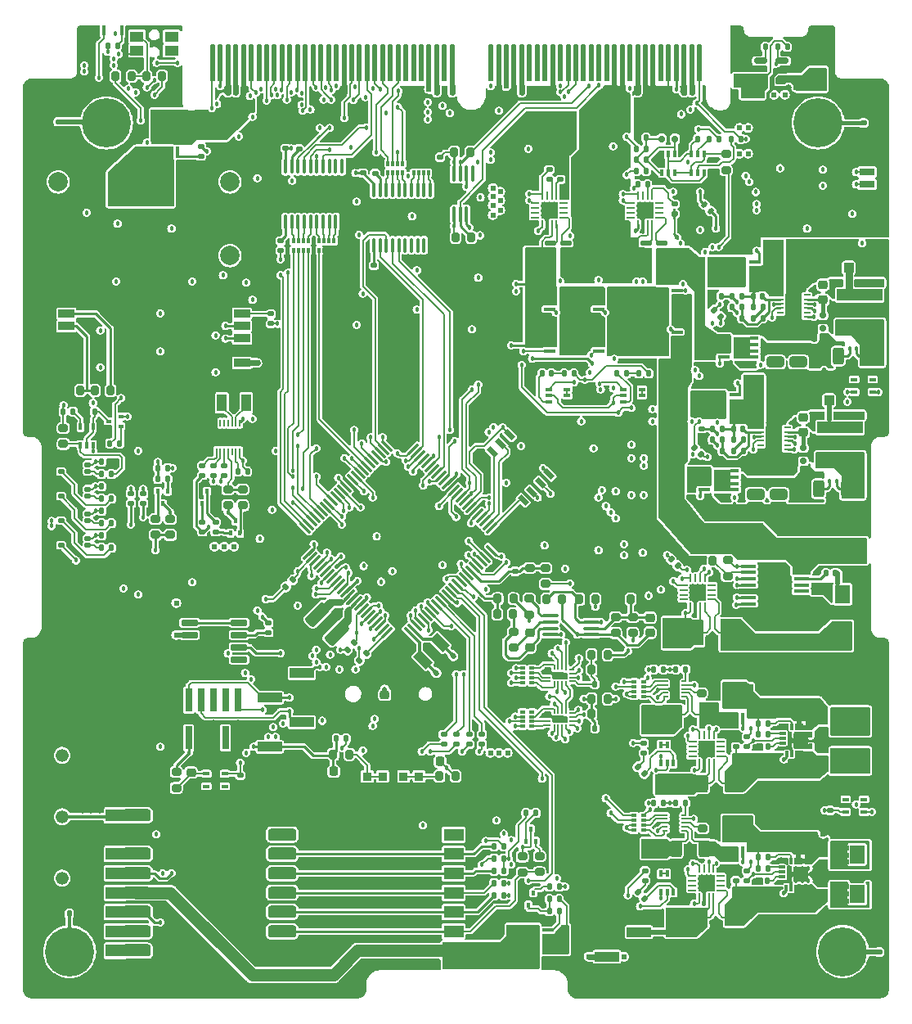
<source format=gtl>
G04 #@! TF.GenerationSoftware,KiCad,Pcbnew,7.0.1*
G04 #@! TF.CreationDate,2023-06-13T18:19:14-04:00*
G04 #@! TF.ProjectId,mainboard,6d61696e-626f-4617-9264-2e6b69636164,rev?*
G04 #@! TF.SameCoordinates,Original*
G04 #@! TF.FileFunction,Copper,L1,Top*
G04 #@! TF.FilePolarity,Positive*
%FSLAX46Y46*%
G04 Gerber Fmt 4.6, Leading zero omitted, Abs format (unit mm)*
G04 Created by KiCad (PCBNEW 7.0.1) date 2023-06-13 18:19:14*
%MOMM*%
%LPD*%
G01*
G04 APERTURE LIST*
G04 Aperture macros list*
%AMRoundRect*
0 Rectangle with rounded corners*
0 $1 Rounding radius*
0 $2 $3 $4 $5 $6 $7 $8 $9 X,Y pos of 4 corners*
0 Add a 4 corners polygon primitive as box body*
4,1,4,$2,$3,$4,$5,$6,$7,$8,$9,$2,$3,0*
0 Add four circle primitives for the rounded corners*
1,1,$1+$1,$2,$3*
1,1,$1+$1,$4,$5*
1,1,$1+$1,$6,$7*
1,1,$1+$1,$8,$9*
0 Add four rect primitives between the rounded corners*
20,1,$1+$1,$2,$3,$4,$5,0*
20,1,$1+$1,$4,$5,$6,$7,0*
20,1,$1+$1,$6,$7,$8,$9,0*
20,1,$1+$1,$8,$9,$2,$3,0*%
%AMRotRect*
0 Rectangle, with rotation*
0 The origin of the aperture is its center*
0 $1 length*
0 $2 width*
0 $3 Rotation angle, in degrees counterclockwise*
0 Add horizontal line*
21,1,$1,$2,0,0,$3*%
%AMFreePoly0*
4,1,12,0.105238,2.379067,0.194454,2.319454,0.254067,2.230238,0.275000,2.125000,0.275000,-1.400000,-0.275000,-1.400000,-0.275000,2.125000,-0.254067,2.230238,-0.194454,2.319454,-0.105238,2.379067,0.000000,2.400000,0.105238,2.379067,0.105238,2.379067,$1*%
G04 Aperture macros list end*
G04 #@! TA.AperFunction,SMDPad,CuDef*
%ADD10R,1.651000X0.914400*%
G04 #@! TD*
G04 #@! TA.AperFunction,SMDPad,CuDef*
%ADD11RoundRect,0.225000X0.225000X0.250000X-0.225000X0.250000X-0.225000X-0.250000X0.225000X-0.250000X0*%
G04 #@! TD*
G04 #@! TA.AperFunction,SMDPad,CuDef*
%ADD12R,0.340000X0.750000*%
G04 #@! TD*
G04 #@! TA.AperFunction,SMDPad,CuDef*
%ADD13R,1.640000X0.400000*%
G04 #@! TD*
G04 #@! TA.AperFunction,SMDPad,CuDef*
%ADD14R,0.340000X1.150000*%
G04 #@! TD*
G04 #@! TA.AperFunction,SMDPad,CuDef*
%ADD15R,0.340000X0.850000*%
G04 #@! TD*
G04 #@! TA.AperFunction,SMDPad,CuDef*
%ADD16R,2.290000X1.760000*%
G04 #@! TD*
G04 #@! TA.AperFunction,SMDPad,CuDef*
%ADD17RoundRect,0.200000X0.275000X-0.200000X0.275000X0.200000X-0.275000X0.200000X-0.275000X-0.200000X0*%
G04 #@! TD*
G04 #@! TA.AperFunction,SMDPad,CuDef*
%ADD18RoundRect,0.135000X0.135000X0.185000X-0.135000X0.185000X-0.135000X-0.185000X0.135000X-0.185000X0*%
G04 #@! TD*
G04 #@! TA.AperFunction,SMDPad,CuDef*
%ADD19RotRect,0.500000X1.100000X225.000000*%
G04 #@! TD*
G04 #@! TA.AperFunction,SMDPad,CuDef*
%ADD20RotRect,2.000000X2.000000X225.000000*%
G04 #@! TD*
G04 #@! TA.AperFunction,SMDPad,CuDef*
%ADD21RoundRect,0.150000X-0.725000X-0.150000X0.725000X-0.150000X0.725000X0.150000X-0.725000X0.150000X0*%
G04 #@! TD*
G04 #@! TA.AperFunction,SMDPad,CuDef*
%ADD22RoundRect,0.135000X0.035355X-0.226274X0.226274X-0.035355X-0.035355X0.226274X-0.226274X0.035355X0*%
G04 #@! TD*
G04 #@! TA.AperFunction,ComponentPad*
%ADD23C,2.006600*%
G04 #@! TD*
G04 #@! TA.AperFunction,SMDPad,CuDef*
%ADD24RoundRect,0.140000X-0.170000X0.140000X-0.170000X-0.140000X0.170000X-0.140000X0.170000X0.140000X0*%
G04 #@! TD*
G04 #@! TA.AperFunction,SMDPad,CuDef*
%ADD25RoundRect,0.135000X-0.135000X-0.185000X0.135000X-0.185000X0.135000X0.185000X-0.135000X0.185000X0*%
G04 #@! TD*
G04 #@! TA.AperFunction,SMDPad,CuDef*
%ADD26RoundRect,0.135000X-0.185000X0.135000X-0.185000X-0.135000X0.185000X-0.135000X0.185000X0.135000X0*%
G04 #@! TD*
G04 #@! TA.AperFunction,SMDPad,CuDef*
%ADD27RoundRect,0.250000X1.025305X0.494975X0.494975X1.025305X-1.025305X-0.494975X-0.494975X-1.025305X0*%
G04 #@! TD*
G04 #@! TA.AperFunction,SMDPad,CuDef*
%ADD28RoundRect,0.140000X0.021213X-0.219203X0.219203X-0.021213X-0.021213X0.219203X-0.219203X0.021213X0*%
G04 #@! TD*
G04 #@! TA.AperFunction,SMDPad,CuDef*
%ADD29RotRect,1.000000X1.800000X225.000000*%
G04 #@! TD*
G04 #@! TA.AperFunction,SMDPad,CuDef*
%ADD30RoundRect,0.140000X-0.021213X0.219203X-0.219203X0.021213X0.021213X-0.219203X0.219203X-0.021213X0*%
G04 #@! TD*
G04 #@! TA.AperFunction,SMDPad,CuDef*
%ADD31RoundRect,0.287500X-0.287500X-1.112500X0.287500X-1.112500X0.287500X1.112500X-0.287500X1.112500X0*%
G04 #@! TD*
G04 #@! TA.AperFunction,SMDPad,CuDef*
%ADD32RoundRect,0.287500X0.287500X1.112500X-0.287500X1.112500X-0.287500X-1.112500X0.287500X-1.112500X0*%
G04 #@! TD*
G04 #@! TA.AperFunction,SMDPad,CuDef*
%ADD33RoundRect,0.112500X-0.462500X-0.112500X0.462500X-0.112500X0.462500X0.112500X-0.462500X0.112500X0*%
G04 #@! TD*
G04 #@! TA.AperFunction,SMDPad,CuDef*
%ADD34RoundRect,0.112500X0.462500X0.112500X-0.462500X0.112500X-0.462500X-0.112500X0.462500X-0.112500X0*%
G04 #@! TD*
G04 #@! TA.AperFunction,SMDPad,CuDef*
%ADD35R,2.000000X1.300000*%
G04 #@! TD*
G04 #@! TA.AperFunction,SMDPad,CuDef*
%ADD36R,5.699999X4.800001*%
G04 #@! TD*
G04 #@! TA.AperFunction,SMDPad,CuDef*
%ADD37R,0.900000X0.900000*%
G04 #@! TD*
G04 #@! TA.AperFunction,SMDPad,CuDef*
%ADD38RoundRect,0.250000X-0.475000X0.250000X-0.475000X-0.250000X0.475000X-0.250000X0.475000X0.250000X0*%
G04 #@! TD*
G04 #@! TA.AperFunction,SMDPad,CuDef*
%ADD39RoundRect,0.140000X-0.219203X-0.021213X-0.021213X-0.219203X0.219203X0.021213X0.021213X0.219203X0*%
G04 #@! TD*
G04 #@! TA.AperFunction,SMDPad,CuDef*
%ADD40RoundRect,0.250000X0.475000X-0.250000X0.475000X0.250000X-0.475000X0.250000X-0.475000X-0.250000X0*%
G04 #@! TD*
G04 #@! TA.AperFunction,SMDPad,CuDef*
%ADD41RoundRect,0.140000X0.140000X0.170000X-0.140000X0.170000X-0.140000X-0.170000X0.140000X-0.170000X0*%
G04 #@! TD*
G04 #@! TA.AperFunction,SMDPad,CuDef*
%ADD42RoundRect,0.140000X0.170000X-0.140000X0.170000X0.140000X-0.170000X0.140000X-0.170000X-0.140000X0*%
G04 #@! TD*
G04 #@! TA.AperFunction,SMDPad,CuDef*
%ADD43RoundRect,0.250000X0.650000X-0.325000X0.650000X0.325000X-0.650000X0.325000X-0.650000X-0.325000X0*%
G04 #@! TD*
G04 #@! TA.AperFunction,SMDPad,CuDef*
%ADD44RoundRect,0.140000X-0.140000X-0.170000X0.140000X-0.170000X0.140000X0.170000X-0.140000X0.170000X0*%
G04 #@! TD*
G04 #@! TA.AperFunction,SMDPad,CuDef*
%ADD45R,0.370000X1.000000*%
G04 #@! TD*
G04 #@! TA.AperFunction,SMDPad,CuDef*
%ADD46FreePoly0,0.000000*%
G04 #@! TD*
G04 #@! TA.AperFunction,SMDPad,CuDef*
%ADD47RoundRect,0.200000X-0.200000X-0.275000X0.200000X-0.275000X0.200000X0.275000X-0.200000X0.275000X0*%
G04 #@! TD*
G04 #@! TA.AperFunction,SMDPad,CuDef*
%ADD48R,1.400000X1.050000*%
G04 #@! TD*
G04 #@! TA.AperFunction,SMDPad,CuDef*
%ADD49RoundRect,0.150000X0.512500X0.150000X-0.512500X0.150000X-0.512500X-0.150000X0.512500X-0.150000X0*%
G04 #@! TD*
G04 #@! TA.AperFunction,SMDPad,CuDef*
%ADD50RoundRect,0.225000X-0.250000X0.225000X-0.250000X-0.225000X0.250000X-0.225000X0.250000X0.225000X0*%
G04 #@! TD*
G04 #@! TA.AperFunction,SMDPad,CuDef*
%ADD51R,1.600000X1.900000*%
G04 #@! TD*
G04 #@! TA.AperFunction,SMDPad,CuDef*
%ADD52RoundRect,0.002500X-0.297500X-0.122500X0.297500X-0.122500X0.297500X0.122500X-0.297500X0.122500X0*%
G04 #@! TD*
G04 #@! TA.AperFunction,SMDPad,CuDef*
%ADD53RoundRect,0.002500X-0.122500X-0.297500X0.122500X-0.297500X0.122500X0.297500X-0.122500X0.297500X0*%
G04 #@! TD*
G04 #@! TA.AperFunction,SMDPad,CuDef*
%ADD54RoundRect,0.014000X-0.411000X-0.336000X0.411000X-0.336000X0.411000X0.336000X-0.411000X0.336000X0*%
G04 #@! TD*
G04 #@! TA.AperFunction,SMDPad,CuDef*
%ADD55RoundRect,0.003500X-0.721500X-0.171500X0.721500X-0.171500X0.721500X0.171500X-0.721500X0.171500X0*%
G04 #@! TD*
G04 #@! TA.AperFunction,SMDPad,CuDef*
%ADD56RoundRect,0.003500X-0.896500X-0.171500X0.896500X-0.171500X0.896500X0.171500X-0.896500X0.171500X0*%
G04 #@! TD*
G04 #@! TA.AperFunction,SMDPad,CuDef*
%ADD57RoundRect,0.075000X0.521491X-0.415425X-0.415425X0.521491X-0.521491X0.415425X0.415425X-0.521491X0*%
G04 #@! TD*
G04 #@! TA.AperFunction,SMDPad,CuDef*
%ADD58RoundRect,0.075000X0.521491X0.415425X0.415425X0.521491X-0.521491X-0.415425X-0.415425X-0.521491X0*%
G04 #@! TD*
G04 #@! TA.AperFunction,SMDPad,CuDef*
%ADD59R,0.750000X0.340000*%
G04 #@! TD*
G04 #@! TA.AperFunction,SMDPad,CuDef*
%ADD60R,0.400000X1.640000*%
G04 #@! TD*
G04 #@! TA.AperFunction,SMDPad,CuDef*
%ADD61R,1.150000X0.340000*%
G04 #@! TD*
G04 #@! TA.AperFunction,SMDPad,CuDef*
%ADD62R,0.850000X0.340000*%
G04 #@! TD*
G04 #@! TA.AperFunction,SMDPad,CuDef*
%ADD63R,1.760000X2.290000*%
G04 #@! TD*
G04 #@! TA.AperFunction,SMDPad,CuDef*
%ADD64RoundRect,0.225000X0.250000X-0.225000X0.250000X0.225000X-0.250000X0.225000X-0.250000X-0.225000X0*%
G04 #@! TD*
G04 #@! TA.AperFunction,SMDPad,CuDef*
%ADD65RoundRect,0.250000X-0.325000X-0.650000X0.325000X-0.650000X0.325000X0.650000X-0.325000X0.650000X0*%
G04 #@! TD*
G04 #@! TA.AperFunction,SMDPad,CuDef*
%ADD66R,4.700000X1.180000*%
G04 #@! TD*
G04 #@! TA.AperFunction,ComponentPad*
%ADD67C,1.334000*%
G04 #@! TD*
G04 #@! TA.AperFunction,ComponentPad*
%ADD68C,1.268000*%
G04 #@! TD*
G04 #@! TA.AperFunction,SMDPad,CuDef*
%ADD69RoundRect,0.135000X0.185000X-0.135000X0.185000X0.135000X-0.185000X0.135000X-0.185000X-0.135000X0*%
G04 #@! TD*
G04 #@! TA.AperFunction,SMDPad,CuDef*
%ADD70RoundRect,0.125000X-0.187500X-0.125000X0.187500X-0.125000X0.187500X0.125000X-0.187500X0.125000X0*%
G04 #@! TD*
G04 #@! TA.AperFunction,SMDPad,CuDef*
%ADD71R,0.225000X0.612000*%
G04 #@! TD*
G04 #@! TA.AperFunction,SMDPad,CuDef*
%ADD72R,0.225000X0.513500*%
G04 #@! TD*
G04 #@! TA.AperFunction,SMDPad,CuDef*
%ADD73R,0.513000X0.225000*%
G04 #@! TD*
G04 #@! TA.AperFunction,SMDPad,CuDef*
%ADD74R,2.510000X1.000000*%
G04 #@! TD*
G04 #@! TA.AperFunction,SMDPad,CuDef*
%ADD75R,0.400000X0.510000*%
G04 #@! TD*
G04 #@! TA.AperFunction,SMDPad,CuDef*
%ADD76RoundRect,0.150000X0.200000X-0.150000X0.200000X0.150000X-0.200000X0.150000X-0.200000X-0.150000X0*%
G04 #@! TD*
G04 #@! TA.AperFunction,SMDPad,CuDef*
%ADD77R,0.250000X0.700000*%
G04 #@! TD*
G04 #@! TA.AperFunction,SMDPad,CuDef*
%ADD78R,2.350000X1.780000*%
G04 #@! TD*
G04 #@! TA.AperFunction,SMDPad,CuDef*
%ADD79RoundRect,0.317500X1.157500X0.317500X-1.157500X0.317500X-1.157500X-0.317500X1.157500X-0.317500X0*%
G04 #@! TD*
G04 #@! TA.AperFunction,SMDPad,CuDef*
%ADD80R,0.700000X0.250000*%
G04 #@! TD*
G04 #@! TA.AperFunction,SMDPad,CuDef*
%ADD81R,1.660000X2.380000*%
G04 #@! TD*
G04 #@! TA.AperFunction,SMDPad,CuDef*
%ADD82RoundRect,0.200000X-0.275000X0.200000X-0.275000X-0.200000X0.275000X-0.200000X0.275000X0.200000X0*%
G04 #@! TD*
G04 #@! TA.AperFunction,SMDPad,CuDef*
%ADD83RoundRect,0.147500X0.226274X0.017678X0.017678X0.226274X-0.226274X-0.017678X-0.017678X-0.226274X0*%
G04 #@! TD*
G04 #@! TA.AperFunction,SMDPad,CuDef*
%ADD84RoundRect,0.062500X-0.062500X0.350000X-0.062500X-0.350000X0.062500X-0.350000X0.062500X0.350000X0*%
G04 #@! TD*
G04 #@! TA.AperFunction,SMDPad,CuDef*
%ADD85RoundRect,0.062500X-0.350000X0.062500X-0.350000X-0.062500X0.350000X-0.062500X0.350000X0.062500X0*%
G04 #@! TD*
G04 #@! TA.AperFunction,SMDPad,CuDef*
%ADD86R,1.680000X1.680000*%
G04 #@! TD*
G04 #@! TA.AperFunction,SMDPad,CuDef*
%ADD87R,0.400000X0.650000*%
G04 #@! TD*
G04 #@! TA.AperFunction,SMDPad,CuDef*
%ADD88RoundRect,0.200000X0.200000X0.275000X-0.200000X0.275000X-0.200000X-0.275000X0.200000X-0.275000X0*%
G04 #@! TD*
G04 #@! TA.AperFunction,SMDPad,CuDef*
%ADD89RoundRect,0.147500X-0.147500X-0.172500X0.147500X-0.172500X0.147500X0.172500X-0.147500X0.172500X0*%
G04 #@! TD*
G04 #@! TA.AperFunction,SMDPad,CuDef*
%ADD90R,0.500000X0.400000*%
G04 #@! TD*
G04 #@! TA.AperFunction,SMDPad,CuDef*
%ADD91R,0.500000X0.300000*%
G04 #@! TD*
G04 #@! TA.AperFunction,SMDPad,CuDef*
%ADD92R,0.400000X0.500000*%
G04 #@! TD*
G04 #@! TA.AperFunction,SMDPad,CuDef*
%ADD93R,0.300000X0.500000*%
G04 #@! TD*
G04 #@! TA.AperFunction,SMDPad,CuDef*
%ADD94R,0.650000X0.400000*%
G04 #@! TD*
G04 #@! TA.AperFunction,SMDPad,CuDef*
%ADD95R,0.740000X2.400000*%
G04 #@! TD*
G04 #@! TA.AperFunction,SMDPad,CuDef*
%ADD96RoundRect,0.100000X0.100000X-0.637500X0.100000X0.637500X-0.100000X0.637500X-0.100000X-0.637500X0*%
G04 #@! TD*
G04 #@! TA.AperFunction,ComponentPad*
%ADD97C,5.080000*%
G04 #@! TD*
G04 #@! TA.AperFunction,SMDPad,CuDef*
%ADD98RoundRect,0.250000X0.312500X0.625000X-0.312500X0.625000X-0.312500X-0.625000X0.312500X-0.625000X0*%
G04 #@! TD*
G04 #@! TA.AperFunction,SMDPad,CuDef*
%ADD99RoundRect,0.250000X0.300000X0.300000X-0.300000X0.300000X-0.300000X-0.300000X0.300000X-0.300000X0*%
G04 #@! TD*
G04 #@! TA.AperFunction,SMDPad,CuDef*
%ADD100R,0.510000X0.400000*%
G04 #@! TD*
G04 #@! TA.AperFunction,SMDPad,CuDef*
%ADD101RoundRect,0.100000X0.712500X0.100000X-0.712500X0.100000X-0.712500X-0.100000X0.712500X-0.100000X0*%
G04 #@! TD*
G04 #@! TA.AperFunction,SMDPad,CuDef*
%ADD102R,1.600000X0.760000*%
G04 #@! TD*
G04 #@! TA.AperFunction,SMDPad,CuDef*
%ADD103RoundRect,0.250000X-0.312500X-0.625000X0.312500X-0.625000X0.312500X0.625000X-0.312500X0.625000X0*%
G04 #@! TD*
G04 #@! TA.AperFunction,SMDPad,CuDef*
%ADD104RoundRect,0.150000X-0.150000X-0.200000X0.150000X-0.200000X0.150000X0.200000X-0.150000X0.200000X0*%
G04 #@! TD*
G04 #@! TA.AperFunction,SMDPad,CuDef*
%ADD105RoundRect,0.135000X-0.035355X0.226274X-0.226274X0.035355X0.035355X-0.226274X0.226274X-0.035355X0*%
G04 #@! TD*
G04 #@! TA.AperFunction,SMDPad,CuDef*
%ADD106RoundRect,0.050000X0.200000X0.050000X-0.200000X0.050000X-0.200000X-0.050000X0.200000X-0.050000X0*%
G04 #@! TD*
G04 #@! TA.AperFunction,SMDPad,CuDef*
%ADD107RoundRect,0.225000X0.225000X0.525000X-0.225000X0.525000X-0.225000X-0.525000X0.225000X-0.525000X0*%
G04 #@! TD*
G04 #@! TA.AperFunction,SMDPad,CuDef*
%ADD108R,1.600200X0.304800*%
G04 #@! TD*
G04 #@! TA.AperFunction,SMDPad,CuDef*
%ADD109R,2.310000X2.460000*%
G04 #@! TD*
G04 #@! TA.AperFunction,SMDPad,CuDef*
%ADD110RoundRect,0.100000X0.100000X-0.712500X0.100000X0.712500X-0.100000X0.712500X-0.100000X-0.712500X0*%
G04 #@! TD*
G04 #@! TA.AperFunction,SMDPad,CuDef*
%ADD111R,1.000000X1.800000*%
G04 #@! TD*
G04 #@! TA.AperFunction,ViaPad*
%ADD112C,0.609600*%
G04 #@! TD*
G04 #@! TA.AperFunction,ViaPad*
%ADD113C,0.457200*%
G04 #@! TD*
G04 #@! TA.AperFunction,ViaPad*
%ADD114C,0.508000*%
G04 #@! TD*
G04 #@! TA.AperFunction,Conductor*
%ADD115C,0.152400*%
G04 #@! TD*
G04 #@! TA.AperFunction,Conductor*
%ADD116C,0.254000*%
G04 #@! TD*
G04 #@! TA.AperFunction,Conductor*
%ADD117C,0.203200*%
G04 #@! TD*
G04 #@! TA.AperFunction,Conductor*
%ADD118C,0.304800*%
G04 #@! TD*
G04 #@! TA.AperFunction,Conductor*
%ADD119C,0.609600*%
G04 #@! TD*
G04 #@! TA.AperFunction,Conductor*
%ADD120C,0.508000*%
G04 #@! TD*
G04 #@! TA.AperFunction,Conductor*
%ADD121C,0.457200*%
G04 #@! TD*
G04 #@! TA.AperFunction,Conductor*
%ADD122C,0.293370*%
G04 #@! TD*
G04 #@! TA.AperFunction,Conductor*
%ADD123C,0.337947*%
G04 #@! TD*
G04 #@! TA.AperFunction,Conductor*
%ADD124C,0.300000*%
G04 #@! TD*
G04 #@! TA.AperFunction,Conductor*
%ADD125C,1.270000*%
G04 #@! TD*
G04 #@! TA.AperFunction,Conductor*
%ADD126C,0.381000*%
G04 #@! TD*
G04 #@! TA.AperFunction,Conductor*
%ADD127C,0.330200*%
G04 #@! TD*
G04 #@! TA.AperFunction,Conductor*
%ADD128C,0.762000*%
G04 #@! TD*
G04 APERTURE END LIST*
D10*
X73721500Y-86421000D03*
X73721500Y-85151000D03*
X73721500Y-83881000D03*
X73721500Y-82611000D03*
X73721500Y-81341000D03*
X55560500Y-81341000D03*
X55560500Y-82611000D03*
X55560500Y-83881000D03*
X55560500Y-85151000D03*
X55560500Y-86421000D03*
D11*
X84771000Y-128659000D03*
X83221000Y-128659000D03*
D12*
X65065000Y-64844000D03*
D13*
X65715000Y-64269000D03*
D12*
X65715000Y-64844000D03*
X66365000Y-64844000D03*
D14*
X67015000Y-64644000D03*
D15*
X65065000Y-61444000D03*
X65705000Y-61444000D03*
D16*
X66040000Y-62749000D03*
D15*
X66365000Y-61444000D03*
X67015000Y-61444000D03*
D17*
X103505000Y-109285000D03*
X103505000Y-107635000D03*
D18*
X84506000Y-125250000D03*
X83486000Y-125250000D03*
D19*
X101424670Y-93833456D03*
X100526644Y-94731482D03*
X99628619Y-95629507D03*
X98730593Y-96527533D03*
X102831812Y-100628752D03*
X103729838Y-99730726D03*
X104627863Y-98832701D03*
X105525889Y-97934675D03*
D20*
X102128241Y-97231104D03*
D21*
X68291000Y-113284000D03*
X68291000Y-114554000D03*
X68291000Y-115824000D03*
X68291000Y-117094000D03*
X73441000Y-117094000D03*
X73441000Y-115824000D03*
X73441000Y-114554000D03*
X73441000Y-113284000D03*
D22*
X84632978Y-116096220D03*
X85354226Y-115374972D03*
D23*
X72478900Y-67691000D03*
X72478900Y-75311000D03*
X62318900Y-67691000D03*
X54698900Y-75311000D03*
X54698900Y-67691000D03*
D24*
X101981000Y-107975001D03*
X101981000Y-108935001D03*
D25*
X99820000Y-137668000D03*
X100840000Y-137668000D03*
D26*
X76454000Y-113282000D03*
X76454000Y-114302000D03*
D27*
X83539949Y-114400949D03*
X81560051Y-112421051D03*
D28*
X95566421Y-116694843D03*
X96245243Y-116016021D03*
D29*
X92455506Y-117111682D03*
X94223272Y-115343916D03*
D30*
X93806433Y-118454832D03*
X93127611Y-119133654D03*
D17*
X105156000Y-107633000D03*
X105156000Y-109283000D03*
D31*
X105684000Y-76024000D03*
D32*
X107234000Y-76024000D03*
D33*
X105684000Y-74049000D03*
D34*
X107234000Y-74049000D03*
D26*
X69469000Y-64004000D03*
X69469000Y-65024000D03*
D35*
X60632000Y-133216000D03*
X60632000Y-135216000D03*
X60632000Y-137216000D03*
X60632000Y-139216000D03*
X60632000Y-141216000D03*
X60632000Y-143216000D03*
X60632000Y-145216000D03*
X60632000Y-147216000D03*
X95632000Y-147216000D03*
X95632000Y-145216000D03*
X95632000Y-143216000D03*
X95632000Y-141216000D03*
X95632000Y-139216000D03*
X95632000Y-137216000D03*
X95632000Y-135216000D03*
X95632000Y-133216000D03*
D36*
X72199500Y-138466000D03*
D37*
X88296000Y-129185000D03*
X86696000Y-129185000D03*
X88296000Y-125085000D03*
X86696000Y-125085000D03*
D38*
X99822000Y-145354000D03*
X99822000Y-147254000D03*
D39*
X121580589Y-70018589D03*
X122259411Y-70697411D03*
D40*
X125349000Y-57084000D03*
X125349000Y-55184000D03*
D41*
X125829000Y-58547000D03*
X124869000Y-58547000D03*
D42*
X131318000Y-57122000D03*
X131318000Y-56162000D03*
D43*
X133223000Y-56720000D03*
X133223000Y-53770000D03*
D24*
X54737000Y-60508000D03*
X54737000Y-61468000D03*
X138049000Y-60635000D03*
X138049000Y-61595000D03*
D42*
X139700000Y-148308000D03*
X139700000Y-147348000D03*
D44*
X54892000Y-143383000D03*
X55852000Y-143383000D03*
D45*
X59423776Y-52024285D03*
X61283776Y-52024285D03*
D46*
X70683811Y-55837160D03*
X71483811Y-55837160D03*
X72283811Y-55837160D03*
X73083811Y-55837160D03*
X73883811Y-55837160D03*
X74683811Y-55837160D03*
X75483811Y-55837160D03*
X76283811Y-55837160D03*
X77083811Y-55837160D03*
X77883811Y-55837160D03*
X78683811Y-55837160D03*
X79483811Y-55837160D03*
X80283811Y-55837160D03*
X81083811Y-55837160D03*
X81883811Y-55837160D03*
X82683811Y-55837160D03*
X83483811Y-55837160D03*
X84283811Y-55837160D03*
X85083811Y-55837160D03*
X85883811Y-55837160D03*
X86683811Y-55837160D03*
X87483811Y-55837160D03*
X88283811Y-55837160D03*
X89083811Y-55837160D03*
X89883811Y-55837160D03*
X90683811Y-55837160D03*
X91483811Y-55837160D03*
X92283811Y-55837160D03*
X93083811Y-55837160D03*
X93883811Y-55837160D03*
X94683811Y-55837160D03*
X95483811Y-55837160D03*
X99483811Y-55837160D03*
X100283811Y-55837160D03*
X101083811Y-55837160D03*
X101883811Y-55837160D03*
X102683811Y-55837160D03*
X103483811Y-55837160D03*
X104283811Y-55837160D03*
X105083811Y-55837160D03*
X105883811Y-55837160D03*
X106683811Y-55837160D03*
X107483811Y-55837160D03*
X108283811Y-55837160D03*
X109083811Y-55837160D03*
X109883811Y-55837160D03*
X110683811Y-55837160D03*
X111483811Y-55837160D03*
X112283811Y-55837160D03*
X113083811Y-55837160D03*
X113883811Y-55837160D03*
X114683811Y-55837160D03*
X115483811Y-55837160D03*
X116283811Y-55837160D03*
X117083811Y-55837160D03*
X117883811Y-55837160D03*
X118683811Y-55837160D03*
X119483811Y-55837160D03*
X120283811Y-55837160D03*
X121083811Y-55837160D03*
D18*
X130177000Y-53721000D03*
X129157000Y-53721000D03*
D25*
X59815000Y-53594000D03*
X60835000Y-53594000D03*
D47*
X60643000Y-56769000D03*
X62293000Y-56769000D03*
D48*
X66453768Y-52649172D03*
X66453768Y-54099172D03*
X62853768Y-52649172D03*
X62853768Y-54099172D03*
D49*
X129661500Y-57084000D03*
X129661500Y-56134000D03*
X129661500Y-55184000D03*
X127386500Y-55184000D03*
X127386500Y-57084000D03*
D18*
X127891000Y-53721000D03*
X126871000Y-53721000D03*
D40*
X129818602Y-121981000D03*
X129818602Y-120081000D03*
X131850602Y-121981000D03*
X131850602Y-120081000D03*
D50*
X133664000Y-123201000D03*
X133664000Y-124751000D03*
D38*
X129914000Y-128526000D03*
X129914000Y-130426000D03*
X131914000Y-128526000D03*
X131914000Y-130426000D03*
X127914000Y-128526000D03*
X127914000Y-130426000D03*
D44*
X127179602Y-126111000D03*
X128139602Y-126111000D03*
D51*
X137414000Y-123426000D03*
X137414000Y-127526000D03*
D52*
X129684602Y-124726000D03*
X129684602Y-125226000D03*
X129684602Y-125726000D03*
X129684602Y-126226000D03*
D53*
X130109602Y-126876000D03*
X130609602Y-126876000D03*
D54*
X131359602Y-126876000D03*
D55*
X131609602Y-125976000D03*
D56*
X131434602Y-125476000D03*
D55*
X131609602Y-124976000D03*
D54*
X131359602Y-124076000D03*
D53*
X130609602Y-124076000D03*
X130109602Y-124076000D03*
D57*
X91091565Y-114308846D03*
X91445118Y-113955293D03*
X91798672Y-113601740D03*
X92152225Y-113248186D03*
X92505779Y-112894633D03*
X92859332Y-112541079D03*
X93212885Y-112187526D03*
X93566439Y-111833973D03*
X93919992Y-111480419D03*
X94273546Y-111126866D03*
X94627099Y-110773312D03*
X94980652Y-110419759D03*
X95334206Y-110066206D03*
X95687759Y-109712652D03*
X96041312Y-109359099D03*
X96394866Y-109005546D03*
X96748419Y-108651992D03*
X97101973Y-108298439D03*
X97455526Y-107944885D03*
X97809079Y-107591332D03*
X98162633Y-107237779D03*
X98516186Y-106884225D03*
X98869740Y-106530672D03*
X99223293Y-106177118D03*
X99576846Y-105823565D03*
D58*
X99576846Y-103472435D03*
X99223293Y-103118882D03*
X98869740Y-102765328D03*
X98516186Y-102411775D03*
X98162633Y-102058221D03*
X97809079Y-101704668D03*
X97455526Y-101351115D03*
X97101973Y-100997561D03*
X96748419Y-100644008D03*
X96394866Y-100290454D03*
X96041312Y-99936901D03*
X95687759Y-99583348D03*
X95334206Y-99229794D03*
X94980652Y-98876241D03*
X94627099Y-98522688D03*
X94273546Y-98169134D03*
X93919992Y-97815581D03*
X93566439Y-97462027D03*
X93212885Y-97108474D03*
X92859332Y-96754921D03*
X92505779Y-96401367D03*
X92152225Y-96047814D03*
X91798672Y-95694260D03*
X91445118Y-95340707D03*
X91091565Y-94987154D03*
D57*
X88740435Y-94987154D03*
X88386882Y-95340707D03*
X88033328Y-95694260D03*
X87679775Y-96047814D03*
X87326221Y-96401367D03*
X86972668Y-96754921D03*
X86619115Y-97108474D03*
X86265561Y-97462027D03*
X85912008Y-97815581D03*
X85558454Y-98169134D03*
X85204901Y-98522688D03*
X84851348Y-98876241D03*
X84497794Y-99229794D03*
X84144241Y-99583348D03*
X83790688Y-99936901D03*
X83437134Y-100290454D03*
X83083581Y-100644008D03*
X82730027Y-100997561D03*
X82376474Y-101351115D03*
X82022921Y-101704668D03*
X81669367Y-102058221D03*
X81315814Y-102411775D03*
X80962260Y-102765328D03*
X80608707Y-103118882D03*
X80255154Y-103472435D03*
D58*
X80255154Y-105823565D03*
X80608707Y-106177118D03*
X80962260Y-106530672D03*
X81315814Y-106884225D03*
X81669367Y-107237779D03*
X82022921Y-107591332D03*
X82376474Y-107944885D03*
X82730027Y-108298439D03*
X83083581Y-108651992D03*
X83437134Y-109005546D03*
X83790688Y-109359099D03*
X84144241Y-109712652D03*
X84497794Y-110066206D03*
X84851348Y-110419759D03*
X85204901Y-110773312D03*
X85558454Y-111126866D03*
X85912008Y-111480419D03*
X86265561Y-111833973D03*
X86619115Y-112187526D03*
X86972668Y-112541079D03*
X87326221Y-112894633D03*
X87679775Y-113248186D03*
X88033328Y-113601740D03*
X88386882Y-113955293D03*
X88740435Y-114308846D03*
D26*
X70739000Y-97026000D03*
X70739000Y-98046000D03*
D59*
X125031000Y-91653000D03*
D60*
X124456000Y-91003000D03*
D59*
X125031000Y-91003000D03*
X125031000Y-90353000D03*
D61*
X124831000Y-89703000D03*
D62*
X121631000Y-91653000D03*
X121631000Y-91013000D03*
D63*
X122936000Y-90678000D03*
D62*
X121631000Y-90353000D03*
X121631000Y-89703000D03*
D64*
X133639398Y-141590000D03*
X133639398Y-140040000D03*
D59*
X105347000Y-83226001D03*
D60*
X105922000Y-83876001D03*
D59*
X105347000Y-83876001D03*
X105347000Y-84526001D03*
D61*
X105547000Y-85176001D03*
D62*
X108747000Y-83226001D03*
X108747000Y-83866001D03*
D63*
X107442000Y-84201001D03*
D62*
X108747000Y-84526001D03*
X108747000Y-85176001D03*
D47*
X109919000Y-122682000D03*
X111569000Y-122682000D03*
D38*
X127889398Y-142365000D03*
X127889398Y-144265000D03*
D65*
X126922000Y-91059000D03*
X129872000Y-91059000D03*
D66*
X137668000Y-82681000D03*
X137668000Y-79371000D03*
D67*
X55118000Y-139700000D03*
D68*
X53848000Y-140970000D03*
X56388000Y-140970000D03*
X53848000Y-138430000D03*
X56388000Y-138430000D03*
D18*
X125351000Y-63246000D03*
X124331000Y-63246000D03*
D69*
X77724000Y-74805000D03*
X77724000Y-73785000D03*
D24*
X73533000Y-129075000D03*
X73533000Y-130035000D03*
D70*
X55000500Y-99472000D03*
X55000500Y-100172000D03*
X57775500Y-100172000D03*
X57775500Y-99472000D03*
D26*
X71882000Y-97026000D03*
X71882000Y-98046000D03*
D71*
X107250000Y-117956000D03*
D72*
X106850000Y-117906750D03*
X106450000Y-117906750D03*
X106050000Y-117906750D03*
D73*
X105406500Y-118150000D03*
X105406500Y-118550000D03*
X105406500Y-118950000D03*
X105406500Y-119350000D03*
D72*
X106050000Y-119593250D03*
X106450000Y-119593250D03*
X106850000Y-119593250D03*
X107250000Y-119593250D03*
D73*
X107893500Y-119350000D03*
X107893500Y-118950000D03*
X107893500Y-118550000D03*
X107893500Y-118150000D03*
D69*
X118491000Y-70995000D03*
X118491000Y-69975000D03*
D74*
X79905000Y-118491000D03*
X76595000Y-121031000D03*
X79905000Y-123571000D03*
X76595000Y-126111000D03*
X79905000Y-128651000D03*
D47*
X95821000Y-129159000D03*
X94171000Y-129159000D03*
D25*
X127125000Y-138680000D03*
X128145000Y-138680000D03*
D18*
X106555000Y-143129000D03*
X105535000Y-143129000D03*
D75*
X72524998Y-104023000D03*
X73524998Y-104023000D03*
X73024998Y-102733000D03*
D69*
X76708000Y-82360999D03*
X76708000Y-81340999D03*
D51*
X135890000Y-114445000D03*
X135890000Y-110345000D03*
D76*
X131826000Y-95185000D03*
X131826000Y-96585000D03*
D18*
X66042000Y-98425001D03*
X65022000Y-98425001D03*
D44*
X59210000Y-104267000D03*
X60170000Y-104267000D03*
D17*
X121412000Y-134552000D03*
X121412000Y-132902000D03*
D44*
X127155000Y-139950000D03*
X128115000Y-139950000D03*
D77*
X73485000Y-92650000D03*
X73085000Y-92650000D03*
X72685000Y-92650000D03*
X72285000Y-92650000D03*
X71885000Y-92650000D03*
X71485000Y-92650000D03*
X71085000Y-92650000D03*
X71085000Y-95600000D03*
X71485000Y-95600000D03*
X71885000Y-95600000D03*
X72285000Y-95600000D03*
X72685000Y-95600000D03*
X73085000Y-95600000D03*
X73485000Y-95600000D03*
D78*
X72285000Y-94125000D03*
D26*
X106680000Y-66419000D03*
X106680000Y-67439000D03*
D70*
X55000500Y-96932000D03*
X55000500Y-97632000D03*
X57775500Y-97632000D03*
X57775500Y-96932000D03*
D12*
X123636602Y-123380001D03*
D13*
X124286602Y-122805001D03*
D12*
X124286602Y-123380001D03*
X124936602Y-123380001D03*
D14*
X125586602Y-123180001D03*
D15*
X123636602Y-119980001D03*
X124276602Y-119980001D03*
D16*
X124611602Y-121285001D03*
D15*
X124936602Y-119980001D03*
X125586602Y-119980001D03*
D79*
X77883000Y-147208000D03*
X77883000Y-145208000D03*
X77883000Y-143208000D03*
X77883000Y-141208000D03*
X77883000Y-139208000D03*
X77883000Y-137208000D03*
X77883000Y-135208000D03*
X77883000Y-133208000D03*
X62833000Y-133208000D03*
X62833000Y-135208000D03*
X62833000Y-137208000D03*
X62833000Y-139208000D03*
X62833000Y-141208000D03*
X62833000Y-143208000D03*
X62833000Y-145208000D03*
X62833000Y-147208000D03*
D80*
X129410000Y-79393000D03*
X129410000Y-79843000D03*
X129410000Y-80293000D03*
X129410000Y-80743000D03*
X129410000Y-81193000D03*
X129410000Y-81643000D03*
X132210000Y-81643000D03*
X132210000Y-81193000D03*
X132210000Y-80743000D03*
X132210000Y-80293000D03*
X132210000Y-79843000D03*
X132210000Y-79393000D03*
D81*
X130810000Y-80518000D03*
D26*
X79629000Y-63244000D03*
X79629000Y-64264000D03*
D82*
X123990000Y-106820000D03*
X123990000Y-108470000D03*
D83*
X120561053Y-95161053D03*
X121246947Y-95846947D03*
D18*
X74297000Y-97663000D03*
X73277000Y-97663000D03*
X123446000Y-93218000D03*
X122426000Y-93218000D03*
D44*
X59210000Y-101727000D03*
X60170000Y-101727000D03*
D25*
X105535000Y-140589000D03*
X106555000Y-140589000D03*
D44*
X126647000Y-79502000D03*
X127607000Y-79502000D03*
D84*
X116193000Y-69149500D03*
X115693000Y-69149500D03*
X115193000Y-69149500D03*
X114693000Y-69149500D03*
D85*
X113980500Y-69862000D03*
X113980500Y-70362000D03*
X113980500Y-70862000D03*
X113980500Y-71362000D03*
D84*
X114693000Y-72074500D03*
X115193000Y-72074500D03*
X115693000Y-72074500D03*
X116193000Y-72074500D03*
D85*
X116905500Y-71362000D03*
X116905500Y-70862000D03*
X116905500Y-70362000D03*
X116905500Y-69862000D03*
D86*
X115443000Y-70612000D03*
D25*
X59180000Y-100457000D03*
X60200000Y-100457000D03*
D69*
X97246000Y-125859000D03*
X97246000Y-124839000D03*
D84*
X122567602Y-124902500D03*
X122067602Y-124902500D03*
X121567602Y-124902500D03*
X121067602Y-124902500D03*
D85*
X120355102Y-125615000D03*
X120355102Y-126115000D03*
X120355102Y-126615000D03*
X120355102Y-127115000D03*
D84*
X121067602Y-127827500D03*
X121567602Y-127827500D03*
X122067602Y-127827500D03*
X122567602Y-127827500D03*
D85*
X123280102Y-127115000D03*
X123280102Y-126615000D03*
X123280102Y-126115000D03*
X123280102Y-125615000D03*
D86*
X121817602Y-126365000D03*
D59*
X127063000Y-77937000D03*
D60*
X126488000Y-77287000D03*
D59*
X127063000Y-77287000D03*
X127063000Y-76637000D03*
D61*
X126863000Y-75987000D03*
D62*
X123663000Y-77937000D03*
X123663000Y-77297000D03*
D63*
X124968000Y-76962000D03*
D62*
X123663000Y-76637000D03*
X123663000Y-75987000D03*
D18*
X106555000Y-141859000D03*
X105535000Y-141859000D03*
D11*
X94221000Y-127635000D03*
X95771000Y-127635000D03*
D12*
X123612000Y-137219001D03*
D13*
X124262000Y-136644001D03*
D12*
X124262000Y-137219001D03*
X124912000Y-137219001D03*
D14*
X125562000Y-137019001D03*
D15*
X123612000Y-133819001D03*
X124252000Y-133819001D03*
D16*
X124587000Y-135124001D03*
D15*
X124912000Y-133819001D03*
X125562000Y-133819001D03*
D80*
X127378000Y-93109000D03*
X127378000Y-93559000D03*
X127378000Y-94009000D03*
X127378000Y-94459000D03*
X127378000Y-94909000D03*
X127378000Y-95359000D03*
X130178000Y-95359000D03*
X130178000Y-94909000D03*
X130178000Y-94459000D03*
X130178000Y-94009000D03*
X130178000Y-93559000D03*
X130178000Y-93109000D03*
D81*
X128778000Y-94234000D03*
D87*
X121554000Y-64836000D03*
X120904000Y-64836000D03*
X120254000Y-64836000D03*
X120254000Y-66736000D03*
X120904000Y-66736000D03*
X121554000Y-66736000D03*
D26*
X105537000Y-66419000D03*
X105537000Y-67439000D03*
D25*
X59180000Y-105537000D03*
X60200000Y-105537000D03*
D41*
X115542000Y-63119000D03*
X114582000Y-63119000D03*
D88*
X60134000Y-89281000D03*
X58484000Y-89281000D03*
D74*
X114816000Y-145288000D03*
X111506000Y-147828000D03*
D17*
X73786999Y-101155000D03*
X73786999Y-99505000D03*
D18*
X104142000Y-132969000D03*
X103122000Y-132969000D03*
D25*
X99820000Y-140208000D03*
X100840000Y-140208000D03*
D88*
X111569000Y-116586000D03*
X109919000Y-116586000D03*
D89*
X112545000Y-87503000D03*
X113515000Y-87503000D03*
D84*
X122543000Y-138741500D03*
X122043000Y-138741500D03*
X121543000Y-138741500D03*
X121043000Y-138741500D03*
D85*
X120330500Y-139454000D03*
X120330500Y-139954000D03*
X120330500Y-140454000D03*
X120330500Y-140954000D03*
D84*
X121043000Y-141666500D03*
X121543000Y-141666500D03*
X122043000Y-141666500D03*
X122543000Y-141666500D03*
D85*
X123255500Y-140954000D03*
X123255500Y-140454000D03*
X123255500Y-139954000D03*
X123255500Y-139454000D03*
D86*
X121793000Y-140204000D03*
D90*
X102750000Y-118000000D03*
D91*
X102750000Y-118500000D03*
X102750000Y-119000000D03*
D90*
X102750000Y-119500000D03*
X103750000Y-119500000D03*
D91*
X103750000Y-119000000D03*
X103750000Y-118500000D03*
D90*
X103750000Y-118000000D03*
D59*
X123380999Y-83861000D03*
D60*
X123955999Y-84511000D03*
D59*
X123380999Y-84511000D03*
X123380999Y-85161000D03*
D61*
X123580999Y-85811000D03*
D62*
X126780999Y-83861000D03*
X126780999Y-84501000D03*
D63*
X125475999Y-84836000D03*
D62*
X126780999Y-85161000D03*
X126780999Y-85811000D03*
D18*
X125478000Y-81788000D03*
X124458000Y-81788000D03*
D92*
X80565728Y-73795000D03*
D93*
X80065728Y-73795000D03*
X79565728Y-73795000D03*
D92*
X79065728Y-73795000D03*
X79065728Y-74795000D03*
D93*
X79565728Y-74795000D03*
X80065728Y-74795000D03*
D92*
X80565728Y-74795000D03*
D18*
X119636000Y-131949000D03*
X118616000Y-131949000D03*
D76*
X133858000Y-81469000D03*
X133858000Y-82869000D03*
D50*
X131826000Y-92062000D03*
X131826000Y-93612000D03*
D26*
X69595999Y-102868000D03*
X69595999Y-103888000D03*
D50*
X68453000Y-128780000D03*
X68453000Y-130330000D03*
D17*
X114173000Y-114363000D03*
X114173000Y-112713000D03*
D88*
X65468000Y-56769000D03*
X63818000Y-56769000D03*
D92*
X83232728Y-73795000D03*
D93*
X82732728Y-73795000D03*
X82232728Y-73795000D03*
D92*
X81732728Y-73795000D03*
X81732728Y-74795000D03*
D93*
X82232728Y-74795000D03*
X82732728Y-74795000D03*
D92*
X83232728Y-74795000D03*
D94*
X136210000Y-131557000D03*
X136210000Y-132207000D03*
X136210000Y-132857000D03*
X138110000Y-132857000D03*
X138110000Y-131557000D03*
D25*
X107059000Y-87514500D03*
X108079000Y-87514500D03*
D40*
X129890000Y-115345000D03*
X129890000Y-113445000D03*
D95*
X68210000Y-125200000D03*
X68210000Y-121300000D03*
X69480000Y-125200000D03*
X69480000Y-121300000D03*
X70750000Y-125200000D03*
X70750000Y-121300000D03*
X72020000Y-125200000D03*
X72020000Y-121300000D03*
X73290000Y-125200000D03*
X73290000Y-121300000D03*
D59*
X118957001Y-85176000D03*
D60*
X118382001Y-84526000D03*
D59*
X118957001Y-84526000D03*
X118957001Y-83876000D03*
D61*
X118757001Y-83226000D03*
D62*
X115557001Y-85176000D03*
X115557001Y-84536000D03*
D63*
X116862001Y-84201000D03*
D62*
X115557001Y-83876000D03*
X115557001Y-83226000D03*
D96*
X87372000Y-74236500D03*
X88022000Y-74236500D03*
X88672000Y-74236500D03*
X89322000Y-74236500D03*
X89972000Y-74236500D03*
X90622000Y-74236500D03*
X91272000Y-74236500D03*
X91922000Y-74236500D03*
X92572000Y-74236500D03*
X93222000Y-74236500D03*
X93222000Y-68511500D03*
X92572000Y-68511500D03*
X91922000Y-68511500D03*
X91272000Y-68511500D03*
X90622000Y-68511500D03*
X89972000Y-68511500D03*
X89322000Y-68511500D03*
X88672000Y-68511500D03*
X88022000Y-68511500D03*
X87372000Y-68511500D03*
D25*
X114552000Y-64262000D03*
X115572000Y-64262000D03*
D47*
X95695000Y-64642999D03*
X97345000Y-64642999D03*
D50*
X103505000Y-114287000D03*
X103505000Y-115837000D03*
D97*
X135890000Y-147320000D03*
D17*
X102743000Y-139128000D03*
X102743000Y-137478000D03*
D69*
X63500000Y-100967000D03*
X63500000Y-99947000D03*
D75*
X103878000Y-141214000D03*
X102878000Y-141214000D03*
X103378000Y-142504000D03*
D59*
X110426999Y-83226000D03*
D60*
X111001999Y-83876000D03*
D59*
X110426999Y-83876000D03*
X110426999Y-84526000D03*
D61*
X110626999Y-85176000D03*
D62*
X113826999Y-83226000D03*
X113826999Y-83866000D03*
D63*
X112521999Y-84201000D03*
D62*
X113826999Y-84526000D03*
X113826999Y-85176000D03*
D18*
X100840000Y-136398000D03*
X99820000Y-136398000D03*
D86*
X105537000Y-70612000D03*
D85*
X106999500Y-69862000D03*
X106999500Y-70362000D03*
X106999500Y-70862000D03*
X106999500Y-71362000D03*
D84*
X106287000Y-72074500D03*
X105787000Y-72074500D03*
X105287000Y-72074500D03*
X104787000Y-72074500D03*
D85*
X104074500Y-71362000D03*
X104074500Y-70862000D03*
X104074500Y-70362000D03*
X104074500Y-69862000D03*
D84*
X104787000Y-69149500D03*
X105287000Y-69149500D03*
X105787000Y-69149500D03*
X106287000Y-69149500D03*
D44*
X59210000Y-99187000D03*
X60170000Y-99187000D03*
D90*
X102750000Y-122508000D03*
D91*
X102750000Y-123008000D03*
X102750000Y-123508000D03*
D90*
X102750000Y-124008000D03*
X103750000Y-124008000D03*
D91*
X103750000Y-123508000D03*
X103750000Y-123008000D03*
D90*
X103750000Y-122508000D03*
D52*
X129660000Y-138565000D03*
X129660000Y-139065000D03*
X129660000Y-139565000D03*
X129660000Y-140065000D03*
D53*
X130085000Y-140715000D03*
X130585000Y-140715000D03*
D54*
X131335000Y-140715000D03*
D55*
X131585000Y-139815000D03*
D56*
X131410000Y-139315000D03*
D55*
X131585000Y-138815000D03*
D54*
X131335000Y-137915000D03*
D53*
X130585000Y-137915000D03*
X130085000Y-137915000D03*
D17*
X121285000Y-120586000D03*
X121285000Y-118936000D03*
D82*
X104519000Y-137437000D03*
X104519000Y-139087000D03*
D47*
X112332000Y-110871000D03*
X113982000Y-110871000D03*
D25*
X124585000Y-94361000D03*
X125605000Y-94361000D03*
D87*
X118506000Y-64836000D03*
X117856000Y-64836000D03*
X117206000Y-64836000D03*
X117206000Y-66736000D03*
X117856000Y-66736000D03*
X118506000Y-66736000D03*
D26*
X121287000Y-93218000D03*
X121287000Y-94238000D03*
D98*
X121604500Y-136648000D03*
X118679500Y-136648000D03*
D50*
X133858000Y-78346000D03*
X133858000Y-79896000D03*
D25*
X122426000Y-94361000D03*
X123446000Y-94361000D03*
D40*
X127762000Y-135820000D03*
X127762000Y-133920000D03*
D88*
X111569000Y-121158000D03*
X109919000Y-121158000D03*
D82*
X112395000Y-112713000D03*
X112395000Y-114363000D03*
D99*
X134496000Y-90297000D03*
X131696000Y-90297000D03*
D50*
X133639398Y-137040000D03*
X133639398Y-138590000D03*
D100*
X61209000Y-92956001D03*
X61209000Y-91956001D03*
X59919000Y-92456001D03*
D59*
X118957002Y-80858000D03*
D60*
X118382002Y-80208000D03*
D59*
X118957002Y-80208000D03*
X118957002Y-79558000D03*
D61*
X118757002Y-78908000D03*
D62*
X115557002Y-80858000D03*
X115557002Y-80218000D03*
D63*
X116862002Y-79883000D03*
D62*
X115557002Y-79558000D03*
X115557002Y-78908000D03*
D101*
X109862500Y-114513000D03*
X109862500Y-113863000D03*
X109862500Y-113213000D03*
X109862500Y-112563000D03*
X105637500Y-112563000D03*
X105637500Y-113213000D03*
X105637500Y-113863000D03*
X105637500Y-114513000D03*
D89*
X104798000Y-87514500D03*
X105768000Y-87514500D03*
D44*
X134160000Y-108145000D03*
X135120000Y-108145000D03*
D51*
X137389398Y-137265000D03*
X137389398Y-141365000D03*
D44*
X110264000Y-119634000D03*
X111224000Y-119634000D03*
D94*
X115123000Y-90439000D03*
X115123000Y-89789000D03*
X115123000Y-89139000D03*
X113223000Y-89139000D03*
X113223000Y-89789000D03*
X113223000Y-90439000D03*
D25*
X114806000Y-87503000D03*
X115826000Y-87503000D03*
D69*
X87376000Y-77345000D03*
X87376000Y-76325000D03*
D40*
X131953000Y-105344000D03*
X131953000Y-103444000D03*
D88*
X122465000Y-106895000D03*
X120815000Y-106895000D03*
D25*
X59180000Y-97917000D03*
X60200000Y-97917000D03*
X60054000Y-94742001D03*
X61074000Y-94742001D03*
D37*
X92046000Y-129185000D03*
X90446000Y-129185000D03*
X92046000Y-125085000D03*
X90446000Y-125085000D03*
D47*
X109919000Y-118110000D03*
X111569000Y-118110000D03*
D75*
X66032000Y-99685000D03*
X65032000Y-99685000D03*
X65532000Y-100975000D03*
D88*
X84821000Y-126901000D03*
X83171000Y-126901000D03*
D25*
X114679000Y-67945000D03*
X115699000Y-67945000D03*
D31*
X115590000Y-76024000D03*
D32*
X117140000Y-76024000D03*
D33*
X115590000Y-74049000D03*
D34*
X117140000Y-74049000D03*
D43*
X131318000Y-86311000D03*
X131318000Y-83361000D03*
D18*
X115572000Y-65405000D03*
X114552000Y-65405000D03*
D71*
X107250000Y-122464000D03*
D72*
X106850000Y-122414750D03*
X106450000Y-122414750D03*
X106050000Y-122414750D03*
D73*
X105406500Y-122658000D03*
X105406500Y-123058000D03*
X105406500Y-123458000D03*
X105406500Y-123858000D03*
D72*
X106050000Y-124101250D03*
X106450000Y-124101250D03*
X106850000Y-124101250D03*
X107250000Y-124101250D03*
D73*
X107893500Y-123858000D03*
X107893500Y-123458000D03*
X107893500Y-123058000D03*
X107893500Y-122658000D03*
D70*
X55000500Y-104552000D03*
X55000500Y-105252000D03*
X57775500Y-105252000D03*
X57775500Y-104552000D03*
D43*
X128905000Y-86311000D03*
X128905000Y-83361000D03*
D25*
X124458000Y-80645000D03*
X125478000Y-80645000D03*
D43*
X129286000Y-100027000D03*
X129286000Y-97077000D03*
D17*
X123825000Y-66484000D03*
X123825000Y-64834000D03*
D25*
X114552000Y-66548000D03*
X115572000Y-66548000D03*
D18*
X119660602Y-118110000D03*
X118640602Y-118110000D03*
D102*
X138430000Y-67945000D03*
X138430000Y-66675000D03*
X130810000Y-66675000D03*
X130810000Y-67945000D03*
D40*
X131826000Y-135820000D03*
X131826000Y-133920000D03*
D44*
X124615000Y-93218000D03*
X125575000Y-93218000D03*
D99*
X136528000Y-76581000D03*
X133728000Y-76581000D03*
D103*
X121371102Y-129921000D03*
X124296102Y-129921000D03*
D25*
X116356602Y-118110000D03*
X117376602Y-118110000D03*
D18*
X123065000Y-63246000D03*
X122045000Y-63246000D03*
D67*
X55118000Y-133350000D03*
D68*
X53848000Y-134620000D03*
X56388000Y-134620000D03*
X53848000Y-132080000D03*
X56388000Y-132080000D03*
D50*
X115951000Y-112763000D03*
X115951000Y-114313000D03*
D104*
X118556000Y-63246000D03*
X117156000Y-63246000D03*
D17*
X55230000Y-94805001D03*
X55230000Y-93155001D03*
D25*
X116332000Y-131949000D03*
X117352000Y-131949000D03*
D69*
X70992998Y-103888000D03*
X70992998Y-102868000D03*
D59*
X105346999Y-78908000D03*
D60*
X105921999Y-79558000D03*
D59*
X105346999Y-79558000D03*
X105346999Y-80208000D03*
D61*
X105546999Y-80858000D03*
D62*
X108746999Y-78908000D03*
X108746999Y-79548000D03*
D63*
X107441999Y-79883000D03*
D62*
X108746999Y-80208000D03*
X108746999Y-80858000D03*
D65*
X128954000Y-75057000D03*
X131904000Y-75057000D03*
D42*
X78232000Y-64234000D03*
X78232000Y-63274000D03*
D59*
X105611000Y-147025000D03*
D60*
X105036000Y-146375000D03*
D59*
X105611000Y-146375000D03*
X105611000Y-145725000D03*
D61*
X105411000Y-145075000D03*
D62*
X102211000Y-147025000D03*
X102211000Y-146385000D03*
D63*
X103516000Y-146050000D03*
D62*
X102211000Y-145725000D03*
X102211000Y-145075000D03*
D22*
X78252376Y-109580624D03*
X78973624Y-108859376D03*
D69*
X69596000Y-98046000D03*
X69596000Y-97026000D03*
D18*
X123319000Y-79502000D03*
X122299000Y-79502000D03*
D25*
X59180000Y-102997000D03*
X60200000Y-102997000D03*
D105*
X86593624Y-116479376D03*
X85872376Y-117200624D03*
D25*
X65022000Y-97282001D03*
X66042000Y-97282001D03*
D17*
X101854000Y-115887000D03*
X101854000Y-114237000D03*
D26*
X94615000Y-124839000D03*
X94615000Y-125859000D03*
D94*
X71943000Y-130205000D03*
X71943000Y-129555000D03*
X71943000Y-128905000D03*
X70043000Y-128905000D03*
X70043000Y-130205000D03*
D40*
X129794000Y-105345000D03*
X129794000Y-103445000D03*
D97*
X133350000Y-61595000D03*
D18*
X125478000Y-79502000D03*
X124458000Y-79502000D03*
D83*
X115404947Y-128866947D03*
X114719053Y-128181053D03*
D90*
X115308000Y-134731000D03*
D91*
X115308000Y-134231000D03*
X115308000Y-133731000D03*
D90*
X115308000Y-133231000D03*
X114308000Y-133231000D03*
D91*
X114308000Y-133731000D03*
X114308000Y-134231000D03*
D90*
X114308000Y-134731000D03*
D96*
X78228000Y-71823500D03*
X78878000Y-71823500D03*
X79528000Y-71823500D03*
X80178000Y-71823500D03*
X80828000Y-71823500D03*
X81478000Y-71823500D03*
X82128000Y-71823500D03*
X82778000Y-71823500D03*
X83428000Y-71823500D03*
X84078000Y-71823500D03*
X84078000Y-66098500D03*
X83428000Y-66098500D03*
X82778000Y-66098500D03*
X82128000Y-66098500D03*
X81478000Y-66098500D03*
X80828000Y-66098500D03*
X80178000Y-66098500D03*
X79528000Y-66098500D03*
X78878000Y-66098500D03*
X78228000Y-66098500D03*
D83*
X115404947Y-141820947D03*
X114719053Y-141135053D03*
X118833947Y-107403947D03*
X118148053Y-106718053D03*
D41*
X57544001Y-91440001D03*
X58504001Y-91440001D03*
D87*
X118379000Y-139258000D03*
X117729000Y-139258000D03*
X117079000Y-139258000D03*
X117079000Y-141158000D03*
X117729000Y-141158000D03*
X118379000Y-141158000D03*
D88*
X56959000Y-89281000D03*
X55309000Y-89281000D03*
D92*
X93011728Y-65769100D03*
D93*
X92511728Y-65769100D03*
X92011728Y-65769100D03*
D92*
X91511728Y-65769100D03*
X91511728Y-66769100D03*
D93*
X92011728Y-66769100D03*
X92511728Y-66769100D03*
D92*
X93011728Y-66769100D03*
D82*
X72263000Y-99505000D03*
X72263000Y-101155000D03*
D98*
X121629102Y-122809000D03*
X118704102Y-122809000D03*
D103*
X121346500Y-143760000D03*
X124271500Y-143760000D03*
D25*
X99820000Y-141478000D03*
X100840000Y-141478000D03*
D106*
X119465602Y-120942000D03*
X119465602Y-120542000D03*
X119465602Y-120142000D03*
X119465602Y-119742000D03*
X119465602Y-119342000D03*
X117565602Y-119342000D03*
X117565602Y-119742000D03*
X117565602Y-120142000D03*
X117565602Y-120542000D03*
X117565602Y-120942000D03*
D107*
X118515602Y-120142000D03*
D50*
X88500000Y-120725000D03*
X88500000Y-122275000D03*
D44*
X59210000Y-96647000D03*
X60170000Y-96647000D03*
D47*
X95822000Y-73406001D03*
X97472000Y-73406001D03*
D69*
X124841000Y-139952000D03*
X124841000Y-138932000D03*
D42*
X134620000Y-132687000D03*
X134620000Y-131727000D03*
D65*
X126922000Y-88773000D03*
X129872000Y-88773000D03*
D82*
X64770000Y-102553000D03*
X64770000Y-104203000D03*
D75*
X69603999Y-100975000D03*
X70603999Y-100975000D03*
X70103999Y-99685000D03*
D69*
X62230000Y-100967000D03*
X62230000Y-99947000D03*
D103*
X120927500Y-114300000D03*
X123852500Y-114300000D03*
D47*
X105220000Y-110871000D03*
X106870000Y-110871000D03*
D40*
X129794000Y-135820000D03*
X129794000Y-133920000D03*
D43*
X134366000Y-106370000D03*
X134366000Y-103420000D03*
D82*
X66929000Y-128730000D03*
X66929000Y-130380000D03*
D106*
X119441000Y-134781000D03*
X119441000Y-134381000D03*
X119441000Y-133981000D03*
X119441000Y-133581000D03*
X119441000Y-133181000D03*
X117541000Y-133181000D03*
X117541000Y-133581000D03*
X117541000Y-133981000D03*
X117541000Y-134381000D03*
X117541000Y-134781000D03*
D107*
X118491000Y-133981000D03*
D44*
X110264000Y-124206000D03*
X111224000Y-124206000D03*
D66*
X135636000Y-96397000D03*
X135636000Y-93087000D03*
D94*
X107376000Y-90450500D03*
X107376000Y-89800500D03*
X107376000Y-89150500D03*
X105476000Y-89150500D03*
X105476000Y-89800500D03*
X105476000Y-90450500D03*
D38*
X129889398Y-142365000D03*
X129889398Y-144265000D03*
D25*
X126617000Y-80645000D03*
X127637000Y-80645000D03*
D87*
X58308000Y-93030000D03*
X57658000Y-93030000D03*
X57008000Y-93030000D03*
X57008000Y-94930000D03*
X57658000Y-94930000D03*
X58308000Y-94930000D03*
D59*
X121348999Y-97577000D03*
D60*
X121923999Y-98227000D03*
D59*
X121348999Y-98227000D03*
X121348999Y-98877000D03*
D61*
X121548999Y-99527000D03*
D62*
X124748999Y-97577000D03*
X124748999Y-98217000D03*
D63*
X123443999Y-98552000D03*
D62*
X124748999Y-98877000D03*
X124748999Y-99527000D03*
D26*
X98552000Y-124839000D03*
X98552000Y-125859000D03*
D18*
X120906000Y-63246000D03*
X119886000Y-63246000D03*
D103*
X135443500Y-85725000D03*
X138368500Y-85725000D03*
D40*
X127890000Y-115345000D03*
X127890000Y-113445000D03*
D18*
X55227999Y-91440001D03*
X56247999Y-91440001D03*
D25*
X127125000Y-137537000D03*
X128145000Y-137537000D03*
D97*
X59690000Y-61595000D03*
D17*
X66294000Y-104203000D03*
X66294000Y-102553000D03*
D26*
X126008602Y-125091000D03*
X126008602Y-126111000D03*
D17*
X103438351Y-112436121D03*
X103438351Y-110786121D03*
D25*
X127149602Y-123698000D03*
X128169602Y-123698000D03*
D43*
X136906000Y-106370000D03*
X136906000Y-103420000D03*
D18*
X100840000Y-138938000D03*
X99820000Y-138938000D03*
D25*
X127149602Y-124841000D03*
X128169602Y-124841000D03*
D40*
X127786602Y-121981000D03*
X127786602Y-120081000D03*
D64*
X133664000Y-127751000D03*
X133664000Y-126201000D03*
D75*
X103131999Y-135900000D03*
X104131999Y-135900000D03*
X103631999Y-134610000D03*
D25*
X126617000Y-81788000D03*
X127637000Y-81788000D03*
D65*
X128954000Y-77343000D03*
X131904000Y-77343000D03*
D18*
X123446000Y-95504000D03*
X122426000Y-95504000D03*
D108*
X126121400Y-107444966D03*
X126121400Y-108094979D03*
X126121400Y-108744988D03*
X126121400Y-109395000D03*
X126121400Y-110045012D03*
X126121400Y-110695021D03*
X126121400Y-111345034D03*
X131658600Y-111345034D03*
X131658600Y-110695021D03*
X131658600Y-110045012D03*
X131658600Y-109395000D03*
X131658600Y-108744988D03*
X131658600Y-108094979D03*
X131658600Y-107444966D03*
D109*
X128890000Y-109395000D03*
D67*
X55118000Y-127000000D03*
D68*
X53848000Y-128270000D03*
X56388000Y-128270000D03*
X53848000Y-125730000D03*
X56388000Y-125730000D03*
D110*
X95672000Y-71073500D03*
X96322000Y-71073500D03*
X96972000Y-71073500D03*
X97622000Y-71073500D03*
X97622000Y-66848500D03*
X96972000Y-66848500D03*
X96322000Y-66848500D03*
X95672000Y-66848500D03*
D69*
X115316000Y-126748000D03*
X115316000Y-125728000D03*
D59*
X110426999Y-78908000D03*
D60*
X111001999Y-79558000D03*
D59*
X110426999Y-79558000D03*
X110426999Y-80208000D03*
D61*
X110626999Y-80858000D03*
D62*
X113826999Y-78908000D03*
X113826999Y-79548000D03*
D63*
X112521999Y-79883000D03*
D62*
X113826999Y-80208000D03*
X113826999Y-80858000D03*
D40*
X131890000Y-115345000D03*
X131890000Y-113445000D03*
D69*
X95885000Y-125859000D03*
X95885000Y-124839000D03*
D26*
X87503000Y-65784000D03*
X87503000Y-66804000D03*
D90*
X115332602Y-120892000D03*
D91*
X115332602Y-120392000D03*
X115332602Y-119892000D03*
D90*
X115332602Y-119392000D03*
X114332602Y-119392000D03*
D91*
X114332602Y-119892000D03*
X114332602Y-120392000D03*
D90*
X114332602Y-120892000D03*
D94*
X137099000Y-88123000D03*
X137099000Y-88773000D03*
X137099000Y-89423000D03*
X138999000Y-89423000D03*
X138999000Y-88123000D03*
D84*
X121640000Y-108682500D03*
X121140000Y-108682500D03*
X120640000Y-108682500D03*
X120140000Y-108682500D03*
D85*
X119427500Y-109395000D03*
X119427500Y-109895000D03*
X119427500Y-110395000D03*
X119427500Y-110895000D03*
D84*
X120140000Y-111607500D03*
X120640000Y-111607500D03*
X121140000Y-111607500D03*
X121640000Y-111607500D03*
D85*
X122352500Y-110895000D03*
X122352500Y-110395000D03*
X122352500Y-109895000D03*
X122352500Y-109395000D03*
D86*
X120890000Y-110145000D03*
D88*
X110299000Y-110871000D03*
X108649000Y-110871000D03*
D70*
X55000500Y-102012000D03*
X55000500Y-102712000D03*
X57775500Y-102712000D03*
X57775500Y-102012000D03*
D87*
X118379000Y-125923000D03*
X117729000Y-125923000D03*
X117079000Y-125923000D03*
X117079000Y-127823000D03*
X117729000Y-127823000D03*
X118379000Y-127823000D03*
D42*
X94234000Y-65123000D03*
X94234000Y-64163000D03*
D92*
X90344728Y-65769100D03*
D93*
X89844728Y-65769100D03*
X89344728Y-65769100D03*
D92*
X88844728Y-65769100D03*
X88844728Y-66769100D03*
D93*
X89344728Y-66769100D03*
X89844728Y-66769100D03*
D92*
X90344728Y-66769100D03*
D88*
X101790000Y-112395000D03*
X100140000Y-112395000D03*
D69*
X124865602Y-126113000D03*
X124865602Y-125093000D03*
D103*
X133411500Y-99441000D03*
X136336500Y-99441000D03*
D97*
X55880000Y-147320000D03*
D38*
X131889398Y-142365000D03*
X131889398Y-144265000D03*
D25*
X124585000Y-95504000D03*
X125605000Y-95504000D03*
D42*
X86233000Y-66774000D03*
X86233000Y-65814000D03*
D69*
X115443000Y-139956000D03*
X115443000Y-138936000D03*
D83*
X123278947Y-81622947D03*
X122593053Y-80937053D03*
D26*
X125984000Y-138930000D03*
X125984000Y-139950000D03*
D111*
X74148000Y-90551000D03*
X71648000Y-90551000D03*
D88*
X101838682Y-110802897D03*
X100188682Y-110802897D03*
D43*
X126873000Y-100027000D03*
X126873000Y-97077000D03*
D112*
X109601000Y-147828000D03*
D113*
X92710000Y-119634000D03*
X95631000Y-114935000D03*
X124333000Y-138938000D03*
X87020900Y-107950000D03*
X129585204Y-123952000D03*
D112*
X133350000Y-119761000D03*
X127508000Y-83058000D03*
D113*
X110744000Y-118110000D03*
D112*
X107950000Y-63754000D03*
X132334000Y-82296000D03*
X131445000Y-116840000D03*
D113*
X99822000Y-107188000D03*
X121436602Y-126746000D03*
X73279000Y-123585379D03*
D112*
X84283811Y-57785000D03*
D113*
X90551000Y-82804000D03*
D112*
X131413000Y-112522000D03*
D113*
X59750000Y-127750000D03*
X59000000Y-126250000D03*
X71628000Y-94488000D03*
X75057000Y-93218000D03*
X88392000Y-80391000D03*
X59182000Y-124079000D03*
D112*
X132842000Y-74676000D03*
D113*
X60833000Y-99187000D03*
X85471000Y-99727902D03*
X104902000Y-122872000D03*
X105287000Y-72751000D03*
X90185000Y-69977000D03*
X105029000Y-70231000D03*
X101981000Y-109947397D03*
X60833000Y-96647000D03*
D112*
X66929000Y-115824000D03*
X132926300Y-82931000D03*
D113*
X122198602Y-125984000D03*
D112*
X106172000Y-62738000D03*
X74041000Y-136779000D03*
X137914000Y-129534000D03*
X60168000Y-110921300D03*
X128270000Y-92583000D03*
D113*
X130810000Y-79756000D03*
X110555501Y-142008397D03*
X78994000Y-62230000D03*
X59100000Y-139750000D03*
X120640000Y-112304000D03*
D112*
X101883811Y-58485000D03*
X129286000Y-82296000D03*
X130389398Y-145284000D03*
D113*
X57250000Y-134000000D03*
X102743000Y-141732000D03*
X126770602Y-126111000D03*
X59182000Y-124841000D03*
X130810000Y-80518000D03*
D112*
X133096000Y-111379000D03*
D113*
X88519000Y-123025900D03*
X57400000Y-140500000D03*
X136398000Y-88773000D03*
X122198602Y-126746000D03*
D112*
X107061000Y-61214000D03*
X129890000Y-107442000D03*
D113*
X102870000Y-109982000D03*
D112*
X132414000Y-119126000D03*
D113*
X54229000Y-143383000D03*
X62738000Y-126238000D03*
D112*
X130683000Y-88265000D03*
X130302000Y-102489000D03*
D113*
X121567602Y-128524000D03*
D112*
X127890000Y-107442000D03*
D113*
X88519000Y-126873000D03*
X122906103Y-108017897D03*
D112*
X128397000Y-112522000D03*
D113*
X57600000Y-142000000D03*
D112*
X128270000Y-102489000D03*
D113*
X59182000Y-125603000D03*
X58250000Y-127750000D03*
X89548200Y-72550593D03*
X70612000Y-100330000D03*
X57500000Y-126250000D03*
D112*
X106172000Y-63754000D03*
D113*
X130461602Y-139950000D03*
D112*
X127365000Y-116840000D03*
D113*
X59000000Y-127750000D03*
D112*
X127381000Y-112522000D03*
D113*
X115189000Y-72796900D03*
D112*
X127414000Y-131445000D03*
D113*
X61300000Y-127600000D03*
X81915000Y-70104000D03*
D112*
X97505000Y-132820000D03*
X128414000Y-119126000D03*
D113*
X69469000Y-123571000D03*
X61900000Y-127100000D03*
D112*
X75869800Y-132857000D03*
X54737000Y-59464000D03*
X130389398Y-132965000D03*
X120269000Y-118872000D03*
D113*
X102108000Y-96647000D03*
D112*
X75869800Y-133619000D03*
X58759000Y-134850000D03*
D113*
X112522000Y-122682000D03*
D112*
X130683000Y-89281000D03*
X129414000Y-119126000D03*
X114683811Y-57785000D03*
X133664000Y-125476000D03*
D113*
X61722000Y-80838002D03*
X62000000Y-126250000D03*
D112*
X134112000Y-120523000D03*
D113*
X97942900Y-95758000D03*
X105029000Y-70993000D03*
D112*
X137889398Y-143373000D03*
D113*
X63641999Y-87233998D03*
X112522000Y-124206000D03*
X71085000Y-91983000D03*
D112*
X129413000Y-112522000D03*
X135889398Y-143373000D03*
X84283811Y-58485000D03*
X136914000Y-121284000D03*
D113*
X59000000Y-134000000D03*
X53848000Y-95146000D03*
D112*
X131318000Y-78836300D03*
D113*
X118515602Y-119761000D03*
D112*
X124333000Y-102489000D03*
D113*
X88138000Y-106807000D03*
D112*
X130302000Y-82296000D03*
D113*
X102616000Y-97155000D03*
D112*
X106172000Y-61722000D03*
X137541000Y-116840000D03*
X74041000Y-140335000D03*
X70358000Y-141732000D03*
X134914000Y-121284000D03*
D113*
X130486204Y-126111000D03*
D112*
X107061000Y-62230000D03*
X107950000Y-61722000D03*
X129286000Y-102489000D03*
D113*
X102108000Y-97663000D03*
D112*
X130414000Y-131445000D03*
X79756000Y-147574000D03*
X75311000Y-85151000D03*
X132461000Y-116840000D03*
D113*
X108712000Y-112563000D03*
X59750000Y-126250000D03*
X59100000Y-143750000D03*
D112*
X130429000Y-112522000D03*
X129414000Y-131445000D03*
X100203000Y-144653000D03*
X132842000Y-77851000D03*
D113*
X121543000Y-142363000D03*
D112*
X133389398Y-134007000D03*
X135889398Y-135123000D03*
D113*
X54025000Y-109497000D03*
X53848000Y-95654000D03*
X116760999Y-120292397D03*
X57600000Y-144250000D03*
D112*
X137414000Y-102362000D03*
D113*
X54483000Y-89281000D03*
X95246000Y-127155000D03*
D112*
X131414000Y-119126000D03*
X125349000Y-96520000D03*
X101015300Y-120650000D03*
X64846200Y-143652000D03*
X125349000Y-102489000D03*
X136889398Y-143373000D03*
X136525000Y-116840000D03*
X132842000Y-76962000D03*
X127414000Y-119126000D03*
X130302000Y-96012000D03*
D113*
X59100000Y-142750000D03*
D112*
X74041000Y-141732000D03*
D113*
X91567000Y-94107000D03*
D112*
X74168000Y-111633000D03*
X132429000Y-112522000D03*
X129389398Y-145284000D03*
D113*
X122174000Y-140585000D03*
X103886000Y-109982000D03*
X96334042Y-98365277D03*
D112*
X128389398Y-145284000D03*
D113*
X122301000Y-79883000D03*
X79502000Y-106807000D03*
D112*
X128270000Y-96012000D03*
D113*
X62103000Y-123571000D03*
D112*
X126365000Y-116840000D03*
D113*
X130810000Y-81280000D03*
X98447500Y-105427500D03*
X57250000Y-132750000D03*
D112*
X105883811Y-57785000D03*
D113*
X86741000Y-77978000D03*
X117602000Y-138303000D03*
X128778000Y-94996000D03*
D112*
X131318000Y-82296000D03*
X79705200Y-131587000D03*
D113*
X59817000Y-123571000D03*
D112*
X130305638Y-78845516D03*
X129286000Y-92583000D03*
X105883811Y-58485000D03*
D113*
X85344000Y-128143000D03*
X63642000Y-83297000D03*
X60500000Y-127750000D03*
D112*
X132389398Y-132965000D03*
D113*
X121271000Y-109764000D03*
X98298000Y-72390000D03*
D112*
X132389398Y-145284000D03*
X129413000Y-116840000D03*
X54163000Y-85151000D03*
X66929000Y-117094000D03*
D113*
X60833000Y-101727000D03*
X58850000Y-145750000D03*
D112*
X130414000Y-119126000D03*
X126389602Y-119126000D03*
D113*
X118491000Y-134362000D03*
D112*
X134239000Y-130175000D03*
D113*
X129560602Y-137791000D03*
X58100000Y-145000000D03*
X128390000Y-108645000D03*
X96896287Y-102484577D03*
D112*
X79756000Y-146812000D03*
X131389398Y-132965000D03*
D113*
X58956001Y-84610002D03*
X121412000Y-139823000D03*
X57500000Y-139000000D03*
D112*
X107061000Y-63246000D03*
X127283000Y-102489000D03*
D113*
X73025000Y-94488000D03*
X130486204Y-125476000D03*
D112*
X127254000Y-96012000D03*
D113*
X58956001Y-80800001D03*
D112*
X127905000Y-111379000D03*
X100283811Y-58485000D03*
D113*
X96393000Y-114935000D03*
X60213000Y-76835000D03*
D112*
X97505000Y-133582000D03*
D113*
X81915000Y-128270000D03*
X58250000Y-126250000D03*
X68453000Y-131191000D03*
X93472000Y-65786000D03*
D112*
X58759000Y-135612000D03*
X128414000Y-131445000D03*
D113*
X133985000Y-87122000D03*
D112*
X125857000Y-117983000D03*
D113*
X118745000Y-73406000D03*
D112*
X132414000Y-131445000D03*
D113*
X129390000Y-108645000D03*
X57544001Y-90818001D03*
D112*
X72283811Y-57785000D03*
X123335000Y-102489000D03*
D113*
X71247000Y-129555000D03*
X86106000Y-70612000D03*
X58250000Y-139250000D03*
D112*
X54163000Y-86421000D03*
X114683811Y-58485000D03*
D113*
X120509000Y-109764000D03*
X115703916Y-111775000D03*
X124968000Y-110045013D03*
X61341000Y-123571000D03*
X59000000Y-132750000D03*
D112*
X132461000Y-102489000D03*
X129389398Y-132965000D03*
X131445000Y-102489000D03*
D113*
X105918000Y-70993000D03*
X130429000Y-74803000D03*
X61722000Y-74234000D03*
D112*
X137914000Y-121284000D03*
X135914000Y-129534000D03*
X107950000Y-62738000D03*
X130683000Y-91567000D03*
D113*
X118515602Y-120523000D03*
D112*
X133223000Y-144815000D03*
D113*
X53721000Y-101981000D03*
D112*
X101981000Y-133477000D03*
X75819000Y-144765000D03*
D113*
X91313000Y-126746000D03*
X121271000Y-110526000D03*
D112*
X135914000Y-121284000D03*
D113*
X54025000Y-104966000D03*
X88680700Y-71120000D03*
X58913000Y-73802000D03*
D112*
X136398000Y-102362000D03*
D113*
X57600000Y-141250000D03*
D112*
X130810000Y-96647000D03*
X133889398Y-143373000D03*
D113*
X54483000Y-98933000D03*
X54260000Y-96932000D03*
X101600000Y-97155000D03*
D112*
X128397000Y-116840000D03*
D113*
X85834500Y-109626900D03*
D112*
X131389398Y-145284000D03*
D113*
X60579000Y-123571000D03*
X107950000Y-90450500D03*
X105918000Y-70231000D03*
D112*
X129286000Y-96012000D03*
X126296000Y-102489000D03*
X137889398Y-135123000D03*
X101981000Y-132715000D03*
D113*
X60833000Y-104267000D03*
D112*
X99441000Y-144653000D03*
D113*
X54025000Y-105474000D03*
D112*
X79705200Y-130825000D03*
D113*
X93599000Y-119634000D03*
X85470933Y-66165545D03*
D112*
X75819000Y-145527000D03*
D113*
X61595000Y-54493900D03*
D112*
X54163000Y-83881000D03*
X130683000Y-90551000D03*
D113*
X128778000Y-94234000D03*
D112*
X128890000Y-107442000D03*
D113*
X61735000Y-84775000D03*
X70739000Y-123585379D03*
D112*
X133639398Y-139315000D03*
X120396000Y-132842000D03*
X74168000Y-110921300D03*
X139700000Y-149352000D03*
X134889398Y-135123000D03*
X64846200Y-142890000D03*
X127389398Y-145284000D03*
D113*
X54025000Y-110005000D03*
D112*
X133889398Y-135123000D03*
X136914000Y-129534000D03*
D113*
X88885001Y-77470000D03*
X95758000Y-114173000D03*
D112*
X135509000Y-116840000D03*
D113*
X104902000Y-118364000D03*
X60500000Y-126250000D03*
X126746000Y-139950000D03*
X106680000Y-65786000D03*
X124333000Y-124841000D03*
D112*
X72283811Y-58485000D03*
X132842000Y-75565000D03*
X134493000Y-116840000D03*
X134874000Y-102362000D03*
D113*
X57600000Y-142750000D03*
X57600000Y-143500000D03*
D112*
X133223000Y-143926000D03*
X130810000Y-97536000D03*
D113*
X130486204Y-124841000D03*
X95499830Y-111638785D03*
X128390000Y-110145000D03*
X130461602Y-139315000D03*
X59100000Y-141750000D03*
D112*
X133858000Y-102362000D03*
X138930000Y-121284000D03*
X119483811Y-58485000D03*
X100283811Y-57785000D03*
X130429000Y-116840000D03*
X131414000Y-131445000D03*
X122301000Y-102489000D03*
X138557000Y-116840000D03*
D113*
X120815000Y-107823000D03*
D112*
X128905000Y-111379000D03*
D113*
X121412000Y-140585000D03*
D112*
X119483811Y-57785000D03*
D113*
X116736397Y-134131397D03*
D112*
X128389398Y-132965000D03*
D113*
X115697000Y-90439000D03*
X62865000Y-123571000D03*
X58100000Y-132750000D03*
X114031000Y-97028000D03*
D112*
X70358000Y-140208000D03*
X136889398Y-135123000D03*
X133374602Y-130849000D03*
X70358000Y-136779000D03*
X129905000Y-111379000D03*
D113*
X71628000Y-93726000D03*
D112*
X127389398Y-132965000D03*
D113*
X122174000Y-139823000D03*
X57500000Y-127750000D03*
X114031000Y-93233000D03*
D112*
X132969000Y-83947000D03*
D113*
X118491000Y-133600000D03*
X121436602Y-125984000D03*
D112*
X134889398Y-143373000D03*
X101883811Y-57785000D03*
D113*
X130461602Y-138680000D03*
X59100000Y-140750000D03*
X120509000Y-110526000D03*
X135255000Y-131699000D03*
X129390000Y-110145000D03*
D112*
X60168000Y-111633000D03*
D113*
X73025000Y-93726000D03*
X128778000Y-93472000D03*
D112*
X134914000Y-129534000D03*
X133477000Y-116840000D03*
D113*
X58100000Y-134000000D03*
X65278000Y-85217000D03*
D112*
X119890000Y-115411000D03*
X72898000Y-105410000D03*
D113*
X116736397Y-134846603D03*
D112*
X100457000Y-69596000D03*
X95483811Y-58485000D03*
X75311000Y-86421000D03*
D113*
X102616000Y-94996000D03*
X95671999Y-65659000D03*
X104902000Y-97282000D03*
X115823500Y-118110000D03*
X126365000Y-138045000D03*
X88142173Y-109041843D03*
X114173000Y-115062000D03*
D112*
X118872000Y-115443000D03*
D113*
X77724000Y-75692000D03*
D112*
X71882000Y-105410000D03*
D113*
X76175100Y-110845100D03*
X85852000Y-73152000D03*
X136398000Y-90424000D03*
X83693000Y-98298000D03*
D112*
X117856000Y-115443000D03*
D113*
X113562602Y-120650000D03*
X108585000Y-123458000D03*
X92938100Y-111206598D03*
X63246000Y-61341000D03*
D112*
X118872000Y-113411000D03*
D113*
X106769000Y-114513000D03*
X120523000Y-142363000D03*
X137287000Y-132080000D03*
X115316500Y-100076000D03*
X95885000Y-97917000D03*
X116760999Y-121007603D03*
D112*
X95483811Y-57785000D03*
X99695000Y-71120000D03*
D113*
X115331000Y-96266000D03*
X85598001Y-82467000D03*
X61857001Y-91956001D03*
X90933040Y-67056213D03*
X110299000Y-111633000D03*
X97442299Y-102997000D03*
X95994500Y-111227101D03*
X65278000Y-81279999D03*
D112*
X118872000Y-114427000D03*
D113*
X91313000Y-71247000D03*
X119620000Y-112304000D03*
X114427000Y-72768406D03*
X54025000Y-103274000D03*
X86647300Y-110668300D03*
D112*
X117856000Y-113411000D03*
D113*
X85471000Y-66774647D03*
X105029000Y-105283000D03*
D112*
X66929000Y-111252000D03*
D113*
X88265000Y-94107000D03*
D112*
X66929000Y-114554000D03*
D113*
X66548000Y-97282000D03*
D112*
X99695000Y-68326000D03*
D113*
X113538000Y-134489000D03*
X81155070Y-105154613D03*
X89281000Y-107950000D03*
X59055000Y-86868002D03*
X100584000Y-106426000D03*
X81788000Y-117856000D03*
X59055000Y-83058002D03*
X91821000Y-80899000D03*
X84074000Y-126238000D03*
D112*
X117856000Y-114427000D03*
D113*
X68210000Y-126746000D03*
X78930001Y-67564000D03*
D112*
X93083811Y-58100000D03*
D113*
X86233000Y-79248000D03*
D112*
X100457000Y-70612000D03*
D113*
X126389602Y-124206000D03*
D112*
X119890000Y-114395000D03*
D113*
X91821000Y-76835000D03*
X88500000Y-120142000D03*
X78839000Y-64234000D03*
D112*
X119890000Y-113379000D03*
D113*
X108561900Y-118950000D03*
X83921100Y-116078000D03*
D112*
X99695000Y-69215000D03*
D113*
X104361000Y-72751000D03*
X120547602Y-128524000D03*
D112*
X70866000Y-105410000D03*
X99695000Y-70104000D03*
D113*
X54025000Y-102766000D03*
X74168000Y-126746000D03*
X73787000Y-96520000D03*
X95671999Y-72263000D03*
X85598000Y-69723000D03*
X115824000Y-131949000D03*
D112*
X100457000Y-68707000D03*
D113*
X114300000Y-68326000D03*
X62992000Y-110363000D03*
X81381100Y-110363000D03*
X60706000Y-77978000D03*
X61468000Y-109728000D03*
X60833000Y-72009000D03*
X81407000Y-109728000D03*
X79019900Y-99314000D03*
X78613000Y-122453900D03*
X85623400Y-114325900D03*
X87884000Y-111506000D03*
X78613000Y-121031000D03*
X74930000Y-126111000D03*
X98144224Y-65659000D03*
X85673700Y-108966000D03*
X75833747Y-112680783D03*
X99441000Y-57785000D03*
X98933000Y-109855000D03*
X64668900Y-58674000D03*
X75819000Y-122301000D03*
X136398000Y-89408000D03*
X109093000Y-122809000D03*
X112141000Y-89022498D03*
D112*
X128397000Y-60833000D03*
D113*
X129413000Y-67564000D03*
D112*
X117348000Y-59182000D03*
X114841000Y-60003000D03*
X116283811Y-57785000D03*
D113*
X117221000Y-65659000D03*
X114031000Y-91074000D03*
X57404000Y-56276000D03*
X123444000Y-70290000D03*
D112*
X124968000Y-52578000D03*
X126365000Y-60706000D03*
D113*
X67056000Y-55372000D03*
D112*
X121539000Y-74168000D03*
X118364000Y-59182000D03*
X122682000Y-66725300D03*
X129540000Y-72644000D03*
D113*
X136652000Y-59309000D03*
D112*
X120650000Y-74168000D03*
D113*
X137668000Y-59309000D03*
X102679500Y-86614000D03*
X124587000Y-70290000D03*
X138049000Y-59944000D03*
X84328000Y-61087000D03*
D112*
X115857000Y-60003000D03*
X126238000Y-72771000D03*
D113*
X123444000Y-69020000D03*
D112*
X133223000Y-52451000D03*
X115483811Y-57785000D03*
X128016000Y-66788222D03*
D113*
X124841000Y-59055000D03*
D112*
X116873000Y-60003000D03*
X130302000Y-57912000D03*
X126417977Y-54483000D03*
X130810000Y-58674000D03*
D113*
X75165911Y-58480128D03*
D112*
X127127000Y-60706000D03*
D113*
X124587000Y-69020000D03*
D112*
X122682000Y-65455300D03*
D113*
X64897000Y-55372000D03*
X112649000Y-91567000D03*
X135636000Y-59309000D03*
D112*
X115483811Y-58485000D03*
X116283811Y-58485000D03*
X131652015Y-55254541D03*
X117889000Y-60003000D03*
D113*
X106680000Y-77955000D03*
X60579000Y-52324000D03*
X126238000Y-67691000D03*
X77727967Y-77339033D03*
D112*
X129921000Y-58674000D03*
D113*
X78486000Y-77089000D03*
D112*
X128778000Y-58674000D03*
D113*
X125859230Y-67056000D03*
D112*
X101219000Y-126746000D03*
X120269000Y-145284000D03*
X118237000Y-143252000D03*
X107061000Y-145923000D03*
X99441000Y-126746000D03*
X93883811Y-57785000D03*
X118237000Y-145284000D03*
X119253000Y-143252000D03*
X107061000Y-145034000D03*
X119253000Y-145284000D03*
X118237000Y-144268000D03*
X120269000Y-143252000D03*
X107061000Y-146812001D03*
X120269000Y-144268000D03*
X100330000Y-126746000D03*
X119253000Y-144268000D03*
X93883811Y-58485000D03*
D113*
X68580000Y-77978000D03*
X84455000Y-107569000D03*
X68580000Y-109093000D03*
D112*
X121412000Y-84709000D03*
X121412000Y-85598000D03*
X122301000Y-83820000D03*
X120269000Y-97536000D03*
X120269000Y-99314000D03*
X122301000Y-84709000D03*
X121412000Y-83820000D03*
X120269000Y-98425000D03*
X122301000Y-85598000D03*
D113*
X82659500Y-111430301D03*
X139573000Y-89423000D03*
X76283811Y-59265811D03*
X56535250Y-106823500D03*
X75565000Y-104588818D03*
X94938000Y-128323900D03*
X107188000Y-107696000D03*
X79502000Y-107950000D03*
X94488000Y-107315000D03*
X113883811Y-58039000D03*
X72263000Y-101854000D03*
X90678000Y-96520000D03*
X66294000Y-101854000D03*
X102743000Y-136525000D03*
X101600000Y-135763000D03*
X70739000Y-98679000D03*
X101346000Y-140208000D03*
X90932000Y-97155000D03*
X78994000Y-97536000D03*
X62230000Y-99441000D03*
X71501000Y-98679000D03*
X100838000Y-135102100D03*
X101346000Y-141478000D03*
X63500000Y-99441000D03*
X91440000Y-97663000D03*
X78994000Y-98171000D03*
X98552000Y-146685000D03*
X98552000Y-138303000D03*
X101600000Y-138303000D03*
X100076000Y-133731000D03*
X106045000Y-121666000D03*
X134013000Y-132687000D03*
X98933000Y-135864100D03*
X86995000Y-113932961D03*
X92456000Y-134239000D03*
X101341778Y-137684981D03*
X88547408Y-112531384D03*
X97282000Y-98806000D03*
X97536000Y-89154000D03*
X70992999Y-87376000D03*
X98362000Y-73215000D03*
X97536000Y-82931000D03*
X98171000Y-77597000D03*
X97426214Y-99966214D03*
X98417006Y-69284987D03*
X70993000Y-83566000D03*
X98171000Y-88646000D03*
X89789000Y-95758000D03*
X65024000Y-96647000D03*
X72009000Y-82590800D03*
X72012001Y-83881000D03*
X119888000Y-138807000D03*
X119912602Y-124964000D03*
X113157000Y-69599397D03*
X103495397Y-69599397D03*
X118373000Y-108995000D03*
X127000000Y-70612000D03*
X120396000Y-138172000D03*
X127000000Y-69977000D03*
X120420602Y-124329000D03*
X103478147Y-68934147D03*
X113157000Y-68961000D03*
X119253000Y-108712000D03*
X110617000Y-100330000D03*
X88646000Y-96647000D03*
X110617000Y-105791000D03*
X63500000Y-102362000D03*
X62230000Y-103124000D03*
X64770000Y-105791000D03*
X108557401Y-122301000D03*
X73533000Y-127777000D03*
X87361211Y-114980966D03*
D112*
X118110000Y-86487000D03*
X115570000Y-124333000D03*
D113*
X113284000Y-105156000D03*
D112*
X131318000Y-106330000D03*
X116610602Y-123317000D03*
X129302000Y-106299000D03*
X132334000Y-106299000D03*
X128270000Y-106299000D03*
X115570001Y-136140000D03*
X118999000Y-87376000D03*
X117602000Y-137156000D03*
X115594603Y-123317000D03*
X115570001Y-137156000D03*
X130302000Y-106299000D03*
X136390000Y-105395000D03*
X116586000Y-136140000D03*
X117626602Y-122301000D03*
X117602000Y-136140000D03*
D113*
X123063000Y-74422000D03*
D112*
X116586000Y-124333000D03*
X116586000Y-137156000D03*
X116610602Y-122301000D03*
X133867000Y-105395000D03*
X127270000Y-106299000D03*
X118110000Y-87376000D03*
X117602000Y-124333000D03*
X125270000Y-106299000D03*
X117626602Y-123317000D03*
X115594603Y-122301000D03*
X117221000Y-87376000D03*
D113*
X110732190Y-88557613D03*
D112*
X117221000Y-86487000D03*
X126270000Y-106299000D03*
X134874000Y-105403000D03*
X118999000Y-86487000D03*
X137423000Y-105403000D03*
D113*
X74041000Y-118491000D03*
X74168000Y-78105000D03*
X105537000Y-120904000D03*
X79502000Y-111506000D03*
X93015300Y-114046000D03*
X79903844Y-59710844D03*
X74549000Y-58801000D03*
X72263000Y-116459000D03*
X108585000Y-118237000D03*
X79986520Y-99441000D03*
X92479397Y-99083397D03*
X79502000Y-93853000D03*
X87020900Y-94128600D03*
X88680700Y-60553100D03*
X92266144Y-111608874D03*
X80010000Y-60325000D03*
X95224100Y-60579000D03*
X97796981Y-106165019D03*
X76792609Y-58711935D03*
X95250000Y-93345000D03*
X85344000Y-93345000D03*
X78848011Y-58420000D03*
X97218500Y-104838500D03*
X92955877Y-59444123D03*
X97155000Y-106299000D03*
X77174958Y-58147496D03*
X94488000Y-59817000D03*
X95758000Y-94488000D03*
X78365911Y-59182000D03*
X92964000Y-60452000D03*
X121158000Y-68707000D03*
X82405662Y-57934644D03*
X95406999Y-113647459D03*
X122780998Y-72491100D03*
X89864700Y-59944000D03*
X89916000Y-58293000D03*
X82804000Y-64389000D03*
X87630000Y-64643000D03*
X106680000Y-57785000D03*
X99441000Y-64643000D03*
X89826828Y-64643000D03*
X99441000Y-65405000D03*
X106680000Y-58394103D03*
X81478000Y-65080000D03*
X119888000Y-65659000D03*
X122428000Y-74422000D03*
X133858000Y-66421000D03*
X132207000Y-72517000D03*
X85401211Y-57817745D03*
X112141000Y-64008000D03*
X110856000Y-89154000D03*
X84988400Y-64109600D03*
X97256100Y-72380643D03*
X96972000Y-68168900D03*
X86578052Y-62077100D03*
X82804000Y-62103000D03*
X96322000Y-65659000D03*
X109601000Y-57785000D03*
X110683811Y-57718189D03*
X122555000Y-136140000D03*
X122579602Y-122301000D03*
D112*
X127105905Y-57987701D03*
D113*
X60452000Y-54976000D03*
D112*
X126418168Y-58002179D03*
D113*
X108839000Y-92456000D03*
X58547000Y-96647000D03*
X115189000Y-106045000D03*
X75691850Y-58083404D03*
X114234000Y-125728000D03*
X109220000Y-88138000D03*
X61976000Y-58039000D03*
X116205000Y-92456000D03*
X75311000Y-67310000D03*
X119380000Y-78232000D03*
D112*
X113284000Y-147828000D03*
D113*
X58293000Y-90551000D03*
X58308000Y-95489000D03*
X60960000Y-54483000D03*
X113665000Y-141478000D03*
X58547000Y-99187000D03*
X120269000Y-92456000D03*
X58547000Y-101727000D03*
X74803000Y-92202000D03*
X58547000Y-104267000D03*
X138938000Y-132842000D03*
X73406000Y-62992000D03*
X120955502Y-62230000D03*
X71129634Y-59619230D03*
X70612000Y-60054263D03*
X102108000Y-78994000D03*
X71755000Y-77343000D03*
X120142000Y-60198000D03*
X103759000Y-85979000D03*
X109957729Y-86464478D03*
X133858000Y-68072000D03*
X107696000Y-73279000D03*
X125857000Y-63246000D03*
X120777500Y-59563000D03*
X76454000Y-125095000D03*
X106221700Y-125144700D03*
X77401711Y-58712816D03*
X107569000Y-124587000D03*
X77846111Y-58166000D03*
X76962000Y-124079000D03*
X79883000Y-58547000D03*
X77978000Y-123698000D03*
X108458000Y-124206000D03*
X77216000Y-125095000D03*
X105791000Y-124714000D03*
X79396705Y-58155538D03*
X92964000Y-61214000D03*
X83001711Y-58166000D03*
X96393000Y-107188000D03*
X107096319Y-58838720D03*
X99755845Y-93065100D03*
X94130397Y-94083603D03*
X99267972Y-93552972D03*
X93567946Y-96071620D03*
X107545603Y-58356620D03*
X85120748Y-96291900D03*
X86487000Y-58928000D03*
X84345214Y-96248786D03*
X85242900Y-59233300D03*
X101092000Y-107061000D03*
X101092000Y-98806000D03*
X82524100Y-106045000D03*
X82169000Y-59182000D03*
X82931000Y-106680000D03*
X82966356Y-59181500D03*
X106299000Y-139700000D03*
X97663000Y-110617000D03*
X95885000Y-102336100D03*
X96647000Y-118618000D03*
X94924899Y-108757201D03*
X95885000Y-118618000D03*
X103378000Y-139954000D03*
X84074000Y-103124000D03*
X86233000Y-126492000D03*
X117985000Y-131949000D03*
X91173188Y-112522000D03*
X87249000Y-58039000D03*
X84758700Y-108126700D03*
X107188000Y-140589000D03*
X104775000Y-129413000D03*
X65278000Y-144272000D03*
X98298000Y-126619000D03*
X96520000Y-126619000D03*
X66421000Y-139192000D03*
X65532000Y-139192000D03*
X93218000Y-126619000D03*
X64849000Y-135176000D03*
X92329000Y-126619000D03*
X86317100Y-107416100D03*
X84053271Y-102317916D03*
X118009602Y-118110000D03*
X88042750Y-58070750D03*
X91694000Y-112014000D03*
X106299000Y-120396000D03*
X109093000Y-121158000D03*
X101981000Y-123008000D03*
X82042000Y-123418100D03*
X81407000Y-98171000D03*
X87455650Y-123237350D03*
X101409000Y-123508000D03*
X88079854Y-112141000D03*
X101981000Y-124008000D03*
X86106000Y-113411000D03*
X87249000Y-123952000D03*
X85471000Y-118110000D03*
X86360000Y-99695000D03*
X101600000Y-119507000D03*
X102108000Y-118999000D03*
X83947000Y-106426000D03*
X83820000Y-118110000D03*
X81964700Y-109142700D03*
X81407000Y-117348000D03*
X101600000Y-118491000D03*
X102108000Y-117983000D03*
X80899000Y-108432100D03*
X81407000Y-116078000D03*
X111379000Y-101219000D03*
X94107000Y-101219000D03*
X111379000Y-131445000D03*
X113284000Y-119380000D03*
X87668100Y-104355900D03*
X113284000Y-106299000D03*
X85979000Y-101346000D03*
X106426000Y-115951000D03*
X82854300Y-116586000D03*
X81788000Y-62103000D03*
X83483811Y-57759100D03*
X81026000Y-116713000D03*
X80798692Y-60198500D03*
X105791000Y-116459000D03*
X82423000Y-117856000D03*
X81401711Y-57912000D03*
X108585000Y-116967000D03*
X130937000Y-94742000D03*
X134493000Y-98679000D03*
X124714000Y-100330000D03*
X108075746Y-88431774D03*
X107666998Y-109220000D03*
D112*
X113083811Y-57785000D03*
D113*
X108077000Y-77851000D03*
D112*
X112283811Y-57785000D03*
X112283811Y-58485000D03*
X113083811Y-58485000D03*
D113*
X76835000Y-101600000D03*
X77406500Y-82359500D03*
X93091000Y-98679000D03*
X100711000Y-93091000D03*
X111887000Y-132969000D03*
X84849422Y-101346000D03*
X111887000Y-101854000D03*
X110896900Y-113213000D03*
X107188000Y-125349000D03*
X107213900Y-120523000D03*
X108417000Y-114513000D03*
X103438351Y-113096649D03*
X107250000Y-115316000D03*
X99314000Y-100965000D03*
X105664000Y-99949000D03*
X104330500Y-100331388D03*
X99314000Y-100331388D03*
X73812900Y-92202000D03*
X74676000Y-119126000D03*
X112395000Y-102489000D03*
X112395000Y-119888000D03*
X84201000Y-101727000D03*
X132951000Y-81643000D03*
X124977000Y-109395000D03*
X58928000Y-56896000D03*
D112*
X102683811Y-57785000D03*
X120293602Y-129413000D03*
X119253000Y-130429000D03*
X118237000Y-130429000D03*
X117221000Y-129413000D03*
X119253000Y-129413000D03*
X118237000Y-129413000D03*
X120269000Y-130429000D03*
X117221000Y-130429000D03*
X102683811Y-58485000D03*
X126111000Y-62103000D03*
D113*
X59817000Y-54229000D03*
D112*
X126111000Y-64770000D03*
X125222000Y-64770000D03*
X132842000Y-57912000D03*
X133731000Y-57912000D03*
D113*
X63881000Y-57912000D03*
D112*
X125222000Y-62103000D03*
D113*
X64643000Y-57150000D03*
D112*
X131953000Y-57912000D03*
X101083811Y-57785000D03*
D113*
X100330000Y-60325000D03*
X87249000Y-100330000D03*
X70231000Y-103378000D03*
X131756204Y-124841000D03*
D112*
X135164000Y-122726000D03*
D113*
X132391204Y-124841000D03*
D112*
X136307000Y-122726000D03*
X136314000Y-123476000D03*
X135164000Y-123476000D03*
D113*
X131121204Y-124841000D03*
D112*
X136307000Y-124226000D03*
X135164000Y-124226000D03*
D113*
X131121204Y-126111000D03*
X132391204Y-126111000D03*
D112*
X136314000Y-127476000D03*
X135164000Y-128226000D03*
X135164000Y-126726000D03*
X135164000Y-127476000D03*
X136307000Y-126726000D03*
D113*
X131756204Y-126111000D03*
D112*
X136307000Y-128226000D03*
X136282398Y-136565000D03*
X135139398Y-136565000D03*
D113*
X131731602Y-138680000D03*
D112*
X136289398Y-137315000D03*
X135139398Y-137315000D03*
X136282398Y-138065000D03*
X135139398Y-138065000D03*
D113*
X132366602Y-138680000D03*
X131096602Y-138680000D03*
X131096602Y-139950000D03*
X132366602Y-139950000D03*
D112*
X136282398Y-142065000D03*
D113*
X131731602Y-139950000D03*
D112*
X136289398Y-141315000D03*
X136282398Y-140565000D03*
X135139398Y-142065000D03*
X135139398Y-140565000D03*
X135139398Y-141315000D03*
D113*
X137287000Y-84963000D03*
X132967318Y-80350500D03*
X62992000Y-95504000D03*
X77724000Y-116433100D03*
X57404000Y-55626000D03*
X77216000Y-95504000D03*
X78994000Y-100838000D03*
X137922000Y-74041000D03*
X119126000Y-74041000D03*
X121666000Y-74930000D03*
X115189000Y-77978000D03*
X121029526Y-92456000D03*
X102870000Y-85217000D03*
X57658000Y-70866000D03*
X63881000Y-63627000D03*
X66421000Y-72517000D03*
X70104000Y-64516000D03*
X106218340Y-81191337D03*
X125010286Y-88519000D03*
X112141000Y-90551000D03*
X117094000Y-109855000D03*
X116611900Y-128524000D03*
X114935000Y-142621000D03*
X61214000Y-90043000D03*
X116205000Y-91186000D03*
X122428000Y-82296000D03*
X123190000Y-86487000D03*
X117079000Y-141732000D03*
X126619777Y-139315082D03*
X126986256Y-74803000D03*
X125562000Y-138045000D03*
X117079000Y-127119809D03*
X126644379Y-125476082D03*
X115331000Y-97028000D03*
X124968000Y-81249282D03*
X74803000Y-79883000D03*
X74803000Y-60960000D03*
X71483811Y-57785000D03*
D112*
X122301000Y-77851000D03*
X73083811Y-57785000D03*
X122301000Y-76962000D03*
D113*
X112268000Y-85979000D03*
X113665000Y-116205000D03*
D112*
X122301000Y-76073000D03*
X73083811Y-58485000D03*
D113*
X103378000Y-64262000D03*
X118683811Y-58100000D03*
X119189500Y-60680100D03*
X122936000Y-94965282D03*
D112*
X120283811Y-57785000D03*
X120650000Y-90678000D03*
X120650000Y-91567000D03*
X120650000Y-89789000D03*
D113*
X114046000Y-94869000D03*
D112*
X120283811Y-58485000D03*
D113*
X112395000Y-121158000D03*
X109855000Y-85598000D03*
X113538000Y-63010000D03*
X113538000Y-66947000D03*
X109728000Y-87376000D03*
X111298340Y-81191337D03*
X119634000Y-78908000D03*
X120608643Y-87163357D03*
X121031000Y-87757000D03*
X118110000Y-82931000D03*
X115951000Y-132588000D03*
X120504000Y-133581000D03*
X115697000Y-118999000D03*
X120528602Y-119742000D03*
X125586602Y-124206000D03*
X137287000Y-67945000D03*
X137287000Y-66675000D03*
X86129397Y-94765397D03*
X110109000Y-95250000D03*
X112395000Y-99695000D03*
X81407000Y-95250000D03*
X129818602Y-127429602D03*
X65278000Y-126111000D03*
X75311000Y-112014000D03*
X85852000Y-115951000D03*
X129794000Y-141268602D03*
X55245000Y-90805000D03*
X79502000Y-94996000D03*
X60452000Y-55626000D03*
X129024592Y-55468293D03*
X114579897Y-77978000D03*
X110617000Y-77851000D03*
X101600000Y-84582000D03*
X102108000Y-78232000D03*
D114*
X125358000Y-113313000D03*
D113*
X124977000Y-107444966D03*
X124977000Y-108744988D03*
X124894918Y-111416918D03*
X115809000Y-110475000D03*
X124935021Y-110695021D03*
X122047000Y-108077000D03*
X121539000Y-107696000D03*
X127381000Y-86614000D03*
X132969000Y-81026000D03*
X136652000Y-84963000D03*
X123190000Y-80340106D03*
X119761000Y-107823000D03*
X117729000Y-106299000D03*
X128270000Y-127000000D03*
X128441500Y-141224000D03*
X122809000Y-124333000D03*
X122067602Y-124206000D03*
X122809000Y-138176000D03*
X122043000Y-138053000D03*
X136906000Y-70993000D03*
X121158000Y-72644000D03*
X118364000Y-68707000D03*
X129428587Y-66280574D03*
X126900765Y-68726021D03*
X62738000Y-58420000D03*
X124841000Y-92329000D03*
X130919000Y-95359000D03*
X130919000Y-95359000D03*
X126831643Y-78908357D03*
X126647498Y-95377000D03*
X121920000Y-96139000D03*
X128605500Y-81706500D03*
X123278947Y-82296000D03*
X135255000Y-98679000D03*
X130935318Y-94066500D03*
X110998000Y-99567999D03*
X122920413Y-93739426D03*
X126700500Y-94066500D03*
X114031000Y-100076000D03*
X121158000Y-100203000D03*
X120393454Y-95893596D03*
X128732500Y-80350500D03*
X122936000Y-92583000D03*
X124968000Y-80106283D03*
X114046000Y-96266000D03*
D115*
X129560602Y-137791000D02*
X129961000Y-137791000D01*
D116*
X109862500Y-112563000D02*
X108712000Y-112563000D01*
X98473675Y-105427501D02*
X99223293Y-106177119D01*
X130468602Y-139548909D02*
X130690511Y-139327000D01*
X55309000Y-89281000D02*
X54483000Y-89281000D01*
X130486204Y-126270602D02*
X130609602Y-126394000D01*
D117*
X121543000Y-142363000D02*
X121543000Y-141666500D01*
X70612000Y-100966999D02*
X70603999Y-100975000D01*
X107950000Y-90450500D02*
X107376000Y-90450500D01*
D116*
X130468602Y-138692000D02*
X130468602Y-139962000D01*
D117*
X85758300Y-110219913D02*
X85204901Y-110773313D01*
X115193000Y-72074500D02*
X115193000Y-72792900D01*
D116*
X112332000Y-110871000D02*
X112332000Y-111188000D01*
X130563202Y-140051600D02*
X130461602Y-139950000D01*
D118*
X126121400Y-110045013D02*
X128239987Y-110045013D01*
D117*
X70612000Y-100330000D02*
X70612000Y-100966999D01*
X121567602Y-127131000D02*
X121563602Y-127127000D01*
D119*
X75311000Y-85151000D02*
X73912000Y-85151000D01*
D116*
X98447500Y-105427500D02*
X98473675Y-105427501D01*
D117*
X55000500Y-99450500D02*
X55000500Y-99472000D01*
X116886794Y-133981000D02*
X117541000Y-133981000D01*
D116*
X129711602Y-140065000D02*
X130346602Y-140065000D01*
X71943000Y-129555000D02*
X71247000Y-129555000D01*
D117*
X105406500Y-123058000D02*
X105088000Y-123058000D01*
D119*
X114683811Y-57785000D02*
X114683811Y-58485000D01*
D117*
X118491000Y-73152000D02*
X118491000Y-70995000D01*
D120*
X77883000Y-147208000D02*
X79360000Y-147208000D01*
D119*
X54163000Y-85151000D02*
X55370000Y-85151000D01*
D117*
X121543000Y-140970000D02*
X121539000Y-140966000D01*
D120*
X100283811Y-57785000D02*
X100283811Y-55837160D01*
D117*
X60170000Y-104267000D02*
X60833000Y-104267000D01*
D116*
X130715113Y-125488000D02*
X130493204Y-125266091D01*
D115*
X129985602Y-123952000D02*
X130109602Y-124076000D01*
D116*
X73053000Y-129555000D02*
X73533000Y-130035000D01*
D117*
X57544001Y-90818001D02*
X57544001Y-91440001D01*
X85834500Y-109626900D02*
X85758300Y-109703100D01*
D119*
X54163000Y-83881000D02*
X55370000Y-83881000D01*
D116*
X85344000Y-128143000D02*
X84771000Y-128716000D01*
X129736204Y-126226000D02*
X130371204Y-126226000D01*
D120*
X79360000Y-147208000D02*
X79756000Y-146812000D01*
D117*
X85471000Y-99727902D02*
X85348285Y-99605187D01*
D121*
X68291000Y-115824000D02*
X66929000Y-115824000D01*
D116*
X124585000Y-125093000D02*
X124865602Y-125093000D01*
D117*
X135255000Y-131699000D02*
X135227000Y-131727000D01*
X121287000Y-94238000D02*
X121287000Y-94365000D01*
D115*
X130109602Y-124076000D02*
X130109602Y-124346275D01*
D117*
X117565602Y-120142000D02*
X118515602Y-120142000D01*
D115*
X130461602Y-138561877D02*
X130461602Y-138680000D01*
D117*
X105406500Y-122658000D02*
X105116000Y-122658000D01*
D116*
X130346602Y-140065000D02*
X130461602Y-139950000D01*
D117*
X61595000Y-54493900D02*
X62459040Y-54493900D01*
D116*
X109824500Y-112563000D02*
X109862500Y-112525000D01*
X130585000Y-140233000D02*
X130585000Y-140715000D01*
D117*
X115697000Y-90439000D02*
X115123000Y-90439000D01*
D115*
X130109602Y-124346275D02*
X130486204Y-124722877D01*
X129585204Y-123952000D02*
X129985602Y-123952000D01*
D119*
X72283811Y-58485000D02*
X72283811Y-57785000D01*
D117*
X105116000Y-122658000D02*
X104902000Y-122872000D01*
D120*
X77883000Y-147208000D02*
X79390000Y-147208000D01*
D117*
X137099001Y-88773000D02*
X136398000Y-88773000D01*
X105088000Y-118550000D02*
X104902000Y-118364000D01*
X115193000Y-72792900D02*
X115189000Y-72796900D01*
X136210000Y-132207000D02*
X135763000Y-132207000D01*
X105406500Y-118150000D02*
X105116000Y-118150000D01*
X117541000Y-133981000D02*
X118491000Y-133981000D01*
D122*
X97622000Y-71714000D02*
X97622000Y-71073500D01*
D117*
X85348285Y-99373179D02*
X84851348Y-98876242D01*
D116*
X129585204Y-123952000D02*
X130093204Y-123952000D01*
X130493204Y-124853000D02*
X130493204Y-126123000D01*
D117*
X105406500Y-118550000D02*
X105088000Y-118550000D01*
D115*
X130486204Y-124722877D02*
X130486204Y-124841000D01*
D117*
X121287000Y-94365000D02*
X122426000Y-95504000D01*
X85758300Y-109703100D02*
X85758300Y-110219913D01*
X79502000Y-106553001D02*
X80231435Y-105823566D01*
D116*
X130461602Y-140109602D02*
X130585000Y-140233000D01*
X130609602Y-126394000D02*
X130609602Y-126876000D01*
D117*
X91567000Y-94107000D02*
X91567000Y-94511721D01*
X97176646Y-102337100D02*
X97809079Y-101704668D01*
X105287000Y-72751000D02*
X105287000Y-70862000D01*
D122*
X98298000Y-72390000D02*
X97622000Y-71714000D01*
D120*
X79390000Y-147208000D02*
X79756000Y-147574000D01*
D116*
X130093204Y-123952000D02*
X130109602Y-123968398D01*
D117*
X124339000Y-138932000D02*
X124333000Y-138938000D01*
X121567602Y-127827500D02*
X121567602Y-127131000D01*
X120640000Y-111607500D02*
X120640000Y-110911000D01*
X121567602Y-128524000D02*
X121567602Y-127827500D01*
X105088000Y-123058000D02*
X104902000Y-122872000D01*
X57658000Y-91554000D02*
X57544000Y-91440001D01*
X116760999Y-120292397D02*
X116911396Y-120142000D01*
D116*
X84771000Y-128716000D02*
X84771000Y-128726907D01*
D117*
X71247000Y-93395000D02*
X71247000Y-93472000D01*
D119*
X105883811Y-57785000D02*
X105883811Y-58485000D01*
X54163000Y-86421000D02*
X55370000Y-86421000D01*
D120*
X119483811Y-57785000D02*
X119483811Y-55837160D01*
D116*
X130493204Y-125709909D02*
X130715113Y-125488000D01*
D117*
X105287000Y-72074500D02*
X105287000Y-72751000D01*
D118*
X128239987Y-110045013D02*
X128890000Y-109395000D01*
D120*
X84283811Y-57785000D02*
X84283811Y-55837160D01*
D117*
X115193000Y-72074500D02*
X115193000Y-70862000D01*
X62459040Y-54493900D02*
X62853768Y-54099172D01*
X60170000Y-99187000D02*
X60833000Y-99187000D01*
X126770602Y-126111000D02*
X127179602Y-126111000D01*
X135763000Y-132207000D02*
X135255000Y-131699000D01*
D116*
X130461602Y-139950000D02*
X130461602Y-140109602D01*
D120*
X114683811Y-57785000D02*
X114683811Y-55837160D01*
D117*
X54260000Y-96932000D02*
X55000500Y-96932000D01*
X124841000Y-138932000D02*
X124339000Y-138932000D01*
X97942900Y-95758000D02*
X98712433Y-96527533D01*
X105116000Y-118150000D02*
X104902000Y-118364000D01*
D119*
X100283811Y-58485000D02*
X100283811Y-57785000D01*
D117*
X120640000Y-112304000D02*
X120640000Y-111607500D01*
X60170000Y-101727000D02*
X60833000Y-101727000D01*
X57658000Y-93030001D02*
X57658000Y-91554000D01*
D119*
X84283811Y-58485000D02*
X84283811Y-57785000D01*
D116*
X130371204Y-126226000D02*
X130486204Y-126111000D01*
D119*
X101883811Y-58485000D02*
X101883811Y-57785000D01*
D117*
X54483000Y-98933000D02*
X55000500Y-99450500D01*
D116*
X110957000Y-112563000D02*
X109862500Y-112563000D01*
D117*
X102728000Y-141717000D02*
X102743000Y-141732000D01*
X116736397Y-134131397D02*
X116886794Y-133981000D01*
D119*
X119483811Y-58485000D02*
X119483811Y-57785000D01*
D117*
X54892000Y-143383000D02*
X54229000Y-143383000D01*
X87374000Y-77345000D02*
X86741000Y-77978000D01*
D116*
X130085000Y-137807398D02*
X130085000Y-137915000D01*
D117*
X101981000Y-108935001D02*
X101981000Y-109947397D01*
X122301000Y-79883000D02*
X122301000Y-79504000D01*
D116*
X124333000Y-124841000D02*
X124585000Y-125093000D01*
X129560602Y-137791000D02*
X130068602Y-137791000D01*
D117*
X95407499Y-111553712D02*
X94627099Y-110773312D01*
D116*
X131410000Y-139315000D02*
X132838000Y-139315000D01*
X126121400Y-110045012D02*
X124968000Y-110045013D01*
D117*
X99822000Y-107188000D02*
X99822000Y-106775825D01*
D115*
X130085000Y-137915000D02*
X130085000Y-138185275D01*
D117*
X71085000Y-92650000D02*
X71085000Y-93233000D01*
D116*
X71943000Y-129555000D02*
X73053000Y-129555000D01*
D117*
X79502000Y-106807000D02*
X79502000Y-106553001D01*
X118745000Y-73406000D02*
X118491000Y-73152000D01*
X122301000Y-79504000D02*
X122299000Y-79502000D01*
X96198723Y-98365277D02*
X95334206Y-99229794D01*
D120*
X139700000Y-148308000D02*
X139700000Y-149352000D01*
D116*
X69469000Y-125189000D02*
X69480000Y-125200000D01*
D120*
X105883811Y-57785000D02*
X105883811Y-55837160D01*
D117*
X60170000Y-96647000D02*
X60833000Y-96647000D01*
D116*
X130109602Y-123968398D02*
X130109602Y-124076000D01*
D115*
X129961000Y-137791000D02*
X130085000Y-137915000D01*
D117*
X71085000Y-93233000D02*
X71247000Y-93395000D01*
X91567000Y-94511721D02*
X91091566Y-94987155D01*
X116911396Y-120142000D02*
X117565602Y-120142000D01*
X96896287Y-102484577D02*
X97043764Y-102337100D01*
D121*
X68291000Y-117094000D02*
X66929000Y-117094000D01*
D122*
X131434602Y-125476000D02*
X132842000Y-125476000D01*
D117*
X120640000Y-110911000D02*
X120636000Y-110907000D01*
X126746000Y-139950000D02*
X127155000Y-139950000D01*
X135227000Y-131727000D02*
X134620000Y-131727000D01*
D116*
X95726000Y-127635000D02*
X95246000Y-127155000D01*
X71943000Y-129555000D02*
X72758000Y-129555000D01*
X108712000Y-112563000D02*
X109824500Y-112563000D01*
D117*
X121543000Y-141666500D02*
X121543000Y-140970000D01*
X71085000Y-91983000D02*
X71085000Y-92650000D01*
D116*
X130587804Y-126212600D02*
X130486204Y-126111000D01*
D117*
X87376000Y-77345000D02*
X87374000Y-77345000D01*
D116*
X130486204Y-126111000D02*
X130486204Y-126270602D01*
X112332000Y-111188000D02*
X110957000Y-112563000D01*
D120*
X101883811Y-57785000D02*
X101883811Y-55837160D01*
D116*
X130690511Y-139327000D02*
X130468602Y-139105091D01*
D117*
X97043764Y-102337100D02*
X97176646Y-102337100D01*
D120*
X79756000Y-146812000D02*
X79756000Y-147574000D01*
D115*
X130085000Y-138185275D02*
X130461602Y-138561877D01*
D117*
X85348285Y-99605187D02*
X85348285Y-99373179D01*
D120*
X54737000Y-60213000D02*
X54737000Y-59464000D01*
D117*
X96334042Y-98365277D02*
X96198723Y-98365277D01*
D116*
X130068602Y-137791000D02*
X130085000Y-137807398D01*
D120*
X72283811Y-57785000D02*
X72283811Y-55837160D01*
D117*
X99822000Y-106775825D02*
X99223293Y-106177118D01*
X120001000Y-112304000D02*
X119620000Y-112304000D01*
X121067602Y-128385000D02*
X120928602Y-128524000D01*
X120140000Y-112165000D02*
X120001000Y-112304000D01*
X100584000Y-106426000D02*
X100203000Y-106426000D01*
X120904000Y-142363000D02*
X120523000Y-142363000D01*
X121022500Y-114300000D02*
X120927500Y-114395000D01*
X84614758Y-116078000D02*
X84632978Y-116096220D01*
X121640000Y-112135000D02*
X122183000Y-112678000D01*
X66042000Y-97282001D02*
X66547999Y-97282001D01*
X95671999Y-72263000D02*
X95672000Y-73256001D01*
D116*
X106769000Y-114513000D02*
X105675500Y-114513000D01*
D117*
X122183000Y-113919000D02*
X121802000Y-114300000D01*
X126389602Y-124710000D02*
X126008602Y-125091000D01*
D116*
X114427000Y-72768406D02*
X114693000Y-72502406D01*
D117*
X121640000Y-111607500D02*
X121640000Y-112135000D01*
X61857001Y-91956001D02*
X61209000Y-91956001D01*
X63246000Y-60071000D02*
X63246000Y-61341000D01*
D116*
X80645000Y-118491000D02*
X81280000Y-117856000D01*
X87372000Y-68511500D02*
X87372000Y-67913000D01*
D117*
X121802000Y-114300000D02*
X121022500Y-114300000D01*
X115824000Y-131949000D02*
X116332000Y-131949000D01*
X76987900Y-110845100D02*
X78252376Y-109580624D01*
D120*
X95483811Y-57785000D02*
X95483811Y-55837160D01*
D117*
X126389602Y-124206000D02*
X126389602Y-124710000D01*
X95671999Y-65659000D02*
X95647951Y-65683049D01*
X114332602Y-120392000D02*
X113820602Y-120392000D01*
X115823500Y-118110000D02*
X116356602Y-118110000D01*
X95647951Y-65683049D02*
X95647951Y-66824451D01*
X104787000Y-72325000D02*
X104787000Y-72074500D01*
X73485000Y-96218000D02*
X73485000Y-95600000D01*
X114300000Y-68326000D02*
X114300000Y-68324000D01*
X88265000Y-94511719D02*
X88740435Y-94987154D01*
D119*
X75311000Y-86421000D02*
X73912000Y-86421000D01*
D117*
X66547999Y-97282001D02*
X66548000Y-97282000D01*
X73787000Y-97153000D02*
X74297000Y-97663000D01*
X116760999Y-121007603D02*
X116761353Y-121007603D01*
X100203000Y-106426000D02*
X99600565Y-105823565D01*
X113804602Y-120892000D02*
X113562602Y-120650000D01*
D116*
X78839000Y-64234000D02*
X78232000Y-64234000D01*
X81155070Y-105630756D02*
X80608707Y-106177119D01*
D117*
X60643000Y-56769000D02*
X60643000Y-57468000D01*
X121043000Y-141666500D02*
X121043000Y-142224000D01*
X121043000Y-142224000D02*
X120904000Y-142363000D01*
X126365000Y-138549000D02*
X125984000Y-138930000D01*
X117226956Y-120542000D02*
X117565602Y-120542000D01*
X122183000Y-112678000D02*
X122183000Y-113919000D01*
X95672000Y-73256001D02*
X95822000Y-73406001D01*
D116*
X95885000Y-97917000D02*
X95885000Y-97971891D01*
D123*
X104902000Y-97310785D02*
X105490534Y-97899319D01*
D117*
X114332602Y-120892000D02*
X113804602Y-120892000D01*
X110299000Y-111633000D02*
X110299000Y-110871000D01*
X119620000Y-112304000D02*
X119620000Y-112889000D01*
D116*
X95796602Y-111227101D02*
X94963439Y-110393938D01*
D120*
X68291000Y-114554000D02*
X66929000Y-114554000D01*
D116*
X95994500Y-111227101D02*
X95796602Y-111227101D01*
D120*
X88500000Y-120142000D02*
X88500000Y-120725000D01*
D116*
X95885000Y-97971891D02*
X94980651Y-98876240D01*
D117*
X114300000Y-68324000D02*
X114679000Y-67945000D01*
X83693000Y-98298000D02*
X83693000Y-98425000D01*
X60643000Y-57468000D02*
X63246000Y-60071000D01*
X95671999Y-64642999D02*
X95671999Y-65278000D01*
X94714001Y-64642999D02*
X95671999Y-64642999D01*
X73787000Y-96520000D02*
X73485000Y-96218000D01*
X113780000Y-134731000D02*
X113538000Y-134489000D01*
X84506000Y-125806000D02*
X84506000Y-125250000D01*
X108561900Y-118950000D02*
X107893500Y-118950000D01*
X77724000Y-74805000D02*
X77724000Y-75692000D01*
D116*
X68210000Y-126746000D02*
X68210000Y-125200000D01*
D117*
X114308000Y-134731000D02*
X113780000Y-134731000D01*
D116*
X114693000Y-72502406D02*
X114693000Y-72074500D01*
D117*
X108585000Y-123458000D02*
X107893500Y-123458000D01*
X113796000Y-134231000D02*
X113538000Y-134489000D01*
D116*
X85471647Y-66774000D02*
X86233000Y-66774000D01*
X66929000Y-128031000D02*
X66929000Y-128730000D01*
D120*
X93083811Y-55837160D02*
X93083811Y-58100000D01*
D116*
X68210000Y-126746000D02*
X68210000Y-126750000D01*
D117*
X97442299Y-102743502D02*
X98127579Y-102058222D01*
D116*
X81280000Y-117856000D02*
X81788000Y-117856000D01*
X68210000Y-126750000D02*
X66929000Y-128031000D01*
X95672000Y-66848500D02*
X95671999Y-64920000D01*
D117*
X116736397Y-134846603D02*
X116736751Y-134846603D01*
X126365000Y-138045000D02*
X126365000Y-138549000D01*
X88265000Y-94107000D02*
X88265000Y-94511719D01*
D119*
X95483811Y-58485000D02*
X95483811Y-57785000D01*
D117*
X114308000Y-134231000D02*
X113796000Y-134231000D01*
D116*
X95672000Y-71073500D02*
X95671999Y-72263000D01*
D117*
X121148000Y-111615500D02*
X121148000Y-113241490D01*
X97442299Y-102997000D02*
X97442299Y-102743502D01*
X104361000Y-72751000D02*
X104787000Y-72325000D01*
D123*
X104902000Y-97282000D02*
X104902000Y-97310785D01*
D117*
X104902000Y-97300001D02*
X104902000Y-97282000D01*
X94234000Y-65123000D02*
X94714001Y-64642999D01*
X117202354Y-134381000D02*
X117541000Y-134381000D01*
X105675500Y-114513000D02*
X105637500Y-114475000D01*
X73787000Y-96520000D02*
X73787000Y-97153000D01*
X113820602Y-120392000D02*
X113562602Y-120650000D01*
X120928602Y-128524000D02*
X120547602Y-128524000D01*
X76175100Y-110845100D02*
X76987900Y-110845100D01*
X116761353Y-121007603D02*
X117226956Y-120542000D01*
X95441001Y-64389000D02*
X95695000Y-64642999D01*
D116*
X78228000Y-66098500D02*
X78228000Y-64365000D01*
D117*
X93565475Y-111833973D02*
X92938100Y-111206598D01*
D116*
X81155070Y-105154613D02*
X81155070Y-105630756D01*
D117*
X105501318Y-97899319D02*
X104902000Y-97300001D01*
D116*
X85912008Y-111480420D02*
X86669113Y-110723313D01*
D117*
X121067602Y-127827500D02*
X121067602Y-128385000D01*
X83921100Y-116078000D02*
X84614758Y-116078000D01*
X120140000Y-111607500D02*
X120140000Y-112165000D01*
D116*
X79905000Y-118491000D02*
X80645000Y-118491000D01*
D117*
X116736751Y-134846603D02*
X117202354Y-134381000D01*
D116*
X85471000Y-66774647D02*
X85471647Y-66774000D01*
X114173000Y-115062000D02*
X114173000Y-114363000D01*
D117*
X83693000Y-98425000D02*
X84497794Y-99229794D01*
X84074000Y-126238000D02*
X84506000Y-125806000D01*
D116*
X87372000Y-67913000D02*
X86233000Y-66774000D01*
D117*
X81381100Y-110363000D02*
X82786787Y-110363000D01*
X82786787Y-110363000D02*
X83790688Y-109359099D01*
X82714180Y-109728500D02*
X83437134Y-109005546D01*
X81407500Y-109728500D02*
X82714180Y-109728500D01*
X81407000Y-109728000D02*
X81407500Y-109728500D01*
X79019900Y-99314000D02*
X79019900Y-100115861D01*
X79019900Y-100115861D02*
X81315814Y-102411775D01*
X78867000Y-123872500D02*
X78867000Y-123825000D01*
X69937986Y-123103279D02*
X76975321Y-123103279D01*
X85623400Y-115105798D02*
X85354226Y-115374972D01*
X77624700Y-122453900D02*
X78613000Y-122453900D01*
X85623400Y-114325900D02*
X85623400Y-112476134D01*
D116*
X78613000Y-123063000D02*
X79121000Y-123571000D01*
D117*
X69480000Y-121300000D02*
X69480000Y-122645293D01*
X85623400Y-112476134D02*
X86265560Y-111833974D01*
X69480000Y-122645293D02*
X69937986Y-123103279D01*
D116*
X79121000Y-123571000D02*
X79527400Y-123571000D01*
D117*
X85623400Y-114325900D02*
X85623400Y-115105798D01*
X76975321Y-123103279D02*
X77624700Y-122453900D01*
D116*
X78613000Y-122453900D02*
X78613000Y-123063000D01*
D117*
X75869500Y-121031000D02*
X74345500Y-119507000D01*
X76595000Y-121031000D02*
X75869500Y-121031000D01*
X68210000Y-119750000D02*
X68210000Y-121300000D01*
X86619115Y-112187526D02*
X87300641Y-111506000D01*
X74345500Y-119507000D02*
X68453000Y-119507000D01*
D116*
X78613000Y-121031000D02*
X76595000Y-121031000D01*
D117*
X87300641Y-111506000D02*
X87884000Y-111506000D01*
X68453000Y-119507000D02*
X68210000Y-119750000D01*
D116*
X83032000Y-127040000D02*
X81066000Y-127040000D01*
D117*
X65303900Y-58013100D02*
X65468000Y-57849000D01*
X65303900Y-58039000D02*
X65303900Y-58013100D01*
X65468000Y-56807105D02*
X65468000Y-56769000D01*
D116*
X83171000Y-126901000D02*
X83171000Y-128609000D01*
X83171000Y-128609000D02*
X83221000Y-128659000D01*
X83435000Y-126637000D02*
X83435000Y-125301000D01*
X85598000Y-108966000D02*
X84497794Y-110066206D01*
X83435000Y-125301000D02*
X83486000Y-125250000D01*
D117*
X64668900Y-58674000D02*
X65303900Y-58039000D01*
X65468000Y-57849000D02*
X65468000Y-56769000D01*
D116*
X83171000Y-126901000D02*
X83435000Y-126637000D01*
D122*
X76434964Y-113282000D02*
X76454000Y-113282000D01*
D116*
X85673700Y-108966000D02*
X85598000Y-108966000D01*
X80137000Y-126111000D02*
X76595000Y-126111000D01*
X83171000Y-126901000D02*
X83032000Y-127040000D01*
D122*
X75833747Y-112680783D02*
X76434964Y-113282000D01*
D116*
X74930000Y-126111000D02*
X76595000Y-126111000D01*
D117*
X75819000Y-122301000D02*
X73533000Y-122301000D01*
D116*
X81066000Y-127040000D02*
X80137000Y-126111000D01*
D117*
X137099000Y-89423000D02*
X136413000Y-89423000D01*
X136413000Y-89423000D02*
X136398000Y-89408000D01*
X109093000Y-122809000D02*
X108551500Y-122809000D01*
X108551500Y-122809000D02*
X108302500Y-123058000D01*
X108302500Y-123058000D02*
X107893500Y-123058000D01*
X105283000Y-91567000D02*
X102679500Y-88963500D01*
X85090000Y-57414211D02*
X85090000Y-56172749D01*
D116*
X129286000Y-56134000D02*
X128651000Y-56769000D01*
D117*
X84328000Y-59465700D02*
X84919111Y-58874589D01*
D116*
X128143000Y-58482816D02*
X128143000Y-59436000D01*
X128713816Y-57912000D02*
X128651000Y-57974816D01*
D117*
X84919111Y-58166000D02*
X84919111Y-57585100D01*
D116*
X128651000Y-56769000D02*
X128651000Y-57974816D01*
D117*
X64897000Y-55372000D02*
X67056000Y-55372000D01*
X102679500Y-88963500D02*
X102679500Y-86614000D01*
X75165911Y-58480128D02*
X74683811Y-57998028D01*
X84328000Y-61087000D02*
X84328000Y-59465700D01*
X84919111Y-58458678D02*
X84919111Y-58166000D01*
D119*
X115483811Y-57785000D02*
X115483811Y-58485000D01*
D117*
X117883811Y-55837160D02*
X117883811Y-58039000D01*
X74683811Y-57998028D02*
X74683811Y-55837160D01*
X113142000Y-91074000D02*
X114031000Y-91074000D01*
D116*
X128651000Y-57974816D02*
X128143000Y-58482816D01*
D117*
X117206000Y-65644000D02*
X117221000Y-65659000D01*
D116*
X130302000Y-57912000D02*
X128713816Y-57912000D01*
D120*
X115483811Y-57785000D02*
X115483811Y-55837160D01*
D117*
X84919111Y-57585100D02*
X85090000Y-57414211D01*
X112649000Y-91567000D02*
X113142000Y-91074000D01*
D120*
X116283811Y-57785000D02*
X116283811Y-55837160D01*
D117*
X85090000Y-56172749D02*
X84919111Y-56001860D01*
X117206000Y-64836000D02*
X117206000Y-65644000D01*
D119*
X116283811Y-57785000D02*
X116283811Y-58485000D01*
D117*
X84919111Y-58874589D02*
X84919111Y-58166000D01*
X112649000Y-91567000D02*
X105283000Y-91567000D01*
X80255154Y-103472435D02*
X80255154Y-103439343D01*
X80255154Y-103439343D02*
X77703100Y-100887289D01*
X78005400Y-77616466D02*
X77727967Y-77339033D01*
X78005400Y-89125812D02*
X78005400Y-77616466D01*
X77703100Y-100887289D02*
X77703100Y-89428112D01*
X77703100Y-89428112D02*
X78005400Y-89125812D01*
X78458600Y-89313506D02*
X78458600Y-77249139D01*
X80575615Y-103118882D02*
X78156300Y-100699567D01*
X78156300Y-89615806D02*
X78458600Y-89313506D01*
X80608707Y-103118882D02*
X80575615Y-103118882D01*
X78458600Y-77249139D02*
X78486000Y-77221739D01*
X78156300Y-100699567D02*
X78156300Y-89615806D01*
X78486000Y-77221739D02*
X78486000Y-77089000D01*
X122043000Y-142748000D02*
X122043000Y-141666500D01*
X121346500Y-143444500D02*
X122043000Y-142748000D01*
X106555000Y-141859000D02*
X107315000Y-142619000D01*
X122543000Y-141666500D02*
X122543000Y-143391000D01*
X122174000Y-143760000D02*
X122364500Y-143569500D01*
D119*
X93883811Y-58485000D02*
X93883811Y-57785000D01*
D117*
X122543000Y-143391000D02*
X122364500Y-143569500D01*
D120*
X118237000Y-145284000D02*
X114816000Y-145284000D01*
D117*
X121346500Y-143760000D02*
X122174000Y-143760000D01*
X107315000Y-142619000D02*
X107315000Y-144653000D01*
X121346500Y-143760000D02*
X121346500Y-143444500D01*
D120*
X93883811Y-57785000D02*
X93883811Y-55837160D01*
X114816000Y-145284000D02*
X114685000Y-145415000D01*
D117*
X84166573Y-107569000D02*
X83083581Y-108651992D01*
X84455000Y-107569000D02*
X84166573Y-107569000D01*
D120*
X82068051Y-112368949D02*
X83312000Y-111125001D01*
X84074000Y-111125001D02*
X83947000Y-111252001D01*
X82659500Y-111430301D02*
X82774300Y-111315500D01*
D116*
X84146107Y-111124999D02*
X84851347Y-110419759D01*
D120*
X82613499Y-111315500D02*
X82613499Y-111384300D01*
X81560050Y-112368949D02*
X82804000Y-111124999D01*
X82804000Y-111124999D02*
X84074000Y-111125001D01*
X82613499Y-111384300D02*
X82659500Y-111430301D01*
D116*
X84074000Y-111125001D02*
X84146107Y-111124999D01*
D120*
X82774300Y-111315500D02*
X83883499Y-111315500D01*
D116*
X139573000Y-89423000D02*
X138999000Y-89423000D01*
D117*
X76283811Y-59265811D02*
X76283811Y-55837160D01*
X56535250Y-106823500D02*
X56535250Y-106786750D01*
X56535250Y-106786750D02*
X55000500Y-105252000D01*
X95721000Y-129135000D02*
X94221000Y-127635000D01*
X79542932Y-107950000D02*
X80962260Y-106530672D01*
X79502000Y-107950000D02*
X79542932Y-107950000D01*
X94938000Y-128323900D02*
X94249100Y-127635000D01*
X79502000Y-108331000D02*
X79196363Y-108636637D01*
X79502000Y-107950000D02*
X79502000Y-108331000D01*
X94249100Y-127635000D02*
X94221000Y-127635000D01*
D124*
X93806433Y-118454832D02*
X92463283Y-117111682D01*
X92139626Y-115374236D02*
X92139626Y-116795803D01*
X91030882Y-114265493D02*
X92139626Y-115374236D01*
X95566421Y-116694843D02*
X94223271Y-115351693D01*
X92482574Y-115010076D02*
X93889433Y-115010077D01*
X91384436Y-113911938D02*
X92482574Y-115010076D01*
D116*
X97455526Y-107944885D02*
X98476641Y-108966000D01*
X102804000Y-107635000D02*
X103505000Y-107635000D01*
X100330000Y-108966000D02*
X101320999Y-107975001D01*
X102463999Y-107975001D02*
X102804000Y-107635000D01*
X103505000Y-107635000D02*
X105154000Y-107635000D01*
X98476641Y-108966000D02*
X100330000Y-108966000D01*
X105154000Y-107635000D02*
X105156000Y-107633000D01*
X101320999Y-107975001D02*
X102463999Y-107975001D01*
X66294000Y-101854000D02*
X66294000Y-101737000D01*
D117*
X102743000Y-136525000D02*
X102743000Y-137478000D01*
X90972932Y-96520000D02*
X90678000Y-96520000D01*
D116*
X72263000Y-101854000D02*
X73024998Y-102615998D01*
D117*
X103505000Y-136525000D02*
X103631999Y-136398001D01*
X88022000Y-75449000D02*
X92456000Y-79883000D01*
X92456000Y-79883000D02*
X92456000Y-95036932D01*
D116*
X66294000Y-102553000D02*
X66294000Y-101854000D01*
D117*
X72263000Y-101092000D02*
X72263000Y-101155000D01*
D116*
X72263000Y-101854000D02*
X72263000Y-101092000D01*
X72263000Y-101854000D02*
X72263000Y-101155000D01*
D117*
X103631999Y-136398001D02*
X103631999Y-134610000D01*
X88022000Y-74236500D02*
X88022000Y-75449000D01*
X102743000Y-136525000D02*
X103505000Y-136525000D01*
D116*
X66294000Y-101737000D02*
X65532000Y-100975000D01*
D117*
X92456000Y-95036932D02*
X90972932Y-96520000D01*
D116*
X73025000Y-102615996D02*
X73024998Y-102615998D01*
D117*
X91045039Y-97155000D02*
X92152225Y-96047814D01*
X90932000Y-97155000D02*
X91045039Y-97155000D01*
X78994000Y-97536000D02*
X78994000Y-93472000D01*
X101346000Y-140208000D02*
X100840000Y-140208000D01*
X78994000Y-93472000D02*
X79565728Y-92900272D01*
X70739000Y-98679000D02*
X70739000Y-98046000D01*
X79565728Y-92900272D02*
X79565728Y-74795000D01*
D116*
X62230000Y-99947000D02*
X62230000Y-99441000D01*
D117*
X79065728Y-92638272D02*
X79065728Y-74795000D01*
X101346000Y-141478000D02*
X100840000Y-141478000D01*
X91440000Y-97467146D02*
X92505779Y-96401367D01*
X78511400Y-97735900D02*
X78511400Y-93192600D01*
X78994000Y-98171000D02*
X78946500Y-98171000D01*
X91440000Y-97663000D02*
X91440000Y-97467146D01*
X78511400Y-93192600D02*
X79065728Y-92638272D01*
X71501000Y-98679000D02*
X71501000Y-98427000D01*
X71501000Y-98427000D02*
X71882000Y-98046000D01*
D116*
X63500000Y-99947000D02*
X63500000Y-99441000D01*
D117*
X78946500Y-98171000D02*
X78511400Y-97735900D01*
D125*
X83185000Y-149733000D02*
X74803000Y-149733000D01*
D117*
X99187000Y-137668000D02*
X99820000Y-137668000D01*
D125*
X95632000Y-147216000D02*
X85702000Y-147216000D01*
X85702000Y-147216000D02*
X83185000Y-149733000D01*
X66278000Y-141208000D02*
X62833000Y-141208000D01*
D117*
X98552000Y-138303000D02*
X99187000Y-137668000D01*
D125*
X74803000Y-149733000D02*
X66278000Y-141208000D01*
D117*
X136210000Y-132857000D02*
X135651000Y-132857000D01*
X135651000Y-132857000D02*
X135481000Y-132687000D01*
X134013000Y-132687000D02*
X134620000Y-132687000D01*
X135481000Y-132687000D02*
X134620000Y-132687000D01*
X106450000Y-122071000D02*
X106450000Y-122414750D01*
X106045000Y-121666000D02*
X106450000Y-122071000D01*
X86995000Y-113932961D02*
X87679775Y-113248186D01*
X98973100Y-135824000D02*
X100266000Y-135824000D01*
X100266000Y-135824000D02*
X100840000Y-136398000D01*
X98933000Y-135864100D02*
X98973100Y-135824000D01*
X101341778Y-137684981D02*
X101341778Y-136908668D01*
X88547408Y-112531384D02*
X88547408Y-113087660D01*
X102362000Y-134246106D02*
X102362000Y-135888447D01*
X102362000Y-135888447D02*
X101599223Y-136651223D01*
X101324797Y-137668000D02*
X101341778Y-137684981D01*
X103122000Y-132969000D02*
X103122000Y-133486106D01*
X88547408Y-113087660D02*
X88033328Y-113601740D01*
X100840000Y-137668000D02*
X101324797Y-137668000D01*
X101341778Y-136908668D02*
X101599223Y-136651223D01*
X100840000Y-138938000D02*
X100840000Y-137668000D01*
X103122000Y-133486106D02*
X102362000Y-134246106D01*
X98683000Y-124871000D02*
X98679000Y-124875000D01*
X97790000Y-114643320D02*
X94273546Y-111126866D01*
X98552000Y-124839000D02*
X98552000Y-123698000D01*
X98552000Y-123698000D02*
X97790000Y-122936000D01*
X97790000Y-122936000D02*
X97790000Y-114643320D01*
X96520000Y-97409000D02*
X97282000Y-98171000D01*
X96520000Y-90170000D02*
X96520000Y-97409000D01*
X97536000Y-89154000D02*
X96520000Y-90170000D01*
X97282000Y-98806000D02*
X97282000Y-99403320D01*
X97282000Y-99403320D02*
X96394866Y-100290454D01*
X97282000Y-98171000D02*
X97282000Y-98806000D01*
X98171000Y-88646000D02*
X98171000Y-89408000D01*
X97426214Y-99966214D02*
X97426213Y-99966214D01*
X97426213Y-99966214D02*
X96748419Y-100644008D01*
X97917000Y-98171000D02*
X97917000Y-99475428D01*
X96926400Y-97180400D02*
X97917000Y-98171000D01*
X98171000Y-89408000D02*
X96926400Y-90652600D01*
X96926400Y-90652600D02*
X96926400Y-97180400D01*
X97917000Y-99475428D02*
X97426214Y-99966214D01*
X97246000Y-114804667D02*
X97246000Y-124875000D01*
X95702140Y-113262567D02*
X95703900Y-113262567D01*
X93919992Y-111480419D02*
X95702140Y-113262567D01*
X97151000Y-124780000D02*
X97246000Y-124875000D01*
X95703900Y-113262567D02*
X97246000Y-114804667D01*
X90043000Y-96012000D02*
X90773825Y-96012000D01*
D116*
X65024000Y-96647000D02*
X65024000Y-97280001D01*
D117*
X89789000Y-95758000D02*
X90043000Y-96012000D01*
D116*
X65022000Y-97282001D02*
X65022000Y-98425001D01*
D117*
X90773825Y-96012000D02*
X91445118Y-95340707D01*
X65024000Y-97280001D02*
X65022000Y-97282001D01*
D116*
X72009000Y-82590800D02*
X72029200Y-82611000D01*
X72029200Y-82611000D02*
X73912000Y-82611000D01*
X72012001Y-83881000D02*
X73912000Y-83881000D01*
X77891000Y-143216000D02*
X95632000Y-143216000D01*
X95632000Y-143216000D02*
X98082000Y-143216000D01*
X98082000Y-143216000D02*
X99820000Y-141478000D01*
D117*
X99820000Y-140208000D02*
X98812000Y-141216000D01*
X98812000Y-141216000D02*
X95632000Y-141216000D01*
D116*
X77891000Y-141216000D02*
X95632000Y-141216000D01*
D117*
X104519000Y-139087000D02*
X102784000Y-139087000D01*
X101981000Y-139890000D02*
X101981000Y-142033500D01*
D116*
X77891000Y-145216000D02*
X95632000Y-145216000D01*
D117*
X102743000Y-139128000D02*
X101981000Y-139890000D01*
X99949000Y-142621000D02*
X97354000Y-145216000D01*
X97354000Y-145216000D02*
X95632000Y-145216000D01*
X101393500Y-142621000D02*
X99949000Y-142621000D01*
X102784000Y-139087000D02*
X102743000Y-139128000D01*
X101981000Y-142033500D02*
X101393500Y-142621000D01*
X113157000Y-69599397D02*
X113419603Y-69862000D01*
X120027000Y-139454000D02*
X120330500Y-139454000D01*
X118773000Y-109395000D02*
X119427500Y-109395000D01*
X103758000Y-69862000D02*
X104074500Y-69862000D01*
X119912602Y-124964000D02*
X119912602Y-125472000D01*
X119888000Y-138807000D02*
X119888000Y-139315000D01*
X119888000Y-139315000D02*
X120027000Y-139454000D01*
X103495397Y-69599397D02*
X103758000Y-69862000D01*
X120051602Y-125611000D02*
X120355102Y-125611000D01*
X113419603Y-69862000D02*
X113980500Y-69862000D01*
X119912602Y-125472000D02*
X120051602Y-125611000D01*
X118373000Y-108995000D02*
X118773000Y-109395000D01*
X121067602Y-124595000D02*
X121067602Y-124898500D01*
X120420602Y-124329000D02*
X120801602Y-124329000D01*
X120801602Y-124329000D02*
X121067602Y-124595000D01*
X104775000Y-68934147D02*
X104820000Y-68979147D01*
X120396000Y-138172000D02*
X120777000Y-138172000D01*
X119282500Y-108682500D02*
X120140000Y-108682500D01*
X104787000Y-69149500D02*
X104787000Y-67169000D01*
X121043000Y-138438000D02*
X121043000Y-138741500D01*
X104820000Y-68979147D02*
X104820000Y-69169500D01*
X103478147Y-68934147D02*
X104775000Y-68934147D01*
X114686500Y-69067500D02*
X114686500Y-69156000D01*
X114580000Y-68961000D02*
X114686500Y-69067500D01*
X104787000Y-67169000D02*
X105537000Y-66419000D01*
X120777000Y-138172000D02*
X121043000Y-138438000D01*
X119253000Y-108712000D02*
X119282500Y-108682500D01*
X113157000Y-68961000D02*
X114580000Y-68961000D01*
X88278961Y-96647000D02*
X87679775Y-96047814D01*
X88646000Y-96647000D02*
X88278961Y-96647000D01*
D116*
X63500000Y-102362000D02*
X63500000Y-100967000D01*
X62230000Y-100967000D02*
X62230000Y-103124000D01*
X66294000Y-104203000D02*
X64770000Y-104203000D01*
X64770000Y-105791000D02*
X64770000Y-104203000D01*
D120*
X73883811Y-55837160D02*
X73883811Y-58008811D01*
D117*
X71943000Y-128905000D02*
X73408000Y-128905000D01*
X108405001Y-122453400D02*
X108404206Y-122453400D01*
X108199606Y-122658000D02*
X107893500Y-122658000D01*
X108404206Y-122453400D02*
X108199606Y-122658000D01*
X108557401Y-122301000D02*
X108405001Y-122453400D01*
X73533000Y-127777000D02*
X73533000Y-128780000D01*
X87618140Y-115431140D02*
X86720624Y-116328656D01*
X87618140Y-115431140D02*
X88740435Y-114308846D01*
X86943363Y-116105918D02*
X87618140Y-115431140D01*
X87361211Y-114980966D02*
X88386882Y-113955293D01*
X124104400Y-66763400D02*
X124104400Y-73380600D01*
X119912602Y-121158000D02*
X119912602Y-122428000D01*
X119696602Y-120942000D02*
X119912602Y-121158000D01*
X119912602Y-122428000D02*
X119531602Y-122809000D01*
X119465602Y-120942000D02*
X119696602Y-120942000D01*
X110872403Y-88417400D02*
X112501400Y-88417400D01*
X119888000Y-134997000D02*
X119888000Y-135632000D01*
X112501400Y-88417400D02*
X113223000Y-89139000D01*
X119634000Y-135886000D02*
X118999000Y-135886000D01*
X119531602Y-122809000D02*
X118704102Y-122809000D01*
X119888000Y-135632000D02*
X119634000Y-135886000D01*
X119672000Y-134781000D02*
X119888000Y-134997000D01*
X123825000Y-66484000D02*
X124104400Y-66763400D01*
X110732190Y-88557613D02*
X110872403Y-88417400D01*
X119441000Y-134781000D02*
X119672000Y-134781000D01*
X124104400Y-73380600D02*
X123063000Y-74422000D01*
X106850000Y-122414750D02*
X106850000Y-121709000D01*
X106045000Y-120904000D02*
X105537000Y-120904000D01*
X106850000Y-121709000D02*
X106045000Y-120904000D01*
X93015300Y-113404154D02*
X93015300Y-114046000D01*
X92505779Y-112894633D02*
X93015300Y-113404154D01*
X108272000Y-118550000D02*
X107893500Y-118550000D01*
X108585000Y-118237000D02*
X108272000Y-118550000D01*
X79986520Y-99441000D02*
X80111600Y-99315920D01*
X80565728Y-95202272D02*
X80565728Y-74795000D01*
X92479397Y-99083397D02*
X92479397Y-98549069D01*
X80111600Y-99315920D02*
X80111600Y-95656400D01*
X92479397Y-98549069D02*
X93566439Y-97462027D01*
X80111600Y-95656400D02*
X80565728Y-95202272D01*
X89322000Y-76114000D02*
X89322000Y-74236500D01*
X93919992Y-97815581D02*
X94615000Y-97120573D01*
X94615000Y-81407000D02*
X89322000Y-76114000D01*
X94615000Y-97120573D02*
X94615000Y-81407000D01*
X87020900Y-94681832D02*
X88033328Y-95694260D01*
X79502000Y-93853000D02*
X80065728Y-93289272D01*
X80065728Y-93289272D02*
X80065728Y-74795000D01*
X87020900Y-94128600D02*
X87020900Y-94681832D01*
X81732728Y-74795000D02*
X81732728Y-92222087D01*
X81732728Y-92222087D02*
X86619115Y-97108474D01*
X80386444Y-55939793D02*
X80283811Y-55837160D01*
X92266144Y-111947891D02*
X92859332Y-112541079D01*
X80386444Y-59948556D02*
X80386444Y-55939793D01*
X92266144Y-111608874D02*
X92266144Y-111947891D01*
X80010000Y-60325000D02*
X80386444Y-59948556D01*
X97796981Y-106165020D02*
X98516186Y-106884225D01*
X76792609Y-58711935D02*
X76692858Y-58612184D01*
X76692858Y-57929298D02*
X77083811Y-57538345D01*
X77083811Y-57538345D02*
X77083811Y-55837160D01*
X97796981Y-106165019D02*
X97796981Y-106165020D01*
X76692858Y-58612184D02*
X76692858Y-57929298D01*
X87503000Y-94456825D02*
X87503000Y-79756000D01*
X86233000Y-78486000D02*
X86233000Y-73787000D01*
X87503000Y-79756000D02*
X86233000Y-78486000D01*
X86868000Y-73152000D02*
X88519000Y-73152000D01*
X88386882Y-95340707D02*
X87503000Y-94456825D01*
X88519000Y-73152000D02*
X88672000Y-73305000D01*
X88672000Y-73305000D02*
X88672000Y-74236500D01*
X86233000Y-73787000D02*
X86868000Y-73152000D01*
X89972000Y-74236500D02*
X89972000Y-75875000D01*
X85344000Y-93345000D02*
X85344000Y-95126253D01*
X89972000Y-75875000D02*
X95250000Y-81153000D01*
X85344000Y-95126253D02*
X86972668Y-96754921D01*
X95250000Y-81153000D02*
X95250000Y-93345000D01*
X97218500Y-104881000D02*
X98868172Y-106530672D01*
X97218500Y-104838500D02*
X97218500Y-104881000D01*
X97223854Y-106299000D02*
X98162633Y-107237779D01*
X97155000Y-106299000D02*
X97223854Y-106299000D01*
X78365911Y-57848900D02*
X78683811Y-57531000D01*
X95124037Y-95121963D02*
X95124037Y-98025750D01*
X95124037Y-98025750D02*
X94627099Y-98522688D01*
X78365911Y-59182000D02*
X78365911Y-57848900D01*
X95758000Y-94488000D02*
X95124037Y-95121963D01*
X78683811Y-57531000D02*
X78683811Y-55837160D01*
D116*
X121158000Y-69596000D02*
X121580589Y-70018589D01*
X121158000Y-68707000D02*
X121158000Y-69596000D01*
D117*
X95406999Y-113647459D02*
X94672818Y-113647459D01*
X94672818Y-113647459D02*
X93212885Y-112187526D01*
D116*
X122780998Y-71218998D02*
X122259411Y-70697411D01*
X122780998Y-72491100D02*
X122780998Y-71218998D01*
D117*
X129060602Y-125726000D02*
X128675602Y-126111000D01*
X129684602Y-125726000D02*
X129060602Y-125726000D01*
X128675602Y-126111000D02*
X128139602Y-126111000D01*
X90344728Y-60424028D02*
X90344728Y-65769100D01*
X89864700Y-59944000D02*
X90344728Y-60424028D01*
X86716100Y-55869449D02*
X86716100Y-58188600D01*
X87122000Y-58594500D02*
X87122000Y-62865000D01*
X86683811Y-55837160D02*
X86716100Y-55869449D01*
X87122000Y-62865000D02*
X85090000Y-64897000D01*
X86716100Y-58188600D02*
X87122000Y-58594500D01*
X85090000Y-64897000D02*
X82296000Y-64897000D01*
X82128000Y-65065000D02*
X82128000Y-66098500D01*
X82296000Y-64897000D02*
X82128000Y-65065000D01*
X89916000Y-58293000D02*
X89916000Y-58801000D01*
X89344728Y-59372272D02*
X89344728Y-65769100D01*
X89916000Y-58801000D02*
X89344728Y-59372272D01*
X88773000Y-58547000D02*
X88773000Y-58015250D01*
X80828000Y-65047500D02*
X80828000Y-66098500D01*
X88773000Y-58015250D02*
X88283811Y-57526061D01*
X87630000Y-59690000D02*
X88773000Y-58547000D01*
X88283811Y-57526061D02*
X88283811Y-55837160D01*
X82804000Y-64389000D02*
X81486500Y-64389000D01*
X87630000Y-64643000D02*
X87630000Y-59690000D01*
X81486500Y-64389000D02*
X80828000Y-65047500D01*
X89844728Y-64660900D02*
X89844728Y-65769100D01*
X89826828Y-64643000D02*
X89844728Y-64660900D01*
X107483811Y-57663689D02*
X107483811Y-55837160D01*
X106680000Y-58394103D02*
X106753397Y-58394103D01*
X81478000Y-65080000D02*
X81478000Y-66098500D01*
X106753397Y-58394103D02*
X107483811Y-57663689D01*
D116*
X96972000Y-72096543D02*
X96972000Y-71073500D01*
X97256100Y-72380643D02*
X96972000Y-72096543D01*
X96972000Y-68168900D02*
X96972000Y-66848500D01*
X87372000Y-75692000D02*
X87372000Y-76194000D01*
X87372000Y-76194000D02*
X87376000Y-76198000D01*
X87372000Y-74236500D02*
X87372000Y-75692000D01*
X88022000Y-67323000D02*
X87503000Y-66804000D01*
X88022000Y-68511500D02*
X88022000Y-67323000D01*
D117*
X87372000Y-66778000D02*
X87376000Y-66774000D01*
D116*
X78228000Y-73281000D02*
X77724000Y-73785000D01*
X78228000Y-71823500D02*
X78228000Y-73281000D01*
X78878000Y-65015000D02*
X78878000Y-66098500D01*
X79629000Y-64264000D02*
X78878000Y-65015000D01*
D117*
X79065728Y-73268528D02*
X78878000Y-73080800D01*
X79065728Y-73850800D02*
X79065728Y-73268528D01*
X78878000Y-71823500D02*
X78878000Y-73080800D01*
X79565728Y-73850800D02*
X79565728Y-71861228D01*
X80065728Y-73080800D02*
X80065728Y-73850800D01*
X80178000Y-72968528D02*
X80065728Y-73080800D01*
X80178000Y-71823500D02*
X80178000Y-72968528D01*
X80828000Y-71823500D02*
X80828000Y-73080800D01*
X80565728Y-73850800D02*
X80565728Y-73343072D01*
X80565728Y-73343072D02*
X80828000Y-73080800D01*
X81478000Y-71823500D02*
X81478000Y-73080800D01*
X81732728Y-73850800D02*
X81732728Y-73335528D01*
X81732728Y-73335528D02*
X81478000Y-73080800D01*
X82128000Y-71823500D02*
X82128000Y-73103072D01*
X82128000Y-73103072D02*
X82232728Y-73207800D01*
X82232728Y-73207800D02*
X82232728Y-73850800D01*
X82732728Y-73207800D02*
X82732728Y-73850800D01*
X82778000Y-73162528D02*
X82732728Y-73207800D01*
X82778000Y-71823500D02*
X82778000Y-73162528D01*
X83232728Y-73276072D02*
X83428000Y-73080800D01*
X83428000Y-71823500D02*
X83428000Y-73080800D01*
X83232728Y-73850800D02*
X83232728Y-73276072D01*
X90622000Y-67677372D02*
X90344728Y-67400100D01*
X90344728Y-67400100D02*
X90344728Y-66769100D01*
X90622000Y-68511500D02*
X90622000Y-67677372D01*
X89844728Y-67408100D02*
X89975728Y-67539100D01*
X89972000Y-67542828D02*
X89972000Y-68511500D01*
X89844728Y-66769100D02*
X89844728Y-67408100D01*
X89975728Y-67539100D02*
X89972000Y-67542828D01*
X89322000Y-66791828D02*
X89322000Y-68511500D01*
X88672000Y-67445828D02*
X88844728Y-67273100D01*
X88672000Y-68511500D02*
X88672000Y-67445828D01*
X88844728Y-67273100D02*
X88844728Y-66769100D01*
X93222000Y-67610372D02*
X93011728Y-67400100D01*
X93222000Y-68511500D02*
X93222000Y-67610372D01*
X93011728Y-67400100D02*
X93011728Y-66769100D01*
X92511728Y-66769100D02*
X92511728Y-67408100D01*
X92511728Y-67408100D02*
X92572000Y-67468372D01*
X92572000Y-67468372D02*
X92572000Y-68511500D01*
X92011728Y-67412100D02*
X92011728Y-66769100D01*
X91922000Y-67501828D02*
X92011728Y-67412100D01*
X91922000Y-68511500D02*
X91922000Y-67501828D01*
X91511728Y-67286236D02*
X91272000Y-67525964D01*
X91272000Y-67525964D02*
X91272000Y-68511500D01*
X91511728Y-66769100D02*
X91511728Y-67286236D01*
D116*
X100140000Y-112395000D02*
X100140000Y-110851579D01*
X98569213Y-110472787D02*
X96748419Y-108651992D01*
X100140000Y-110851579D02*
X100188682Y-110802897D01*
X98899323Y-110802897D02*
X100188682Y-110802897D01*
X98569213Y-110472787D02*
X98899323Y-110802897D01*
D117*
X84074000Y-63881000D02*
X81401894Y-63881000D01*
X85877900Y-62077100D02*
X84074000Y-63881000D01*
X81401894Y-63881000D02*
X80178000Y-65104894D01*
X80178000Y-65104894D02*
X80178000Y-66098500D01*
X86578052Y-62077100D02*
X85877900Y-62077100D01*
X89883811Y-57436189D02*
X89883811Y-55837160D01*
X89281000Y-58801000D02*
X89281000Y-58039000D01*
X88138000Y-64389000D02*
X88138000Y-59944000D01*
X88138000Y-59944000D02*
X89281000Y-58801000D01*
X88844728Y-65769100D02*
X88844728Y-65095728D01*
X89281000Y-58039000D02*
X89883811Y-57436189D01*
X88844728Y-65095728D02*
X88138000Y-64389000D01*
X81153000Y-63627000D02*
X79528000Y-65252000D01*
X81813900Y-62966100D02*
X81153000Y-63627000D01*
X81153000Y-63627000D02*
X82677000Y-62103000D01*
X82677000Y-62103000D02*
X82804000Y-62103000D01*
X79528000Y-65252000D02*
X79528000Y-66098500D01*
D116*
X96322000Y-65659000D02*
X96392999Y-65659000D01*
D117*
X97282000Y-64897000D02*
X97345000Y-64897001D01*
X107823000Y-59563000D02*
X109601000Y-57785000D01*
X97155000Y-64897000D02*
X97345000Y-64897001D01*
X102489000Y-59563000D02*
X107823000Y-59563000D01*
D116*
X96392999Y-65659000D02*
X97155000Y-64897000D01*
D117*
X97345000Y-64642999D02*
X97409001Y-64642999D01*
X97409001Y-64642999D02*
X102489000Y-59563000D01*
X96322000Y-66848500D02*
X96322000Y-65659000D01*
X102997000Y-60071000D02*
X108331000Y-60071000D01*
D116*
X96322000Y-72256000D02*
X97472000Y-73406001D01*
D117*
X96322000Y-71073500D02*
X96322000Y-69766724D01*
X98651724Y-64416276D02*
X102997000Y-60071000D01*
X108331000Y-60071000D02*
X110683811Y-57718189D01*
X98651724Y-67437000D02*
X98651724Y-64416276D01*
D116*
X96322000Y-71073500D02*
X96322000Y-72256000D01*
D117*
X96322000Y-69766724D02*
X98651724Y-67437000D01*
X119441000Y-134381000D02*
X119907000Y-134381000D01*
X120269000Y-134743000D02*
X120269000Y-135632000D01*
X121308500Y-136544500D02*
X121308500Y-137029000D01*
X120269000Y-135632000D02*
X120523000Y-135886000D01*
X119907000Y-134381000D02*
X120269000Y-134743000D01*
X120523000Y-135886000D02*
X121412000Y-135886000D01*
X120674602Y-122809000D02*
X121629102Y-122809000D01*
X120293602Y-122428000D02*
X120674602Y-122809000D01*
X119465602Y-120542000D02*
X119931602Y-120542000D01*
X120293602Y-120904000D02*
X120293602Y-122428000D01*
X121333102Y-122705500D02*
X121333102Y-123190000D01*
X119931602Y-120542000D02*
X120293602Y-120904000D01*
X130177000Y-53721000D02*
X129603000Y-53147000D01*
X128415000Y-53592871D02*
X128415000Y-56370000D01*
X129603000Y-53147000D02*
X128860871Y-53147000D01*
X128860871Y-53147000D02*
X128415000Y-53592871D01*
X128415000Y-56370000D02*
X127701000Y-57084000D01*
X57531000Y-101092000D02*
X59565000Y-101092000D01*
X59565000Y-101092000D02*
X60200000Y-100457000D01*
X55000500Y-97632000D02*
X56388000Y-99019500D01*
X56388000Y-99949000D02*
X57531000Y-101092000D01*
X56388000Y-99019500D02*
X56388000Y-99949000D01*
X58674000Y-105537000D02*
X59180000Y-105537000D01*
X57775500Y-105252000D02*
X58389000Y-105252000D01*
X58389000Y-105252000D02*
X58674000Y-105537000D01*
X129660000Y-139565000D02*
X129036000Y-139565000D01*
X129036000Y-139565000D02*
X128651000Y-139950000D01*
X128651000Y-139950000D02*
X128115000Y-139950000D01*
D120*
X54737000Y-61468000D02*
X54750000Y-61481000D01*
X54750000Y-61481000D02*
X59576000Y-61481000D01*
D126*
X138049000Y-61595000D02*
X133350000Y-61595000D01*
D117*
X59210000Y-101727000D02*
X58547000Y-101727000D01*
X113665000Y-140714000D02*
X115443000Y-138936000D01*
X115064000Y-86741000D02*
X115826000Y-87503000D01*
X109220000Y-88138000D02*
X109982000Y-88138000D01*
X59210000Y-96647000D02*
X58547000Y-96647000D01*
X57775500Y-102012000D02*
X58262000Y-102012000D01*
D119*
X109601000Y-147828000D02*
X111506000Y-147828000D01*
D117*
X57775500Y-96932000D02*
X58262000Y-96932000D01*
X108702500Y-88138000D02*
X108079000Y-87514500D01*
X58262000Y-102012000D02*
X58547000Y-101727000D01*
X58262000Y-99472000D02*
X58547000Y-99187000D01*
X58262000Y-104552000D02*
X58547000Y-104267000D01*
X58308000Y-95489000D02*
X58308000Y-94930000D01*
X113665000Y-141478000D02*
X113665000Y-140714000D01*
X58262000Y-96932000D02*
X58547000Y-96647000D01*
X59210000Y-99187000D02*
X58547000Y-99187000D01*
X57775500Y-99472000D02*
X58262000Y-99472000D01*
X111379000Y-86741000D02*
X115064000Y-86741000D01*
X109982000Y-88138000D02*
X111379000Y-86741000D01*
X57775500Y-104552000D02*
X58262000Y-104552000D01*
X59210000Y-104267000D02*
X58547000Y-104267000D01*
X109220000Y-88138000D02*
X108702500Y-88138000D01*
X114234000Y-125728000D02*
X115316000Y-125728000D01*
D120*
X139700000Y-147348000D02*
X135918000Y-147348000D01*
D117*
X55852000Y-145133000D02*
X55880000Y-145161000D01*
D127*
X55852000Y-143383000D02*
X55852000Y-145133000D01*
D117*
X138110000Y-132857000D02*
X138923000Y-132857000D01*
X138923000Y-132857000D02*
X138938000Y-132842000D01*
X59180000Y-97917000D02*
X58705000Y-97917000D01*
X58705000Y-97917000D02*
X58420000Y-97632000D01*
X57775500Y-97632000D02*
X58420000Y-97632000D01*
X55000500Y-100212500D02*
X55000500Y-100172000D01*
X56388000Y-102489000D02*
X56388000Y-101600000D01*
X60200000Y-102997000D02*
X59565000Y-103632000D01*
X59565000Y-103632000D02*
X57531000Y-103632000D01*
X57531000Y-103632000D02*
X56388000Y-102489000D01*
X56388000Y-101600000D02*
X55000500Y-100212500D01*
X58135000Y-102712000D02*
X58420000Y-102997000D01*
X57775500Y-102712000D02*
X58135000Y-102712000D01*
X59180000Y-102997000D02*
X58420000Y-102997000D01*
X85594000Y-126901000D02*
X86696000Y-128003000D01*
X86696000Y-128003000D02*
X86696000Y-129185000D01*
X84821000Y-126901000D02*
X85594000Y-126901000D01*
X86696000Y-129185000D02*
X88296000Y-129185000D01*
X120955502Y-62230000D02*
X122049000Y-62230000D01*
X122049000Y-62230000D02*
X123065000Y-63246000D01*
X70612000Y-60054263D02*
X70612000Y-55908971D01*
D116*
X109957729Y-86464478D02*
X109472251Y-85979000D01*
X109472251Y-85979000D02*
X103759000Y-85979000D01*
D117*
X123698000Y-62484000D02*
X124589000Y-62484000D01*
X121083811Y-58928000D02*
X121083811Y-58420000D01*
X120777500Y-59563000D02*
X121083811Y-59256689D01*
X120777500Y-59563000D02*
X120777500Y-59563500D01*
X121083811Y-58420000D02*
X121083811Y-55837160D01*
X124589000Y-62484000D02*
X125351000Y-63246000D01*
X121083811Y-59256689D02*
X121083811Y-58928000D01*
X121083811Y-58978811D02*
X121083811Y-58420000D01*
X120777500Y-59563500D02*
X123698000Y-62484000D01*
X125857000Y-63246000D02*
X125224000Y-63246000D01*
X106221700Y-125144700D02*
X106450000Y-124916400D01*
X106450000Y-124916400D02*
X106450000Y-124101250D01*
X77883811Y-58128300D02*
X77883811Y-55837160D01*
X107569000Y-124587000D02*
X107250000Y-124268000D01*
X107250000Y-124268000D02*
X107250000Y-124101250D01*
X77846111Y-58166000D02*
X77883811Y-58128300D01*
X108458000Y-124206000D02*
X108110000Y-123858000D01*
X108110000Y-123858000D02*
X107893500Y-123858000D01*
X79483811Y-58068432D02*
X79483811Y-55837160D01*
X79396705Y-58155538D02*
X79483811Y-58068432D01*
X106050000Y-124455000D02*
X106050000Y-124101250D01*
X105791000Y-124714000D02*
X106050000Y-124455000D01*
X96393000Y-107589466D02*
X97101973Y-108298439D01*
X82683811Y-57531000D02*
X82683811Y-55837160D01*
X96393000Y-107188000D02*
X96393000Y-107589466D01*
X83001711Y-57848900D02*
X82683811Y-57531000D01*
X83001711Y-58166000D02*
X83001711Y-57848900D01*
X94130397Y-96190962D02*
X93212885Y-97108474D01*
X94107000Y-94107000D02*
X94107000Y-96078595D01*
X94130397Y-94083603D02*
X94107000Y-94107000D01*
X94130397Y-94083603D02*
X94130397Y-96190962D01*
X107545603Y-58356620D02*
X108283811Y-57618412D01*
X108283811Y-57618412D02*
X108283811Y-55837160D01*
X93567946Y-96071620D02*
X92884645Y-96754921D01*
X85120748Y-96296748D02*
X86265561Y-97441561D01*
X85120748Y-96291900D02*
X85120748Y-96296748D01*
X85242900Y-59233300D02*
X85883811Y-58592389D01*
X84345214Y-96248787D02*
X85912008Y-97815581D01*
X84345214Y-96248786D02*
X84345214Y-96248787D01*
X85883811Y-58592389D02*
X85883811Y-55837160D01*
X99822000Y-108331000D02*
X98548747Y-108331000D01*
X98548747Y-108331000D02*
X97809079Y-107591332D01*
X101092000Y-107061000D02*
X99822000Y-108331000D01*
X82524100Y-106383046D02*
X81669367Y-107237779D01*
X82524100Y-106045000D02*
X82524100Y-106383046D01*
X82310118Y-58525262D02*
X82310118Y-58521600D01*
X81923062Y-55876411D02*
X81883811Y-55837160D01*
X82022921Y-107588079D02*
X82931000Y-106680000D01*
X82310118Y-58521600D02*
X81923062Y-58134544D01*
X82966356Y-59181500D02*
X82310118Y-58525262D01*
X81923062Y-58134544D02*
X81923062Y-55876411D01*
X96545400Y-109880400D02*
X96041312Y-109376312D01*
X96041312Y-109376312D02*
X96041312Y-109359099D01*
X97596947Y-110617000D02*
X96860347Y-109880400D01*
X96860347Y-109880400D02*
X96545400Y-109880400D01*
X97663000Y-110617000D02*
X97596947Y-110617000D01*
X96647000Y-118618000D02*
X96647000Y-123950000D01*
X96647000Y-123950000D02*
X95758000Y-124839000D01*
X95377000Y-101828100D02*
X95377000Y-100601213D01*
X95377000Y-100601213D02*
X96041312Y-99936901D01*
X95885000Y-102336100D02*
X95377000Y-101828100D01*
X95885000Y-123569000D02*
X94615000Y-124839000D01*
X94924899Y-108757201D02*
X95173492Y-108508608D01*
X95885000Y-118618000D02*
X95885000Y-123569000D01*
X95173492Y-108508608D02*
X95897928Y-108508608D01*
X95897928Y-108508608D02*
X96394866Y-109005546D01*
X105029000Y-139954000D02*
X105791000Y-139192000D01*
X96520000Y-110236000D02*
X96211107Y-110236000D01*
X96211107Y-110236000D02*
X95687759Y-109712652D01*
X98806000Y-112522000D02*
X96520000Y-110236000D01*
X105791000Y-139192000D02*
X105791000Y-129032000D01*
X98806000Y-122047000D02*
X98806000Y-112522000D01*
X103378000Y-139954000D02*
X105029000Y-139954000D01*
X105791000Y-129032000D02*
X98806000Y-122047000D01*
X117352000Y-131949000D02*
X117985000Y-131949000D01*
X84074000Y-103124000D02*
X84074000Y-103048641D01*
X118616000Y-131949000D02*
X117985000Y-131949000D01*
X84074000Y-103048641D02*
X82376474Y-101351115D01*
X91173188Y-112976256D02*
X91798672Y-113601740D01*
X91173188Y-112522000D02*
X91173188Y-112976256D01*
X84758700Y-108126700D02*
X84641179Y-108244221D01*
X84641179Y-109215714D02*
X84144241Y-109712652D01*
X106555000Y-140589000D02*
X107188000Y-140589000D01*
X84641179Y-108244221D02*
X84641179Y-109215714D01*
X104775000Y-128778000D02*
X98298000Y-122301000D01*
X104775000Y-129413000D02*
X104775000Y-128778000D01*
X98298000Y-122301000D02*
X98298000Y-112649000D01*
X96012501Y-110744501D02*
X95334206Y-110066206D01*
X98298000Y-112649000D02*
X96393501Y-110744501D01*
X96393501Y-110744501D02*
X96012501Y-110744501D01*
D127*
X60498000Y-133350000D02*
X55118000Y-133350000D01*
D116*
X97734000Y-137216000D02*
X98552000Y-136398000D01*
X98552000Y-136398000D02*
X99820000Y-136398000D01*
X77891000Y-137216000D02*
X95632000Y-137216000D01*
X95632000Y-137216000D02*
X97734000Y-137216000D01*
X64640016Y-144272000D02*
X63624016Y-143256000D01*
D117*
X98552000Y-125859000D02*
X98552000Y-126365000D01*
X98679000Y-125986000D02*
X98679000Y-126030600D01*
X98552000Y-126365000D02*
X98298000Y-126619000D01*
D116*
X65278000Y-144272000D02*
X64640016Y-144272000D01*
X66421000Y-139192000D02*
X65913000Y-139700000D01*
D117*
X96520000Y-126619000D02*
X96520000Y-126585000D01*
X97210000Y-125895000D02*
X97246000Y-125895000D01*
D116*
X62833000Y-139208000D02*
X64659000Y-139208000D01*
D117*
X96520000Y-126585000D02*
X97210000Y-125895000D01*
D116*
X64659000Y-139208000D02*
X65151000Y-139700000D01*
X65913000Y-139700000D02*
X65151000Y-139700000D01*
D117*
X95125000Y-126619000D02*
X95885000Y-125859000D01*
X93218000Y-126619000D02*
X95125000Y-126619000D01*
D116*
X77891000Y-139216000D02*
X95632000Y-139216000D01*
X99820000Y-138938000D02*
X97917000Y-138938000D01*
X77883000Y-139208000D02*
X77891000Y-139216000D01*
X97639000Y-139216000D02*
X95632000Y-139216000D01*
X97917000Y-138938000D02*
X97639000Y-139216000D01*
D117*
X92329000Y-126619000D02*
X93089000Y-125859000D01*
X93089000Y-125859000D02*
X94615000Y-125859000D01*
X118640602Y-118110000D02*
X118009602Y-118110000D01*
X82732916Y-100997561D02*
X84053271Y-102317916D01*
X117376602Y-118110000D02*
X118009602Y-118110000D01*
X87483811Y-57511811D02*
X87483811Y-55837160D01*
X88042750Y-58070750D02*
X87483811Y-57511811D01*
X91655788Y-112751749D02*
X92152225Y-113248186D01*
X91694000Y-112014000D02*
X91655788Y-112052212D01*
X91655788Y-112052212D02*
X91655788Y-112751749D01*
X68453000Y-128856000D02*
X66929000Y-130380000D01*
X70043000Y-128905000D02*
X68578000Y-128905000D01*
D120*
X134496000Y-90297000D02*
X134496000Y-92326000D01*
D117*
X108563400Y-119634000D02*
X108383700Y-119454300D01*
X109919000Y-118110000D02*
X109919000Y-118809000D01*
X108383700Y-119454300D02*
X108279400Y-119350000D01*
X109919000Y-116586000D02*
X109919000Y-118110000D01*
X109919000Y-118809000D02*
X110264000Y-119154000D01*
X109919000Y-118110000D02*
X109665000Y-118364000D01*
X108279400Y-119350000D02*
X108047000Y-119350000D01*
X110264000Y-119634000D02*
X108563400Y-119634000D01*
X108436400Y-119507000D02*
X108383700Y-119454300D01*
X110264000Y-119154000D02*
X110264000Y-119634000D01*
D116*
X109919000Y-121158000D02*
X109919000Y-122682000D01*
X110264000Y-124206000D02*
X110264000Y-123571000D01*
D117*
X106299000Y-120396000D02*
X106450000Y-120245000D01*
X106450000Y-120245000D02*
X106450000Y-119593250D01*
D116*
X109919000Y-121158000D02*
X109093000Y-121158000D01*
X109919000Y-123226000D02*
X110264000Y-123571000D01*
X109919000Y-122682000D02*
X109919000Y-123226000D01*
X104579000Y-113213000D02*
X103505000Y-114287000D01*
X101905000Y-115887000D02*
X103505000Y-114287000D01*
X102045000Y-115901000D02*
X102095000Y-115951000D01*
X105637500Y-113213000D02*
X104579000Y-113213000D01*
X101854000Y-115887000D02*
X101905000Y-115887000D01*
X101346000Y-116967000D02*
X100965000Y-116586000D01*
X100965000Y-116586000D02*
X100965000Y-115126000D01*
X101854000Y-112459000D02*
X101790000Y-112395000D01*
X105637500Y-113863000D02*
X104577000Y-113863000D01*
X104394000Y-114948000D02*
X103505000Y-115837000D01*
X100965000Y-115126000D02*
X101854000Y-114237000D01*
X102375000Y-116967000D02*
X101346000Y-116967000D01*
X101854000Y-114237000D02*
X101854000Y-112459000D01*
X103505000Y-115837000D02*
X102375000Y-116967000D01*
X104577000Y-113863000D02*
X104394000Y-114046000D01*
X104394000Y-114046000D02*
X104394000Y-114948000D01*
D117*
X81407000Y-98171000D02*
X81407000Y-98967427D01*
X101981000Y-123008000D02*
X102750000Y-123008000D01*
X81407000Y-98967427D02*
X83083581Y-100644008D01*
X101409000Y-123508000D02*
X102750000Y-123508000D01*
X88079854Y-112141000D02*
X87326221Y-112894633D01*
X86972668Y-112544332D02*
X86106000Y-113411000D01*
X101981000Y-124008000D02*
X102750000Y-124008000D01*
X101600000Y-119507000D02*
X102743000Y-119507000D01*
X86360000Y-99695000D02*
X85204901Y-98539901D01*
X102743000Y-119507000D02*
X102750000Y-119500000D01*
X83895359Y-106426000D02*
X82376474Y-107944885D01*
X83947000Y-106426000D02*
X83895359Y-106426000D01*
X102108000Y-118999000D02*
X102109000Y-119000000D01*
X102109000Y-119000000D02*
X102750000Y-119000000D01*
X102750000Y-118500000D02*
X101609000Y-118500000D01*
X81964700Y-109063766D02*
X82730027Y-108298439D01*
X81964700Y-109142700D02*
X81964700Y-109063766D01*
X101609000Y-118500000D02*
X101600000Y-118491000D01*
X80818876Y-107789480D02*
X80818876Y-107381163D01*
X80899000Y-107869604D02*
X80818876Y-107789480D01*
X102125000Y-118000000D02*
X102750000Y-118000000D01*
X80818876Y-107381163D02*
X81315814Y-106884225D01*
X80899000Y-108432100D02*
X80899000Y-107869604D01*
X102108000Y-117983000D02*
X102125000Y-118000000D01*
X94107000Y-101219000D02*
X94107000Y-101164107D01*
X94107000Y-101164107D02*
X95687759Y-99583348D01*
X111379000Y-131445000D02*
X113165000Y-133231000D01*
X113165000Y-133231000D02*
X114308000Y-133231000D01*
X113284000Y-119380000D02*
X113296000Y-119392000D01*
X85979000Y-101346000D02*
X85906893Y-101346000D01*
X85906893Y-101346000D02*
X84144241Y-99583348D01*
X113296000Y-119392000D02*
X114332602Y-119392000D01*
X106426000Y-115951000D02*
X106850000Y-116375000D01*
X106850000Y-116375000D02*
X106850000Y-117906750D01*
X106450000Y-117118000D02*
X106450000Y-117906750D01*
X105791000Y-116459000D02*
X106450000Y-117118000D01*
X108585000Y-117458500D02*
X107893500Y-118150000D01*
X108585000Y-116967000D02*
X108585000Y-117458500D01*
X81083811Y-57594100D02*
X81083811Y-55837160D01*
X81401711Y-57912000D02*
X81083811Y-57594100D01*
D116*
X130889500Y-94742000D02*
X130606500Y-94459000D01*
D122*
X134493000Y-99187000D02*
X134239000Y-99441000D01*
X134493000Y-98679000D02*
X134493000Y-99187000D01*
D117*
X130937000Y-94742000D02*
X130889500Y-94742000D01*
D122*
X134239000Y-99441000D02*
X133411500Y-99441000D01*
D116*
X130606500Y-94459000D02*
X130178000Y-94459000D01*
D120*
X113083811Y-57785000D02*
X113083811Y-55837160D01*
D117*
X107666998Y-109220000D02*
X107603998Y-109283000D01*
X106194726Y-88431774D02*
X105476000Y-89150500D01*
D119*
X113083811Y-58485000D02*
X113083811Y-57785000D01*
X112283811Y-57785000D02*
X112283811Y-58485000D01*
D117*
X115693000Y-72074500D02*
X115693000Y-73156000D01*
X115693000Y-73156000D02*
X115570000Y-73279000D01*
D120*
X112283811Y-57785000D02*
X112283811Y-55837160D01*
D117*
X108075746Y-88431774D02*
X106194726Y-88431774D01*
X115570000Y-73279000D02*
X114935000Y-73279000D01*
X107603998Y-109283000D02*
X105156000Y-109283000D01*
X114935000Y-73279000D02*
X114681000Y-73533000D01*
X93091000Y-98679000D02*
X93763680Y-98679000D01*
X77406500Y-82359500D02*
X77405001Y-82360999D01*
X93763680Y-98679000D02*
X94273546Y-98169134D01*
X77405001Y-82360999D02*
X76708000Y-82360999D01*
X100711000Y-93091000D02*
X100711000Y-93119786D01*
X97282000Y-95618328D02*
X97282000Y-96837500D01*
X100711000Y-93119786D02*
X101460025Y-93868811D01*
X97904328Y-94996000D02*
X97282000Y-95618328D01*
X98425000Y-97980500D02*
X98425000Y-99674534D01*
X98806000Y-94996000D02*
X97904328Y-94996000D01*
X97282000Y-96837500D02*
X98425000Y-97980500D01*
X100711000Y-93091000D02*
X98806000Y-94996000D01*
X98425000Y-99674534D02*
X97101973Y-100997561D01*
X84849422Y-101346000D02*
X84849422Y-100995635D01*
X112649000Y-133731000D02*
X114308000Y-133731000D01*
X111887000Y-132969000D02*
X112649000Y-133731000D01*
X84849422Y-100995635D02*
X83790688Y-99936901D01*
D116*
X105974400Y-110116600D02*
X107894600Y-110116600D01*
X108204000Y-111316000D02*
X108649000Y-110871000D01*
X105220000Y-110871000D02*
X105974400Y-110116600D01*
X110896900Y-113213000D02*
X109862500Y-113213000D01*
X109862500Y-113213000D02*
X108643579Y-113213000D01*
X108643579Y-113213000D02*
X108204000Y-112773421D01*
X108204000Y-112773421D02*
X108204000Y-111316000D01*
X107894600Y-110116600D02*
X108649000Y-110871000D01*
D117*
X106850000Y-125011000D02*
X106850000Y-124101250D01*
X107188000Y-125349000D02*
X106850000Y-125011000D01*
D116*
X114694000Y-115570000D02*
X115951000Y-114313000D01*
X112395000Y-114363000D02*
X113602000Y-115570000D01*
X109862500Y-114513000D02*
X112245000Y-114513000D01*
X108417000Y-114513000D02*
X109862500Y-114513000D01*
X106870000Y-112966000D02*
X108417000Y-114513000D01*
D117*
X106850000Y-120159100D02*
X106850000Y-119593250D01*
X107213900Y-120523000D02*
X106850000Y-120159100D01*
D116*
X106870000Y-110871000D02*
X106870000Y-112966000D01*
X113602000Y-115570000D02*
X114694000Y-115570000D01*
X112245000Y-114513000D02*
X112395000Y-114363000D01*
X103438351Y-113096649D02*
X103438351Y-112436121D01*
D117*
X107250000Y-115316000D02*
X107250000Y-117956000D01*
D116*
X101838682Y-110802897D02*
X101838682Y-110836452D01*
X101838682Y-110836452D02*
X103438351Y-112436121D01*
D117*
X99576846Y-103472435D02*
X102455884Y-100593397D01*
X102455884Y-100593397D02*
X102796457Y-100593397D01*
X99223293Y-103118882D02*
X100330000Y-102012175D01*
X101219000Y-95758000D02*
X101219000Y-95423838D01*
X101219000Y-95423838D02*
X100561999Y-94766837D01*
X100330000Y-96647000D02*
X101219000Y-95758000D01*
X100330000Y-102012175D02*
X100330000Y-96647000D01*
X99822000Y-101813068D02*
X98869740Y-102765328D01*
X99822000Y-95822888D02*
X99822000Y-101813068D01*
X99314000Y-101613961D02*
X98516186Y-102411775D01*
X99314000Y-100965000D02*
X99314000Y-101613961D01*
X105664000Y-99949000D02*
X105664000Y-99868838D01*
X105664000Y-99868838D02*
X104592508Y-98797346D01*
X98475253Y-100331388D02*
X97455526Y-101351115D01*
X99314000Y-100331388D02*
X98475253Y-100331388D01*
X104330500Y-100331388D02*
X103694483Y-99695371D01*
X107250000Y-119771625D02*
X107696000Y-120217625D01*
X107250000Y-122464000D02*
X107250000Y-121350000D01*
X107250000Y-119593250D02*
X107250000Y-119771625D01*
X107250000Y-121350000D02*
X107696000Y-120904000D01*
X107696000Y-120217625D02*
X107696000Y-120904000D01*
D116*
X73533000Y-92456000D02*
X73558900Y-92456000D01*
X73558900Y-92456000D02*
X73812900Y-92202000D01*
D117*
X112399000Y-119892000D02*
X114332602Y-119892000D01*
X84201000Y-101727000D02*
X84201000Y-101054320D01*
X84201000Y-101054320D02*
X83437134Y-100290454D01*
X112395000Y-119888000D02*
X112399000Y-119892000D01*
D116*
X132210000Y-79843000D02*
X133805000Y-79843000D01*
D117*
X133805000Y-79843000D02*
X133858000Y-79896000D01*
D126*
X133858000Y-81469000D02*
X133858000Y-79896000D01*
D116*
X132951000Y-81643000D02*
X132210000Y-81643000D01*
D117*
X58504000Y-91976001D02*
X58308000Y-92172001D01*
X57658000Y-94219001D02*
X58308000Y-93569001D01*
X58902999Y-91440001D02*
X59918999Y-92456001D01*
X58504000Y-91440001D02*
X58504000Y-91976001D01*
X58308000Y-92172001D02*
X58307999Y-93030001D01*
X58504000Y-91440001D02*
X58902999Y-91440001D01*
X57658000Y-94930001D02*
X57658000Y-94219001D01*
X58308000Y-93569001D02*
X58307999Y-93030001D01*
D116*
X133560012Y-108744988D02*
X134160000Y-108145000D01*
X131658600Y-108744988D02*
X133560012Y-108744988D01*
D120*
X135415000Y-108145000D02*
X135415000Y-109225000D01*
D116*
X124977000Y-109395000D02*
X126121400Y-109395000D01*
D117*
X104434400Y-87878100D02*
X104798000Y-87514500D01*
X105476000Y-90450500D02*
X104928500Y-90450500D01*
X104928500Y-90450500D02*
X104434400Y-89956400D01*
X104434400Y-89956400D02*
X104434400Y-87878100D01*
X113223000Y-90439000D02*
X113777000Y-90439000D01*
X113919000Y-90297000D02*
X113919000Y-88877000D01*
X113777000Y-90439000D02*
X113919000Y-90297000D01*
X113919000Y-88877000D02*
X112545000Y-87503000D01*
X114806000Y-87503000D02*
X113515000Y-87503000D01*
X116017000Y-127315000D02*
X116017000Y-128308000D01*
X116713000Y-126619000D02*
X116017000Y-127315000D01*
X117983000Y-126619000D02*
X116713000Y-126619000D01*
X116017000Y-128308000D02*
X115443000Y-128882000D01*
X118379000Y-127015000D02*
X117983000Y-126619000D01*
X118379000Y-127823000D02*
X118379000Y-127015000D01*
X115316000Y-126748000D02*
X115316000Y-127584106D01*
X115316000Y-127584106D02*
X114719053Y-128181053D01*
X59436000Y-52832000D02*
X59436000Y-52036509D01*
X59436000Y-52036509D02*
X59423776Y-52024285D01*
X58928000Y-53340000D02*
X59436000Y-52832000D01*
X58928000Y-56896000D02*
X58928000Y-53340000D01*
X121095000Y-134362000D02*
X121285000Y-134552000D01*
X120142000Y-133981000D02*
X120523000Y-134362000D01*
X120523000Y-134362000D02*
X121095000Y-134362000D01*
X119441000Y-133981000D02*
X120142000Y-133981000D01*
X120166602Y-120142000D02*
X120547602Y-120523000D01*
X121119602Y-120523000D02*
X121309602Y-120713000D01*
X120547602Y-120523000D02*
X121119602Y-120523000D01*
X119465602Y-120142000D02*
X120166602Y-120142000D01*
D119*
X102683811Y-58485000D02*
X102683811Y-57785000D01*
D117*
X122567602Y-129552000D02*
X122389102Y-129730500D01*
X121371102Y-129921000D02*
X121371102Y-129605500D01*
X122198602Y-129921000D02*
X122389102Y-129730500D01*
X122567602Y-127827500D02*
X122567602Y-129552000D01*
X122067602Y-128909000D02*
X122067602Y-127827500D01*
D120*
X102683811Y-57785000D02*
X102683811Y-55837160D01*
D117*
X121371102Y-129605500D02*
X122067602Y-128909000D01*
X121371102Y-129921000D02*
X122198602Y-129921000D01*
X57775500Y-100172000D02*
X58420000Y-100172000D01*
X59180000Y-100457000D02*
X58705000Y-100457000D01*
X58705000Y-100457000D02*
X58420000Y-100172000D01*
D120*
X101083811Y-57785000D02*
X101083811Y-55837160D01*
D117*
X59817000Y-54229000D02*
X59815000Y-54227000D01*
X59815000Y-54227000D02*
X59815000Y-53594000D01*
X63881000Y-57912000D02*
X64643000Y-57150000D01*
X71485000Y-95600000D02*
X71485000Y-96280000D01*
X71485000Y-96280000D02*
X70739000Y-97026000D01*
X69721000Y-103888000D02*
X69595999Y-103888000D01*
D116*
X68961000Y-98681000D02*
X69596000Y-98046000D01*
D117*
X87249000Y-99822000D02*
X85596134Y-98169134D01*
D116*
X68961000Y-103253001D02*
X68961000Y-98681000D01*
X70231000Y-103378000D02*
X69721000Y-103888000D01*
X69595999Y-103888000D02*
X68961000Y-103253001D01*
D117*
X87249000Y-100330000D02*
X87249000Y-99822000D01*
X72263000Y-99505000D02*
X72263000Y-98806000D01*
D116*
X72263000Y-99505000D02*
X73786999Y-99505000D01*
D117*
X72285000Y-96288000D02*
X72644000Y-96647000D01*
X72644000Y-96647000D02*
X72644000Y-98425000D01*
X72263000Y-98806000D02*
X72644000Y-98425000D01*
X72285000Y-95600000D02*
X72285000Y-96288000D01*
X71885000Y-95600000D02*
X71885000Y-97023000D01*
X71885000Y-97023000D02*
X71882000Y-97026000D01*
D120*
X83592050Y-113892948D02*
X84836000Y-112649001D01*
X84582000Y-113411000D02*
X84582000Y-112141001D01*
D116*
X84836000Y-111849321D02*
X85515990Y-111169331D01*
D120*
X83592050Y-114400949D02*
X84836000Y-113156999D01*
D116*
X84836000Y-111887001D02*
X84836000Y-111849321D01*
D120*
X84836000Y-113156999D02*
X84836000Y-111887001D01*
X84582000Y-112141001D02*
X84873680Y-111849321D01*
D117*
X132967318Y-80350500D02*
X132909818Y-80293000D01*
D116*
X132909818Y-80293000D02*
X132210000Y-80293000D01*
D122*
X137287000Y-84963000D02*
X137287000Y-85471000D01*
X137287000Y-85471000D02*
X137541000Y-85725000D01*
X137541000Y-85725000D02*
X138368500Y-85725000D01*
D117*
X60200000Y-105537000D02*
X59438000Y-106299000D01*
X56388000Y-105029000D02*
X56388000Y-104013000D01*
X59438000Y-106299000D02*
X57658000Y-106299000D01*
X55087000Y-102712000D02*
X55000500Y-102712000D01*
X56388000Y-104013000D02*
X55087000Y-102712000D01*
X57658000Y-106299000D02*
X56388000Y-105029000D01*
D116*
X75158100Y-116433100D02*
X74549000Y-115824000D01*
X74549000Y-115824000D02*
X73441000Y-115824000D01*
D117*
X78994000Y-100838000D02*
X79034932Y-100838000D01*
X79034932Y-100838000D02*
X80962260Y-102765328D01*
D116*
X77724000Y-116433100D02*
X75158100Y-116433100D01*
D117*
X115443000Y-141836000D02*
X116817000Y-140462000D01*
X116817000Y-140462000D02*
X117993000Y-140462000D01*
X118379000Y-140848000D02*
X118379000Y-141158000D01*
X117993000Y-140462000D02*
X118379000Y-140848000D01*
X115443000Y-139956000D02*
X115443000Y-140411106D01*
X115443000Y-140411106D02*
X114719053Y-141135053D01*
X117729000Y-125923000D02*
X117079000Y-125923000D01*
X120561053Y-92924473D02*
X120561053Y-95161053D01*
X121029526Y-92456000D02*
X120561053Y-92924473D01*
X105768000Y-87514500D02*
X107059000Y-87514500D01*
D116*
X69595999Y-102868000D02*
X69595999Y-100983000D01*
D117*
X69595999Y-100983000D02*
X69603999Y-100974999D01*
X61283776Y-52024285D02*
X61283776Y-53145224D01*
X61283776Y-53145224D02*
X60835000Y-53594000D01*
X106555000Y-144397000D02*
X105918000Y-145034000D01*
X106555000Y-143129000D02*
X106555000Y-143637000D01*
X106555000Y-143637000D02*
X106555000Y-144397000D01*
X104028000Y-140859000D02*
X104648000Y-140859000D01*
X105535000Y-140589000D02*
X104918000Y-140589000D01*
X104918000Y-140589000D02*
X104648000Y-140859000D01*
X104648000Y-143129000D02*
X104378000Y-142859000D01*
X105535000Y-141859000D02*
X105535000Y-143129000D01*
X105535000Y-143129000D02*
X104648000Y-143129000D01*
X104378000Y-142859000D02*
X103378000Y-142859000D01*
X102870000Y-85217000D02*
X102910999Y-85176001D01*
X102910999Y-85176001D02*
X105547000Y-85176001D01*
D116*
X70104000Y-64516000D02*
X69981000Y-64516000D01*
X69981000Y-64516000D02*
X69469000Y-64004000D01*
D117*
X117079000Y-139258000D02*
X117729000Y-139258000D01*
X106218340Y-81191337D02*
X105885003Y-80858000D01*
X105885003Y-80858000D02*
X105547000Y-80858000D01*
D116*
X125222000Y-89703000D02*
X124831000Y-89703000D01*
X125010286Y-88519000D02*
X125222000Y-88730714D01*
X125222000Y-88730714D02*
X125222000Y-89703000D01*
D117*
X112395000Y-89789000D02*
X113223000Y-89789000D01*
X60579000Y-90678000D02*
X60579000Y-94217001D01*
X60579000Y-94217001D02*
X60054000Y-94742001D01*
X117729000Y-128351200D02*
X117729000Y-127823000D01*
X117729000Y-141906500D02*
X117729000Y-141158000D01*
X112141000Y-90043000D02*
X112395000Y-89789000D01*
X106426000Y-90551000D02*
X106426000Y-90222300D01*
X106426000Y-90222300D02*
X106004200Y-89800500D01*
X114935000Y-142621000D02*
X117014500Y-142621000D01*
X116611900Y-128524000D02*
X117556200Y-128524000D01*
X106934000Y-91059000D02*
X106426000Y-90551000D01*
X112141000Y-90551000D02*
X111633000Y-91059000D01*
X61214000Y-90043000D02*
X60579000Y-90678000D01*
X112141000Y-90551000D02*
X112141000Y-90043000D01*
X117014500Y-142621000D02*
X117729000Y-141906500D01*
X106004200Y-89800500D02*
X105476000Y-89800500D01*
X117556200Y-128524000D02*
X117729000Y-128351200D01*
X111633000Y-91059000D02*
X106934000Y-91059000D01*
X123190000Y-85836499D02*
X123215499Y-85811000D01*
X123215499Y-85811000D02*
X123580999Y-85811000D01*
X123190000Y-86487000D02*
X123190000Y-85836499D01*
X103131999Y-135900000D02*
X103131999Y-134747000D01*
X103131999Y-134747000D02*
X103131999Y-133979001D01*
X103131999Y-133979001D02*
X104142000Y-132969000D01*
X104131999Y-136389999D02*
X104519000Y-136777000D01*
X104131999Y-135900000D02*
X104131999Y-136389999D01*
X104519000Y-136777000D02*
X104519000Y-137437000D01*
X128608102Y-139315000D02*
X126619000Y-139315000D01*
X126619000Y-139315000D02*
X125984000Y-139950000D01*
X117079000Y-141732000D02*
X117079000Y-141158000D01*
X129660000Y-139065000D02*
X128858102Y-139065000D01*
X128858102Y-139065000D02*
X128608102Y-139315000D01*
D116*
X127254000Y-75946000D02*
X127000000Y-75946000D01*
X126986256Y-74803000D02*
X127254000Y-75070744D01*
X127254000Y-75070744D02*
X127254000Y-75946000D01*
D117*
X127149602Y-123698000D02*
X127149602Y-123065000D01*
X127149602Y-124841000D02*
X127149602Y-123698000D01*
D120*
X131359602Y-124105405D02*
X132107602Y-124105405D01*
X131359602Y-124105405D02*
X131359602Y-123456405D01*
D116*
X70992998Y-103888000D02*
X71747000Y-103888000D01*
X71747000Y-103888000D02*
X71882000Y-104023000D01*
X72524998Y-104023000D02*
X71882000Y-104023000D01*
X73524998Y-101417001D02*
X73533000Y-101425003D01*
X73533000Y-101425003D02*
X73533000Y-104014998D01*
X73533000Y-104014998D02*
X73524998Y-104023000D01*
D117*
X73786999Y-101155000D02*
X73524998Y-101417001D01*
X66042000Y-99439000D02*
X66032000Y-99449000D01*
X66032000Y-99449000D02*
X66032000Y-99685000D01*
D116*
X66042000Y-98425001D02*
X66042000Y-99439000D01*
X65032000Y-99685001D02*
X65032000Y-102291000D01*
D117*
X65032000Y-102291000D02*
X64770000Y-102553000D01*
D116*
X125562000Y-138045000D02*
X125562000Y-137019001D01*
D117*
X129684602Y-125226000D02*
X128882704Y-125226000D01*
X128632704Y-125476000D02*
X126643602Y-125476000D01*
X128882704Y-125226000D02*
X128632704Y-125476000D01*
X117079000Y-127119809D02*
X117079000Y-127823000D01*
X126643602Y-125476000D02*
X126008602Y-126111000D01*
D120*
X131335000Y-137944405D02*
X131335000Y-137295405D01*
D117*
X127125000Y-137537000D02*
X127125000Y-136904000D01*
X127125000Y-138680000D02*
X127125000Y-137537000D01*
D120*
X131335000Y-137944405D02*
X132083000Y-137944405D01*
D117*
X61209000Y-94607001D02*
X61074000Y-94742001D01*
X61209000Y-92956001D02*
X61209000Y-94607001D01*
X123317000Y-64834000D02*
X121556000Y-64834000D01*
X121554000Y-65390000D02*
X121285000Y-65659000D01*
X120254000Y-66055000D02*
X120254000Y-66736000D01*
X121285000Y-65659000D02*
X120650000Y-65659000D01*
X120650000Y-65659000D02*
X120254000Y-66055000D01*
X121554000Y-64836000D02*
X121554000Y-65390000D01*
X121556000Y-64834000D02*
X121554000Y-64836000D01*
X118506000Y-66736000D02*
X120254000Y-66736000D01*
X120904000Y-64389000D02*
X121285000Y-64008000D01*
X120904000Y-64836000D02*
X120904000Y-64389000D01*
X121285000Y-64008000D02*
X121285000Y-64006000D01*
X121285000Y-64006000D02*
X122045000Y-63246000D01*
X120254000Y-64836000D02*
X119822000Y-64836000D01*
X117856000Y-64836000D02*
X117856000Y-65532000D01*
X117856000Y-65532000D02*
X117856000Y-66736000D01*
X121554000Y-66736000D02*
X121554000Y-67119000D01*
X121554000Y-67119000D02*
X121109000Y-67564000D01*
X119822000Y-64836000D02*
X119126000Y-65532000D01*
X117856000Y-67119000D02*
X117856000Y-66736000D01*
X118301000Y-67564000D02*
X117856000Y-67119000D01*
X121109000Y-67564000D02*
X118301000Y-67564000D01*
X119126000Y-65532000D02*
X117856000Y-65532000D01*
X120254000Y-63898000D02*
X120254000Y-64836000D01*
X120906000Y-63246000D02*
X120254000Y-63898000D01*
X124331000Y-63879000D02*
X124587000Y-64135000D01*
X121097200Y-66014600D02*
X121865600Y-66014600D01*
X124587000Y-64135000D02*
X124587000Y-65297027D01*
X123420963Y-65659000D02*
X123065363Y-66014600D01*
X124225027Y-65659000D02*
X123420963Y-65659000D01*
X124587000Y-65297027D02*
X124225027Y-65659000D01*
X124331000Y-63246000D02*
X124331000Y-63879000D01*
X123065363Y-66014600D02*
X121865600Y-66014600D01*
X120904000Y-66736000D02*
X120904000Y-66207800D01*
X120904000Y-66207800D02*
X121097200Y-66014600D01*
D116*
X124458000Y-80645000D02*
X124458000Y-80739282D01*
X124458000Y-80739282D02*
X124968000Y-81249282D01*
X71483811Y-57785000D02*
X71483811Y-55837160D01*
D120*
X73083811Y-57785000D02*
X73083811Y-55837160D01*
D119*
X73083811Y-58485000D02*
X73083811Y-57785000D01*
D116*
X113284000Y-116586000D02*
X111569000Y-116586000D01*
X113665000Y-116205000D02*
X113284000Y-116586000D01*
X118683811Y-55837160D02*
X118683811Y-58100000D01*
X122936000Y-94965282D02*
X122426000Y-94455282D01*
X122426000Y-94455282D02*
X122426000Y-94361000D01*
D120*
X120283811Y-57785000D02*
X120283811Y-55837160D01*
D116*
X111569000Y-121158000D02*
X112395000Y-121158000D01*
D119*
X120283811Y-57785000D02*
X120283811Y-58485000D01*
D117*
X109855000Y-85598000D02*
X110236000Y-85217000D01*
X114552000Y-64024000D02*
X113538000Y-63010000D01*
X114552000Y-64262000D02*
X114552000Y-64024000D01*
X119658602Y-119342000D02*
X119465602Y-119342000D01*
X119535602Y-118110000D02*
X119660602Y-118235000D01*
X119658602Y-118108000D02*
X119658602Y-119342000D01*
X113937000Y-66548000D02*
X113538000Y-66947000D01*
X114552000Y-66548000D02*
X113937000Y-66548000D01*
D116*
X110630390Y-80861390D02*
X110627000Y-80858000D01*
X110968393Y-80861390D02*
X110630390Y-80861390D01*
X111298340Y-81191337D02*
X110968393Y-80861390D01*
D117*
X119634000Y-78908000D02*
X118757000Y-78908000D01*
X119085000Y-83226000D02*
X118757000Y-83226000D01*
D116*
X118110000Y-82931000D02*
X118405000Y-83226000D01*
X118405000Y-83226000D02*
X119085000Y-83226000D01*
D117*
X120504000Y-133581000D02*
X119487000Y-133581000D01*
X115308000Y-133231000D02*
X115951000Y-132588000D01*
X115693000Y-67951000D02*
X115699000Y-67945000D01*
X115693000Y-69149500D02*
X115693000Y-67951000D01*
X117431601Y-121031000D02*
X117431601Y-121285000D01*
X117431601Y-121285000D02*
X117203001Y-121513600D01*
X115963602Y-120892000D02*
X115332602Y-120892000D01*
X117203001Y-121513600D02*
X116585202Y-121513600D01*
X116585202Y-121513600D02*
X115963602Y-120892000D01*
X115332602Y-120392000D02*
X115979602Y-120392000D01*
X116629602Y-119742000D02*
X117565602Y-119742000D01*
X115979602Y-120392000D02*
X116629602Y-119742000D01*
X115332602Y-119892000D02*
X115949217Y-119892000D01*
X116499217Y-119342000D02*
X117565602Y-119342000D01*
X115949217Y-119892000D02*
X116499217Y-119342000D01*
X120528602Y-119742000D02*
X119511602Y-119742000D01*
X115697000Y-118999000D02*
X115697000Y-119027602D01*
X115697000Y-119027602D02*
X115332602Y-119392000D01*
D116*
X125586602Y-124206000D02*
X125586602Y-123180001D01*
D117*
X138430000Y-67945000D02*
X137287000Y-67945000D01*
X138430000Y-66675000D02*
X137287000Y-66675000D01*
X86129397Y-95204543D02*
X87326221Y-96401367D01*
X86129397Y-94765397D02*
X86129397Y-95204543D01*
X80772000Y-95885000D02*
X80772000Y-100457000D01*
X82019668Y-101704668D02*
X82022921Y-101704668D01*
X80772000Y-100457000D02*
X82019668Y-101704668D01*
X81407000Y-95250000D02*
X80772000Y-95885000D01*
X73085000Y-95600000D02*
X73085000Y-96647000D01*
X73277000Y-96839000D02*
X73085000Y-96647000D01*
X73277000Y-97663000D02*
X73277000Y-96839000D01*
D116*
X73441000Y-114554000D02*
X75057000Y-114554000D01*
X75057000Y-114554000D02*
X75311000Y-114300000D01*
X76452000Y-114300000D02*
X76454000Y-114302000D01*
X75311000Y-114300000D02*
X76452000Y-114300000D01*
D117*
X71085000Y-95600000D02*
X71085000Y-96174000D01*
X71085000Y-96174000D02*
X70866000Y-96393000D01*
X70292000Y-96393000D02*
X69659000Y-97026000D01*
X69659000Y-97026000D02*
X69596000Y-97026000D01*
X70866000Y-96393000D02*
X70292000Y-96393000D01*
D122*
X60071000Y-82804000D02*
X60071000Y-89218000D01*
X58608000Y-81341000D02*
X60071000Y-82804000D01*
X55370000Y-81341000D02*
X58608000Y-81341000D01*
X60071000Y-89218000D02*
X60134000Y-89281000D01*
X58484000Y-89281000D02*
X57658000Y-89281000D01*
X58484000Y-89281000D02*
X56959000Y-89281000D01*
X57658000Y-89281000D02*
X57658000Y-83693000D01*
X56576000Y-82611000D02*
X55370000Y-82611000D01*
X57658000Y-83693000D02*
X56576000Y-82611000D01*
D117*
X76645001Y-81340999D02*
X76579000Y-81407000D01*
X73912000Y-81341000D02*
X76645001Y-81340999D01*
X94121000Y-129185000D02*
X92046000Y-129185000D01*
X90446000Y-129185000D02*
X92046000Y-129185000D01*
X116193000Y-73672000D02*
X115875000Y-73990000D01*
X116193000Y-72074500D02*
X116193000Y-73672000D01*
X116586000Y-73025000D02*
X117602000Y-72009000D01*
X117463000Y-71362000D02*
X116905500Y-71362000D01*
X117602000Y-72009000D02*
X117602000Y-71501000D01*
X116586000Y-73660000D02*
X116586000Y-73025000D01*
X117602000Y-71501000D02*
X117463000Y-71362000D01*
X116916000Y-73990000D02*
X116586000Y-73660000D01*
X106332000Y-73846000D02*
X106332000Y-72106500D01*
X106129000Y-74049000D02*
X106332000Y-73846000D01*
X106807000Y-73940000D02*
X106807000Y-73191000D01*
X107569000Y-71520500D02*
X107410500Y-71362000D01*
X107569000Y-72429000D02*
X107569000Y-71520500D01*
X107410500Y-71362000D02*
X106999500Y-71362000D01*
X106916000Y-74049000D02*
X106807000Y-73940000D01*
X106807000Y-73191000D02*
X107569000Y-72429000D01*
X130453602Y-123444000D02*
X129183602Y-123444000D01*
X128169602Y-123698000D02*
X128169602Y-123825000D01*
X130609602Y-124105405D02*
X130609602Y-123600000D01*
X129183602Y-123444000D02*
X128929602Y-123698000D01*
X130609602Y-123600000D02*
X130453602Y-123444000D01*
X128929602Y-123698000D02*
X128169602Y-123698000D01*
X129684602Y-124726000D02*
X128411602Y-124726000D01*
X128411602Y-124726000D02*
X128169602Y-124968000D01*
D116*
X129818602Y-127429602D02*
X130109602Y-127138602D01*
X130109602Y-127138602D02*
X130109602Y-126876000D01*
D117*
X85872376Y-115971376D02*
X85872376Y-117200624D01*
X85852000Y-115951000D02*
X85872376Y-115971376D01*
X130429000Y-137283000D02*
X129159000Y-137283000D01*
X130585000Y-137944405D02*
X130585000Y-137439000D01*
X130585000Y-137439000D02*
X130429000Y-137283000D01*
X128145000Y-137537000D02*
X128145000Y-137664000D01*
X128905000Y-137537000D02*
X128145000Y-137537000D01*
X129159000Y-137283000D02*
X128905000Y-137537000D01*
X128387000Y-138565000D02*
X128145000Y-138807000D01*
X129660000Y-138565000D02*
X128387000Y-138565000D01*
D116*
X129794000Y-141268602D02*
X130085000Y-140977602D01*
X130085000Y-140977602D02*
X130085000Y-140715000D01*
D117*
X127891000Y-53721000D02*
X127891000Y-55243000D01*
X62232000Y-56769000D02*
X63818000Y-56769000D01*
X63881000Y-56706000D02*
X63818000Y-56769000D01*
X63881000Y-53393404D02*
X63881000Y-56706000D01*
X62853768Y-52649172D02*
X63136768Y-52649172D01*
X63136768Y-52649172D02*
X63881000Y-53393404D01*
D116*
X114173000Y-111062000D02*
X113982000Y-110871000D01*
X113982000Y-110871000D02*
X113982000Y-112522000D01*
X111245000Y-113863000D02*
X112395000Y-112713000D01*
X113982000Y-112522000D02*
X114173000Y-112713000D01*
X114173000Y-112713000D02*
X115901000Y-112713000D01*
X109862500Y-113863000D02*
X111245000Y-113863000D01*
X115901000Y-112713000D02*
X115951000Y-112763000D01*
X112395000Y-112713000D02*
X114173000Y-112713000D01*
X104394000Y-111741770D02*
X103438351Y-110786121D01*
D117*
X105286000Y-112525000D02*
X105285000Y-112524000D01*
D116*
X104689000Y-112563000D02*
X104394000Y-112268000D01*
X105637500Y-112563000D02*
X104689000Y-112563000D01*
X104394000Y-112268000D02*
X104394000Y-111741770D01*
D117*
X105637500Y-112525000D02*
X105286000Y-112525000D01*
D116*
X127637000Y-80768000D02*
X126617000Y-81788000D01*
X127637000Y-80645000D02*
X127637000Y-80768000D01*
D117*
X119634000Y-133181000D02*
X119441000Y-133181000D01*
X119511000Y-131949000D02*
X119636000Y-132074000D01*
X119634000Y-131947000D02*
X119634000Y-133181000D01*
X57008000Y-92200001D02*
X56248000Y-91440001D01*
X57008001Y-93030001D02*
X57008000Y-92200001D01*
X123990000Y-108420000D02*
X122465000Y-106895000D01*
X124480021Y-108094979D02*
X124105000Y-108470000D01*
X126121400Y-108094979D02*
X124480021Y-108094979D01*
X105406500Y-123858000D02*
X104996000Y-123858000D01*
X104846000Y-124008000D02*
X103750000Y-124008000D01*
X104996000Y-123858000D02*
X104846000Y-124008000D01*
X103800000Y-123458000D02*
X105406500Y-123458000D01*
X103750000Y-123508000D02*
X103800000Y-123458000D01*
X104068000Y-123008000D02*
X103750000Y-123008000D01*
X104902000Y-122174000D02*
X104068000Y-123008000D01*
X106050000Y-122306000D02*
X105918000Y-122174000D01*
X105918000Y-122174000D02*
X104902000Y-122174000D01*
X104260000Y-119500000D02*
X104775000Y-120015000D01*
X105918000Y-120015000D02*
X106050000Y-119883000D01*
X103750000Y-119500000D02*
X104260000Y-119500000D01*
X104775000Y-120015000D02*
X105918000Y-120015000D01*
X106050000Y-119883000D02*
X106050000Y-119593250D01*
X104702606Y-119350000D02*
X105406500Y-119350000D01*
X103750000Y-119000000D02*
X104352606Y-119000000D01*
X104352606Y-119000000D02*
X104702606Y-119350000D01*
X104355500Y-118500000D02*
X104805500Y-118950000D01*
X103750000Y-118500000D02*
X104355500Y-118500000D01*
X104805500Y-118950000D02*
X105406500Y-118950000D01*
X105918000Y-117602000D02*
X106050000Y-117734000D01*
X106050000Y-117734000D02*
X106050000Y-117906750D01*
X104567500Y-118000000D02*
X104965500Y-117602000D01*
X103750000Y-118000000D02*
X104567500Y-118000000D01*
X104965500Y-117602000D02*
X105918000Y-117602000D01*
D116*
X70103999Y-99685000D02*
X70103999Y-101979000D01*
X70103999Y-101979000D02*
X70992999Y-102868000D01*
D117*
X115939000Y-134731000D02*
X115308000Y-134731000D01*
X117178399Y-135352600D02*
X116560600Y-135352600D01*
X116560600Y-135352600D02*
X115939000Y-134731000D01*
X117406999Y-135124000D02*
X117178399Y-135352600D01*
X117406999Y-134870000D02*
X117406999Y-135124000D01*
X115955000Y-134231000D02*
X116605000Y-133581000D01*
X115308000Y-134231000D02*
X115955000Y-134231000D01*
X116605000Y-133581000D02*
X117541000Y-133581000D01*
X116474615Y-133181000D02*
X117541000Y-133181000D01*
X115924615Y-133731000D02*
X116474615Y-133181000D01*
X115308000Y-133731000D02*
X115924615Y-133731000D01*
X74148000Y-90952000D02*
X74148000Y-90551000D01*
X73085000Y-92015000D02*
X74148000Y-90952000D01*
X73085000Y-92650000D02*
X73085000Y-92015000D01*
X71648000Y-90952000D02*
X71648000Y-90551000D01*
X72685000Y-92650000D02*
X72685000Y-91989000D01*
X72685000Y-91989000D02*
X71648000Y-90952000D01*
X55228000Y-91440001D02*
X55228000Y-93153001D01*
X79502000Y-99890854D02*
X81669367Y-102058221D01*
X55227999Y-90822001D02*
X55245000Y-90805000D01*
X79502000Y-94996000D02*
X79502000Y-99890854D01*
X55228000Y-93153001D02*
X55230000Y-93155001D01*
X55227999Y-91440001D02*
X55227999Y-90822001D01*
X61315600Y-96240600D02*
X61046600Y-95971600D01*
X60706000Y-97917000D02*
X61315600Y-97307400D01*
X61046600Y-95971600D02*
X57363600Y-95971600D01*
X57363600Y-95971600D02*
X57008000Y-95616000D01*
X56883000Y-94805001D02*
X57008001Y-94930001D01*
X55230000Y-94805001D02*
X56883000Y-94805001D01*
X60200000Y-97917000D02*
X60706000Y-97917000D01*
X57008000Y-95616000D02*
X57008000Y-94930000D01*
X61315600Y-97307400D02*
X61315600Y-96240600D01*
X129157000Y-54979006D02*
X129250185Y-55072191D01*
X129157000Y-53721000D02*
X129157000Y-54979006D01*
D116*
X73441000Y-113284000D02*
X68291000Y-113284000D01*
D117*
X117348000Y-68326000D02*
X117856000Y-68834000D01*
X117856000Y-68834000D02*
X117856000Y-69340000D01*
X117856000Y-69340000D02*
X118491000Y-69975000D01*
X116193000Y-69149500D02*
X116193000Y-68465000D01*
X116332000Y-68326000D02*
X117348000Y-68326000D01*
X116193000Y-68465000D02*
X116332000Y-68326000D01*
X105787000Y-69149500D02*
X105787000Y-67689000D01*
X105787000Y-67689000D02*
X105537000Y-67439000D01*
X106287000Y-67832000D02*
X106680000Y-67439000D01*
X106287000Y-69149500D02*
X106287000Y-67832000D01*
X136528000Y-78610000D02*
X136525000Y-78613000D01*
D128*
X136528000Y-76581000D02*
X136528000Y-78610000D01*
D116*
X67035000Y-65024000D02*
X67015000Y-65004000D01*
X69469000Y-65024000D02*
X67035000Y-65024000D01*
X67015000Y-65004000D02*
X67015000Y-64644000D01*
D117*
X105585000Y-73465000D02*
X105795000Y-73255000D01*
D116*
X101600000Y-84582000D02*
X103251000Y-84582000D01*
D117*
X105174691Y-73465000D02*
X104808000Y-73831691D01*
D116*
X102108000Y-78232000D02*
X103124000Y-78232000D01*
D117*
X105795000Y-72082500D02*
X105795000Y-73255000D01*
X104808000Y-73831691D02*
X104808000Y-74608000D01*
X105410000Y-73465000D02*
X105585000Y-73465000D01*
X105410000Y-73465000D02*
X105174691Y-73465000D01*
X123063000Y-114300000D02*
X123852500Y-114300000D01*
X124977000Y-107444966D02*
X124696966Y-107444966D01*
X122682000Y-112649000D02*
X122682000Y-113919000D01*
X122682000Y-113919000D02*
X123063000Y-114300000D01*
X122706000Y-110895000D02*
X123063000Y-111252000D01*
X124696966Y-107444966D02*
X124072000Y-106820000D01*
X124977000Y-107444966D02*
X126121400Y-107444966D01*
X123063000Y-111252000D02*
X123063000Y-112268000D01*
X122352500Y-110895000D02*
X122706000Y-110895000D01*
X123063000Y-112268000D02*
X122682000Y-112649000D01*
D116*
X124977000Y-108744988D02*
X126121400Y-108744988D01*
D117*
X124894918Y-111416918D02*
X124966802Y-111345034D01*
D116*
X124966802Y-111345034D02*
X125480778Y-111345034D01*
X124935021Y-110695021D02*
X126121400Y-110695021D01*
D117*
X121640000Y-108682500D02*
X121640000Y-108484000D01*
X121640000Y-108484000D02*
X122047000Y-108077000D01*
X121140000Y-108180500D02*
X121539000Y-107781500D01*
X121539000Y-107781500D02*
X121539000Y-107696000D01*
X121140000Y-108682500D02*
X121140000Y-108180500D01*
D122*
X136652000Y-85471000D02*
X136398000Y-85725000D01*
X136398000Y-85725000D02*
X135443500Y-85725000D01*
D117*
X132969000Y-81026000D02*
X132921500Y-81026000D01*
D122*
X136652000Y-84963000D02*
X136652000Y-85471000D01*
D116*
X132638500Y-80743000D02*
X132210000Y-80743000D01*
X132921500Y-81026000D02*
X132638500Y-80743000D01*
D117*
X123190000Y-80340106D02*
X122593053Y-80937053D01*
X118556000Y-64135000D02*
X116842000Y-64135000D01*
X117206000Y-66736000D02*
X116903000Y-66736000D01*
X118556000Y-64659000D02*
X118506000Y-64709000D01*
X116842000Y-64135000D02*
X115572000Y-65405000D01*
X118556000Y-63373000D02*
X118556000Y-64135000D01*
X116903000Y-66736000D02*
X115572000Y-65405000D01*
X118556000Y-64135000D02*
X118556000Y-64659000D01*
X115669000Y-63246000D02*
X115542000Y-63119000D01*
X114552000Y-65282000D02*
X115572000Y-64262000D01*
X115572000Y-63149000D02*
X115542000Y-63119000D01*
X114552000Y-65405000D02*
X114552000Y-65282000D01*
X117156000Y-63373000D02*
X117029000Y-63246000D01*
X115572000Y-66548000D02*
X115572000Y-66425000D01*
X117029000Y-63246000D02*
X115669000Y-63246000D01*
X115572000Y-66425000D02*
X114552000Y-65405000D01*
X115572000Y-64262000D02*
X115572000Y-63149000D01*
X107376000Y-89150500D02*
X107376000Y-89800500D01*
X115123000Y-89139000D02*
X115123000Y-89789000D01*
X119253000Y-107823000D02*
X118833947Y-107403947D01*
X119761000Y-107823000D02*
X119253000Y-107823000D01*
X117729000Y-106299000D02*
X118148053Y-106718053D01*
X123087602Y-129540000D02*
X123468602Y-129921000D01*
X123837602Y-127115000D02*
X123976602Y-127254000D01*
X123976602Y-127635000D02*
X123087602Y-128524000D01*
D120*
X131359602Y-126905405D02*
X131359602Y-127554405D01*
D117*
X123976602Y-127254000D02*
X123976602Y-127635000D01*
D120*
X131359602Y-126905405D02*
X132076202Y-126905405D01*
D117*
X123087602Y-128524000D02*
X123087602Y-129540000D01*
X123280102Y-127115000D02*
X123837602Y-127115000D01*
X124865602Y-126113000D02*
X124865602Y-126873000D01*
X123468602Y-129921000D02*
X124296102Y-129921000D01*
D120*
X131335000Y-140744405D02*
X131335000Y-141393405D01*
D117*
X123255500Y-140954000D02*
X123813000Y-140954000D01*
X123952000Y-141474000D02*
X123063000Y-142363000D01*
X123063000Y-142363000D02*
X123063000Y-143379000D01*
X124841000Y-139952000D02*
X124841000Y-140712000D01*
X123952000Y-141093000D02*
X123952000Y-141474000D01*
X123813000Y-140954000D02*
X123952000Y-141093000D01*
X123063000Y-143379000D02*
X123444000Y-143760000D01*
D120*
X131335000Y-140744405D02*
X132051600Y-140744405D01*
D117*
X123444000Y-143760000D02*
X124271500Y-143760000D01*
X122567602Y-124902500D02*
X122567602Y-124574398D01*
X122567602Y-124574398D02*
X122809000Y-124333000D01*
X122067602Y-124206000D02*
X122067602Y-124902500D01*
X122543000Y-138442000D02*
X122809000Y-138176000D01*
X122543000Y-138741500D02*
X122543000Y-138442000D01*
X122043000Y-138053000D02*
X122043000Y-138741500D01*
D116*
X123446000Y-93218000D02*
X124615000Y-93218000D01*
X124615000Y-93218000D02*
X124615000Y-94331000D01*
X124615000Y-92555000D02*
X124615000Y-93218000D01*
X124841000Y-92329000D02*
X124615000Y-92555000D01*
X124615000Y-94331000D02*
X124585000Y-94361000D01*
X123446000Y-94361000D02*
X123446000Y-95504000D01*
X125605000Y-95504000D02*
X125538816Y-95504000D01*
X126154400Y-94954600D02*
X126154400Y-93642600D01*
X125538816Y-95504000D02*
X124939416Y-96103400D01*
X126238000Y-93559000D02*
X125916000Y-93559000D01*
X125916000Y-93559000D02*
X125575000Y-93218000D01*
X125605000Y-95504000D02*
X126154400Y-94954600D01*
X126154400Y-93642600D02*
X126238000Y-93559000D01*
X124045400Y-96103400D02*
X123446000Y-95504000D01*
X127378000Y-93559000D02*
X126238000Y-93559000D01*
X124939416Y-96103400D02*
X124045400Y-96103400D01*
D126*
X131826000Y-95185000D02*
X131826000Y-93612000D01*
D117*
X131773000Y-93559000D02*
X131826000Y-93612000D01*
D116*
X131826000Y-95185000D02*
X131826000Y-93612000D01*
X130178000Y-93559000D02*
X131773000Y-93559000D01*
X130178000Y-95359000D02*
X130919000Y-95359000D01*
X126647000Y-80615000D02*
X126617000Y-80645000D01*
D117*
X126617000Y-79532000D02*
X126647000Y-79502000D01*
D116*
X126647000Y-79502000D02*
X126647000Y-80615000D01*
X126831643Y-78908357D02*
X126647000Y-79093000D01*
X126647000Y-79093000D02*
X126647000Y-79502000D01*
X125478000Y-79502000D02*
X126647000Y-79502000D01*
D117*
X126462000Y-79657000D02*
X126492000Y-79627000D01*
D116*
X129410000Y-79843000D02*
X128143000Y-79843000D01*
X127637000Y-81735229D02*
X128224500Y-81147729D01*
X125476000Y-81790000D02*
X126073400Y-82387400D01*
X127948000Y-79843000D02*
X127607000Y-79502000D01*
X128224500Y-81147729D02*
X128224500Y-79888500D01*
X126073400Y-82387400D02*
X127037600Y-82387400D01*
X125478000Y-80645000D02*
X125478000Y-81788000D01*
X128143000Y-79843000D02*
X127948000Y-79843000D01*
X127037600Y-82387400D02*
X127637000Y-81788000D01*
X128224500Y-79888500D02*
X128270000Y-79843000D01*
X127637000Y-81788000D02*
X127637000Y-81735229D01*
D117*
X126647498Y-95377000D02*
X126647498Y-94802002D01*
X126647498Y-94802002D02*
X126990500Y-94459000D01*
X121246947Y-95846947D02*
X121539000Y-96139000D01*
X126990500Y-94459000D02*
X127378000Y-94459000D01*
X121539000Y-96139000D02*
X121920000Y-96139000D01*
X129022500Y-80743000D02*
X129410000Y-80743000D01*
X128605500Y-81160000D02*
X129022500Y-80743000D01*
X128605500Y-81706500D02*
X128605500Y-81160000D01*
D116*
X129410000Y-80743000D02*
X129058421Y-80743000D01*
X123278947Y-82296000D02*
X123278947Y-81622947D01*
D122*
X135255000Y-99187000D02*
X135509000Y-99441000D01*
D117*
X130935318Y-94066500D02*
X130877818Y-94009000D01*
D122*
X135255000Y-98679000D02*
X135255000Y-99187000D01*
X135509000Y-99441000D02*
X136336500Y-99441000D01*
D116*
X130877818Y-94009000D02*
X130178000Y-94009000D01*
X122920413Y-93739426D02*
X122426000Y-93245013D01*
X122426000Y-93218000D02*
X121287000Y-93218000D01*
X122426000Y-93245013D02*
X122426000Y-93218000D01*
X127378000Y-94009000D02*
X126758000Y-94009000D01*
X126758000Y-94009000D02*
X126700500Y-94066500D01*
X121199000Y-99527000D02*
X121548999Y-99527000D01*
X121158000Y-99568000D02*
X121199000Y-99527000D01*
X121158000Y-100203000D02*
X121158000Y-99568000D01*
X128790000Y-80293000D02*
X128732500Y-80350500D01*
X129410000Y-80293000D02*
X128790000Y-80293000D01*
X124458000Y-79502000D02*
X123319000Y-79502000D01*
X124968000Y-80106283D02*
X124458000Y-79596283D01*
X124458000Y-79596283D02*
X124458000Y-79502000D01*
X124585000Y-95504000D02*
X124585000Y-95381000D01*
X124585000Y-95381000D02*
X125605000Y-94361000D01*
G04 #@! TA.AperFunction,Conductor*
G36*
X123763000Y-89297613D02*
G01*
X123808387Y-89343000D01*
X123825000Y-89405000D01*
X123825000Y-92078000D01*
X123808387Y-92140000D01*
X123763000Y-92185387D01*
X123701000Y-92202000D01*
X123179167Y-92202000D01*
X123135035Y-92189042D01*
X123134535Y-92190746D01*
X123117431Y-92185723D01*
X123117430Y-92185723D01*
X122998155Y-92150700D01*
X122873845Y-92150700D01*
X122754570Y-92185723D01*
X122754568Y-92185723D01*
X122737465Y-92190746D01*
X122736964Y-92189042D01*
X122692833Y-92202000D01*
X121438077Y-92202000D01*
X121386565Y-92190794D01*
X121344364Y-92159202D01*
X121315535Y-92125931D01*
X121283380Y-92105267D01*
X121210956Y-92058723D01*
X121091681Y-92023700D01*
X120967371Y-92023700D01*
X120848096Y-92058722D01*
X120848096Y-92058723D01*
X120743517Y-92125930D01*
X120742975Y-92126557D01*
X120684197Y-92164330D01*
X120614329Y-92164330D01*
X120555551Y-92126557D01*
X120555008Y-92125930D01*
X120502718Y-92092326D01*
X120450430Y-92058723D01*
X120331155Y-92023700D01*
X120266000Y-92023700D01*
X120204000Y-92007087D01*
X120158613Y-91961700D01*
X120142000Y-91899700D01*
X120142000Y-89405000D01*
X120158613Y-89343000D01*
X120204000Y-89297613D01*
X120266000Y-89281000D01*
X123701000Y-89281000D01*
X123763000Y-89297613D01*
G37*
G04 #@! TD.AperFunction*
G04 #@! TA.AperFunction,Conductor*
G36*
X138682700Y-122036478D02*
G01*
X138719522Y-122073300D01*
X138733000Y-122123600D01*
X138733000Y-124855400D01*
X138719522Y-124905700D01*
X138682700Y-124942522D01*
X138632400Y-124956000D01*
X134725600Y-124956000D01*
X134675300Y-124942522D01*
X134638478Y-124905700D01*
X134625000Y-124855400D01*
X134625000Y-122123600D01*
X134638478Y-122073300D01*
X134675300Y-122036478D01*
X134725600Y-122023000D01*
X138632400Y-122023000D01*
X138682700Y-122036478D01*
G37*
G04 #@! TD.AperFunction*
G04 #@! TA.AperFunction,Conductor*
G36*
X122239000Y-97171613D02*
G01*
X122284387Y-97217000D01*
X122301000Y-97279000D01*
X122301000Y-99033422D01*
X122289095Y-99086438D01*
X122255665Y-99129275D01*
X122207131Y-99153706D01*
X122152810Y-99155040D01*
X122144063Y-99153300D01*
X120953935Y-99153300D01*
X120953934Y-99153300D01*
X120894520Y-99165118D01*
X120827139Y-99210140D01*
X120782117Y-99277521D01*
X120770299Y-99336935D01*
X120770299Y-99698000D01*
X120753686Y-99760000D01*
X120708299Y-99805387D01*
X120646299Y-99822000D01*
X119885000Y-99822000D01*
X119823000Y-99805387D01*
X119777613Y-99760000D01*
X119761000Y-99698000D01*
X119761000Y-97279000D01*
X119777613Y-97217000D01*
X119823000Y-97171613D01*
X119885000Y-97155000D01*
X122177000Y-97155000D01*
X122239000Y-97171613D01*
G37*
G04 #@! TD.AperFunction*
G04 #@! TA.AperFunction,Conductor*
G36*
X133976300Y-91456613D02*
G01*
X134021687Y-91502000D01*
X134038300Y-91564000D01*
X134038300Y-92169300D01*
X134021687Y-92231300D01*
X133976300Y-92276687D01*
X133914300Y-92293300D01*
X133265935Y-92293300D01*
X133206521Y-92305118D01*
X133139140Y-92350140D01*
X133094118Y-92417521D01*
X133082300Y-92476935D01*
X133082300Y-93412938D01*
X133068785Y-93469233D01*
X133031185Y-93513256D01*
X132977698Y-93535411D01*
X132919982Y-93530869D01*
X132870619Y-93500619D01*
X132334000Y-92964000D01*
X132186195Y-92964000D01*
X132171762Y-92961547D01*
X132171680Y-92962430D01*
X132150651Y-92960458D01*
X132093659Y-92940316D01*
X132052961Y-92895623D01*
X132038228Y-92837000D01*
X132052961Y-92778376D01*
X132093659Y-92733683D01*
X132150651Y-92713542D01*
X132156600Y-92712984D01*
X132156600Y-92712983D01*
X132278581Y-92670301D01*
X132382560Y-92593560D01*
X132459301Y-92489581D01*
X132501984Y-92367600D01*
X132504700Y-92338636D01*
X132504700Y-91785364D01*
X132503406Y-91771568D01*
X132501984Y-91756400D01*
X132453128Y-91616778D01*
X132453742Y-91616562D01*
X132437882Y-91574423D01*
X132450748Y-91508119D01*
X132496455Y-91458394D01*
X132561443Y-91440000D01*
X133914300Y-91440000D01*
X133976300Y-91456613D01*
G37*
G04 #@! TD.AperFunction*
G04 #@! TA.AperFunction,Conductor*
G36*
X131082727Y-91991325D02*
G01*
X131129942Y-92036884D01*
X131147300Y-92100157D01*
X131147300Y-92338640D01*
X131150015Y-92367599D01*
X131192698Y-92489579D01*
X131269439Y-92593560D01*
X131284764Y-92604870D01*
X131373419Y-92670301D01*
X131434409Y-92691642D01*
X131495399Y-92712984D01*
X131501348Y-92713542D01*
X131558340Y-92733684D01*
X131599038Y-92778376D01*
X131613771Y-92837000D01*
X131599038Y-92895623D01*
X131558341Y-92940316D01*
X131501349Y-92960458D01*
X131480321Y-92962430D01*
X131480238Y-92961547D01*
X131465805Y-92964000D01*
X131318000Y-92964000D01*
X130968239Y-93197174D01*
X130935389Y-93212679D01*
X130899456Y-93218000D01*
X130855700Y-93218000D01*
X130793700Y-93201387D01*
X130748313Y-93156000D01*
X130731700Y-93094000D01*
X130731700Y-92963935D01*
X130719881Y-92904521D01*
X130719881Y-92904520D01*
X130674860Y-92837140D01*
X130607480Y-92792119D01*
X130607479Y-92792118D01*
X130607478Y-92792118D01*
X130548065Y-92780300D01*
X130548064Y-92780300D01*
X130410933Y-92780300D01*
X130351526Y-92765143D01*
X130306642Y-92723377D01*
X130287254Y-92665213D01*
X130298102Y-92604870D01*
X130336533Y-92557100D01*
X130522639Y-92417521D01*
X130810000Y-92202000D01*
X130810000Y-92152502D01*
X130821205Y-92100991D01*
X130852796Y-92058790D01*
X130889479Y-92038758D01*
X130896408Y-92034304D01*
X130896411Y-92034304D01*
X130936612Y-92008468D01*
X130956261Y-91995841D01*
X131018874Y-91976236D01*
X131082727Y-91991325D01*
G37*
G04 #@! TD.AperFunction*
G04 #@! TA.AperFunction,Conductor*
G36*
X138114000Y-91456613D02*
G01*
X138159387Y-91502000D01*
X138176000Y-91564000D01*
X138176000Y-92176008D01*
X138164095Y-92229025D01*
X138130665Y-92271861D01*
X138082129Y-92296292D01*
X138027809Y-92297625D01*
X138006066Y-92293300D01*
X138006064Y-92293300D01*
X135077700Y-92293300D01*
X135015700Y-92276687D01*
X134970313Y-92231300D01*
X134953700Y-92169300D01*
X134953700Y-91564000D01*
X134970313Y-91502000D01*
X135015700Y-91456613D01*
X135077700Y-91440000D01*
X138052000Y-91440000D01*
X138114000Y-91456613D01*
G37*
G04 #@! TD.AperFunction*
G04 #@! TA.AperFunction,Conductor*
G36*
X140146000Y-81931613D02*
G01*
X140191387Y-81977000D01*
X140208000Y-82039000D01*
X140208000Y-86617000D01*
X140191387Y-86679000D01*
X140146000Y-86724387D01*
X140084000Y-86741000D01*
X137792000Y-86741000D01*
X137730000Y-86724387D01*
X137684613Y-86679000D01*
X137668000Y-86617000D01*
X137668000Y-84582002D01*
X137668000Y-84582000D01*
X136779000Y-83566000D01*
X136778999Y-83566000D01*
X135252000Y-83566000D01*
X135190000Y-83549387D01*
X135144613Y-83504000D01*
X135128000Y-83442000D01*
X135128000Y-82039000D01*
X135144613Y-81977000D01*
X135190000Y-81931613D01*
X135252000Y-81915000D01*
X140084000Y-81915000D01*
X140146000Y-81931613D01*
G37*
G04 #@! TD.AperFunction*
G04 #@! TA.AperFunction,Conductor*
G36*
X134188700Y-55893478D02*
G01*
X134225522Y-55930300D01*
X134239000Y-55980600D01*
X134239000Y-58192400D01*
X134225522Y-58242700D01*
X134188700Y-58279522D01*
X134138400Y-58293000D01*
X131187241Y-58293000D01*
X131132852Y-58277030D01*
X131023410Y-58206695D01*
X130869233Y-58161425D01*
X130870206Y-58158108D01*
X130840991Y-58149530D01*
X130803871Y-58106691D01*
X130795804Y-58050583D01*
X130815729Y-57912000D01*
X130794919Y-57767266D01*
X130734175Y-57634255D01*
X130680411Y-57572209D01*
X130638421Y-57523750D01*
X130547794Y-57465507D01*
X130515410Y-57444695D01*
X130375111Y-57403500D01*
X130228889Y-57403500D01*
X130088589Y-57444695D01*
X129965579Y-57523749D01*
X129945798Y-57546579D01*
X129911560Y-57572209D01*
X129869769Y-57581300D01*
X129082300Y-57581300D01*
X129032000Y-57567822D01*
X128995178Y-57531000D01*
X128981700Y-57480700D01*
X128981700Y-56947650D01*
X128989358Y-56909152D01*
X129011165Y-56876515D01*
X129216214Y-56671465D01*
X129248851Y-56649658D01*
X129287349Y-56642000D01*
X131073032Y-56642000D01*
X131086164Y-56642861D01*
X131107727Y-56645700D01*
X131107728Y-56645700D01*
X131528272Y-56645700D01*
X131528273Y-56645700D01*
X131549836Y-56642861D01*
X131562968Y-56642000D01*
X131699000Y-56642000D01*
X132431535Y-55909465D01*
X132464172Y-55887658D01*
X132502670Y-55880000D01*
X134138400Y-55880000D01*
X134188700Y-55893478D01*
G37*
G04 #@! TD.AperFunction*
G04 #@! TA.AperFunction,Conductor*
G36*
X120012022Y-74556923D02*
G01*
X120050062Y-74579680D01*
X120156714Y-74673000D01*
X121031000Y-75438000D01*
X121542000Y-75438000D01*
X121604000Y-75454613D01*
X121649387Y-75500000D01*
X121666000Y-75562000D01*
X121666000Y-82550000D01*
X122935998Y-83438999D01*
X122935999Y-83438999D01*
X122936000Y-83439000D01*
X124209000Y-83439000D01*
X124271000Y-83455613D01*
X124316387Y-83501000D01*
X124333000Y-83563000D01*
X124333000Y-85317422D01*
X124321095Y-85370438D01*
X124287665Y-85413275D01*
X124239131Y-85437706D01*
X124184810Y-85439040D01*
X124176063Y-85437300D01*
X122985935Y-85437300D01*
X122985934Y-85437300D01*
X122926520Y-85449118D01*
X122859139Y-85494140D01*
X122814117Y-85561521D01*
X122802299Y-85620935D01*
X122802299Y-85982000D01*
X122785686Y-86044000D01*
X122740299Y-86089387D01*
X122678299Y-86106000D01*
X120647000Y-86106000D01*
X120585000Y-86089387D01*
X120539613Y-86044000D01*
X120523000Y-85982000D01*
X120523000Y-79121000D01*
X119887999Y-78358999D01*
X119887352Y-78358696D01*
X119845716Y-78327003D01*
X119820860Y-78280956D01*
X119818093Y-78241377D01*
X119799054Y-78108954D01*
X119747412Y-77995876D01*
X119666009Y-77901931D01*
X119633854Y-77881267D01*
X119561430Y-77834723D01*
X119442155Y-77799700D01*
X119317845Y-77799700D01*
X119198569Y-77834723D01*
X119198570Y-77834723D01*
X119093990Y-77901931D01*
X119012587Y-77995876D01*
X118960945Y-78108954D01*
X118940718Y-78249646D01*
X118936592Y-78249052D01*
X118931202Y-78286520D01*
X118885447Y-78339318D01*
X118818411Y-78359000D01*
X116710000Y-78359000D01*
X116648000Y-78342387D01*
X116602613Y-78297000D01*
X116586000Y-78235000D01*
X116586000Y-74673000D01*
X116602613Y-74611000D01*
X116648000Y-74565613D01*
X116710000Y-74549000D01*
X119968408Y-74549000D01*
X120012022Y-74556923D01*
G37*
G04 #@! TD.AperFunction*
G04 #@! TA.AperFunction,Conductor*
G36*
X129732000Y-73676613D02*
G01*
X129777387Y-73722000D01*
X129794000Y-73784000D01*
X129794000Y-78822104D01*
X129792738Y-78839750D01*
X129791909Y-78845516D01*
X129792738Y-78851282D01*
X129794000Y-78868928D01*
X129794000Y-79206740D01*
X129791617Y-79230931D01*
X129776300Y-79307934D01*
X129776300Y-79378000D01*
X129759687Y-79440000D01*
X129714300Y-79485387D01*
X129652300Y-79502000D01*
X128336363Y-79502000D01*
X128277853Y-79487328D01*
X128233189Y-79446783D01*
X128060623Y-79187935D01*
X128051415Y-79171557D01*
X128032886Y-79131822D01*
X128032886Y-79131821D01*
X127947179Y-79046114D01*
X127947178Y-79046113D01*
X127947177Y-79046112D01*
X127837328Y-78994889D01*
X127787273Y-78988300D01*
X127787272Y-78988300D01*
X127426728Y-78988300D01*
X127426727Y-78988300D01*
X127376671Y-78994889D01*
X127266820Y-79046113D01*
X127228255Y-79084680D01*
X127188026Y-79111561D01*
X127140573Y-79121000D01*
X126362000Y-79121000D01*
X126300000Y-79104387D01*
X126254613Y-79059000D01*
X126238000Y-78997000D01*
X126238000Y-76484700D01*
X126254613Y-76422700D01*
X126300000Y-76377313D01*
X126362000Y-76360700D01*
X127458065Y-76360700D01*
X127467922Y-76358738D01*
X127517480Y-76348881D01*
X127518951Y-76347897D01*
X127551848Y-76332339D01*
X127587842Y-76327000D01*
X127635000Y-76327000D01*
X127635000Y-76222958D01*
X127637383Y-76198765D01*
X127641700Y-76177063D01*
X127641700Y-75796937D01*
X127637383Y-75775235D01*
X127635000Y-75751042D01*
X127635000Y-73784000D01*
X127651613Y-73722000D01*
X127697000Y-73676613D01*
X127759000Y-73660000D01*
X129670000Y-73660000D01*
X129732000Y-73676613D01*
G37*
G04 #@! TD.AperFunction*
G04 #@! TA.AperFunction,Conductor*
G36*
X132734604Y-124597075D02*
G01*
X132762129Y-124624600D01*
X132772204Y-124662200D01*
X132772204Y-125096000D01*
X132762129Y-125133600D01*
X132734604Y-125161125D01*
X132697004Y-125171200D01*
X132435929Y-125171200D01*
X132394149Y-125158526D01*
X132392126Y-125157174D01*
X132392125Y-125157173D01*
X132392124Y-125157173D01*
X132346507Y-125148100D01*
X132346506Y-125148100D01*
X130942404Y-125148100D01*
X130904804Y-125138025D01*
X130877279Y-125110500D01*
X130867204Y-125072900D01*
X130867204Y-124880095D01*
X130868130Y-124868331D01*
X130872459Y-124841000D01*
X130868129Y-124813667D01*
X130867204Y-124801905D01*
X130867204Y-124662200D01*
X130877279Y-124624600D01*
X130904804Y-124597075D01*
X130942404Y-124587000D01*
X132697004Y-124587000D01*
X132734604Y-124597075D01*
G37*
G04 #@! TD.AperFunction*
G04 #@! TA.AperFunction,Conductor*
G36*
X122680011Y-135895671D02*
G01*
X122709556Y-135912045D01*
X123316998Y-136397999D01*
X123316999Y-136397999D01*
X123317000Y-136398000D01*
X124994400Y-136398000D01*
X125044700Y-136411478D01*
X125081522Y-136448300D01*
X125095000Y-136498600D01*
X125095000Y-137948400D01*
X125081522Y-137998700D01*
X125044700Y-138035522D01*
X124994400Y-138049000D01*
X123353423Y-138049000D01*
X123319176Y-138042991D01*
X123289021Y-138025683D01*
X123157641Y-137916200D01*
X123146014Y-137904796D01*
X123141954Y-137900111D01*
X123095007Y-137845930D01*
X123095006Y-137845929D01*
X123095005Y-137845928D01*
X123005442Y-137788370D01*
X122995432Y-137781026D01*
X122555000Y-137414000D01*
X121258600Y-137414000D01*
X121208300Y-137400522D01*
X121171478Y-137363700D01*
X121158000Y-137313400D01*
X121158000Y-135990600D01*
X121171478Y-135940300D01*
X121208300Y-135903478D01*
X121258600Y-135890000D01*
X122646712Y-135890000D01*
X122680011Y-135895671D01*
G37*
G04 #@! TD.AperFunction*
G04 #@! TA.AperFunction,Conductor*
G36*
X132757902Y-126568343D02*
G01*
X132796597Y-126568214D01*
X132841910Y-126594308D01*
X133247602Y-127000000D01*
X134315700Y-127000000D01*
X134366000Y-127013478D01*
X134402822Y-127050300D01*
X134416300Y-127100600D01*
X134416300Y-128620405D01*
X134406264Y-128664205D01*
X134378160Y-128699267D01*
X133504446Y-129391262D01*
X133475053Y-129407410D01*
X133441986Y-129413000D01*
X127151602Y-129413000D01*
X125737348Y-130709400D01*
X125656448Y-130783558D01*
X125624940Y-130803157D01*
X125588470Y-130810000D01*
X123823202Y-130810000D01*
X123772902Y-130796522D01*
X123736080Y-130759700D01*
X123722602Y-130709400D01*
X123722602Y-128692670D01*
X123730260Y-128654172D01*
X123752067Y-128621535D01*
X124484602Y-127889000D01*
X124484602Y-126846600D01*
X124498080Y-126796300D01*
X124534902Y-126759478D01*
X124585202Y-126746000D01*
X129678302Y-126746000D01*
X129728602Y-126759478D01*
X129765424Y-126796300D01*
X129778902Y-126846600D01*
X129778902Y-126915401D01*
X129769811Y-126957192D01*
X129744181Y-126991429D01*
X129706644Y-127011925D01*
X129701358Y-127013478D01*
X129637172Y-127032324D01*
X129560125Y-127081839D01*
X129532595Y-127099532D01*
X129532594Y-127099532D01*
X129532594Y-127099533D01*
X129451189Y-127193478D01*
X129399547Y-127306557D01*
X129381857Y-127429602D01*
X129399547Y-127552646D01*
X129451189Y-127665725D01*
X129495288Y-127716617D01*
X129532595Y-127759672D01*
X129637172Y-127826879D01*
X129756447Y-127861902D01*
X129880756Y-127861902D01*
X129880757Y-127861902D01*
X130000032Y-127826879D01*
X130104609Y-127759672D01*
X130186015Y-127665724D01*
X130237656Y-127552647D01*
X130245386Y-127498874D01*
X130255004Y-127468159D01*
X130273825Y-127442057D01*
X130319832Y-127396050D01*
X130361763Y-127370919D01*
X130410589Y-127368520D01*
X130466792Y-127379700D01*
X130752411Y-127379700D01*
X130752412Y-127379700D01*
X130812557Y-127367736D01*
X130880764Y-127322162D01*
X130926338Y-127253955D01*
X130938302Y-127193810D01*
X130938302Y-126925080D01*
X130939830Y-126907613D01*
X130940302Y-126904936D01*
X130940302Y-126674300D01*
X130953780Y-126624000D01*
X130990602Y-126587178D01*
X131040902Y-126573700D01*
X132697007Y-126573700D01*
X132757558Y-126565729D01*
X132757902Y-126568343D01*
G37*
G04 #@! TD.AperFunction*
G04 #@! TA.AperFunction,Conductor*
G36*
X106208198Y-74494478D02*
G01*
X106245020Y-74531300D01*
X106258498Y-74581600D01*
X106258498Y-77841786D01*
X106257474Y-77856102D01*
X106243255Y-77955000D01*
X106257474Y-78053898D01*
X106258498Y-78068214D01*
X106258498Y-78418001D01*
X106318469Y-78521621D01*
X106332000Y-78572013D01*
X106332000Y-80399500D01*
X106315046Y-80455391D01*
X106269897Y-80492443D01*
X106211773Y-80498167D01*
X106201479Y-80496119D01*
X106142063Y-80484300D01*
X104951935Y-80484300D01*
X104933254Y-80488016D01*
X104892518Y-80496119D01*
X104825138Y-80541139D01*
X104780118Y-80608519D01*
X104768299Y-80667937D01*
X104768299Y-81048063D01*
X104780118Y-81107480D01*
X104825138Y-81174860D01*
X104857339Y-81196375D01*
X104892519Y-81219881D01*
X104951935Y-81231700D01*
X105700227Y-81231700D01*
X105746324Y-81242883D01*
X105782172Y-81273945D01*
X105793122Y-81301295D01*
X105793277Y-81301225D01*
X105850927Y-81427460D01*
X105859032Y-81436813D01*
X105932333Y-81521407D01*
X106036910Y-81588614D01*
X106156185Y-81623637D01*
X106156186Y-81623637D01*
X106231400Y-81623637D01*
X106281700Y-81637115D01*
X106318522Y-81673937D01*
X106332000Y-81724237D01*
X106332000Y-84717501D01*
X106315046Y-84773392D01*
X106269897Y-84810444D01*
X106211773Y-84816168D01*
X106201481Y-84814120D01*
X106201480Y-84814120D01*
X106142064Y-84802301D01*
X104951936Y-84802301D01*
X104933260Y-84806016D01*
X104892519Y-84814120D01*
X104885148Y-84819046D01*
X104829258Y-84836000D01*
X103106296Y-84836000D01*
X103051905Y-84820028D01*
X103043209Y-84814439D01*
X103009305Y-84778022D01*
X102997000Y-84729811D01*
X102997000Y-74581600D01*
X103010478Y-74531300D01*
X103047300Y-74494478D01*
X103097600Y-74481000D01*
X106157898Y-74481000D01*
X106208198Y-74494478D01*
G37*
G04 #@! TD.AperFunction*
G04 #@! TA.AperFunction,Conductor*
G36*
X127700000Y-87646613D02*
G01*
X127745387Y-87692000D01*
X127762000Y-87754000D01*
X127762000Y-92534285D01*
X127760738Y-92551932D01*
X127756271Y-92583000D01*
X127760738Y-92614068D01*
X127762000Y-92631715D01*
X127762000Y-92922740D01*
X127759617Y-92946931D01*
X127744300Y-93023934D01*
X127744300Y-93094000D01*
X127727687Y-93156000D01*
X127682300Y-93201387D01*
X127620300Y-93218000D01*
X126182700Y-93218000D01*
X126120700Y-93201387D01*
X126075313Y-93156000D01*
X126058700Y-93094000D01*
X126058700Y-93007727D01*
X126052110Y-92957671D01*
X126000886Y-92847820D01*
X125915179Y-92762113D01*
X125805328Y-92710889D01*
X125755273Y-92704300D01*
X125755272Y-92704300D01*
X125394728Y-92704300D01*
X125359490Y-92708939D01*
X125343306Y-92710000D01*
X124330000Y-92710000D01*
X124268000Y-92693387D01*
X124222613Y-92648000D01*
X124206000Y-92586000D01*
X124206000Y-90294000D01*
X124222613Y-90232000D01*
X124268000Y-90186613D01*
X124330000Y-90170000D01*
X125603000Y-90170000D01*
X125603000Y-89938958D01*
X125605383Y-89914765D01*
X125609700Y-89893063D01*
X125609700Y-89512937D01*
X125605383Y-89491235D01*
X125603000Y-89467042D01*
X125603000Y-87754000D01*
X125619613Y-87692000D01*
X125665000Y-87646613D01*
X125727000Y-87630000D01*
X127638000Y-87630000D01*
X127700000Y-87646613D01*
G37*
G04 #@! TD.AperFunction*
G04 #@! TA.AperFunction,Conductor*
G36*
X120218700Y-79261478D02*
G01*
X120255522Y-79298300D01*
X120269000Y-79348600D01*
X120269000Y-86857665D01*
X120262657Y-86892821D01*
X120244428Y-86923544D01*
X120241230Y-86927233D01*
X120189588Y-87040312D01*
X120171898Y-87163357D01*
X120189588Y-87286401D01*
X120241230Y-87399480D01*
X120244428Y-87403170D01*
X120262657Y-87433893D01*
X120269000Y-87469049D01*
X120269000Y-88364135D01*
X120254663Y-88415893D01*
X119888000Y-89027000D01*
X119888000Y-89027001D01*
X119888000Y-92227744D01*
X119878909Y-92269535D01*
X119849945Y-92332955D01*
X119832255Y-92456000D01*
X119849945Y-92579044D01*
X119878909Y-92642465D01*
X119888000Y-92684256D01*
X119888000Y-96478330D01*
X119880342Y-96516828D01*
X119858535Y-96549465D01*
X119507000Y-96901000D01*
X119507000Y-100457001D01*
X121000978Y-102324473D01*
X121539000Y-102997000D01*
X122211723Y-102997000D01*
X122215201Y-102997500D01*
X122227889Y-102997500D01*
X122374111Y-102997500D01*
X122386799Y-102997500D01*
X122390277Y-102997000D01*
X123245723Y-102997000D01*
X123249201Y-102997500D01*
X123261889Y-102997500D01*
X123408111Y-102997500D01*
X123420799Y-102997500D01*
X123424277Y-102997000D01*
X124243723Y-102997000D01*
X124247201Y-102997500D01*
X124259889Y-102997500D01*
X124406111Y-102997500D01*
X124418799Y-102997500D01*
X124422277Y-102997000D01*
X125259723Y-102997000D01*
X125263201Y-102997500D01*
X125275889Y-102997500D01*
X125422111Y-102997500D01*
X125434799Y-102997500D01*
X125438277Y-102997000D01*
X126206723Y-102997000D01*
X126210201Y-102997500D01*
X126222889Y-102997500D01*
X126369111Y-102997500D01*
X126381799Y-102997500D01*
X126385277Y-102997000D01*
X127193723Y-102997000D01*
X127197201Y-102997500D01*
X127209889Y-102997500D01*
X127356111Y-102997500D01*
X127368799Y-102997500D01*
X127372277Y-102997000D01*
X127590746Y-102997000D01*
X127631254Y-103005516D01*
X127664902Y-103029620D01*
X129032000Y-104521000D01*
X138329400Y-104521000D01*
X138379700Y-104534478D01*
X138416522Y-104571300D01*
X138430000Y-104621600D01*
X138430000Y-107087400D01*
X138416522Y-107137700D01*
X138379700Y-107174522D01*
X138329400Y-107188000D01*
X133350000Y-107188000D01*
X132588000Y-107950000D01*
X132588000Y-108230400D01*
X132574522Y-108280700D01*
X132537700Y-108317522D01*
X132487400Y-108331000D01*
X130783600Y-108331000D01*
X130733300Y-108317522D01*
X130696478Y-108280700D01*
X130683000Y-108230400D01*
X130683000Y-107442000D01*
X130048000Y-106807000D01*
X125136670Y-106807000D01*
X125098172Y-106799342D01*
X125065535Y-106777535D01*
X124460000Y-106172000D01*
X120187937Y-106172000D01*
X120146150Y-106162911D01*
X120111915Y-106137286D01*
X116864578Y-102390359D01*
X116846344Y-102359633D01*
X116840000Y-102324473D01*
X116840000Y-86079600D01*
X116853478Y-86029300D01*
X116890300Y-85992478D01*
X116940600Y-85979000D01*
X118109999Y-85979000D01*
X118110000Y-85979000D01*
X118139366Y-83699003D01*
X118153271Y-83649254D01*
X118190032Y-83612963D01*
X118239958Y-83599700D01*
X119352064Y-83599700D01*
X119352065Y-83599700D01*
X119411481Y-83587881D01*
X119478861Y-83542860D01*
X119523882Y-83475480D01*
X119535701Y-83416064D01*
X119535701Y-83035936D01*
X119523882Y-82976520D01*
X119481618Y-82913266D01*
X119478861Y-82909139D01*
X119411481Y-82864119D01*
X119411480Y-82864118D01*
X119352065Y-82852300D01*
X119352064Y-82852300D01*
X118613957Y-82852300D01*
X118559569Y-82836330D01*
X118522448Y-82793491D01*
X118477413Y-82694878D01*
X118396007Y-82600930D01*
X118291430Y-82533723D01*
X118228123Y-82515134D01*
X118190261Y-82494354D01*
X118164602Y-82459612D01*
X118155874Y-82417313D01*
X118194982Y-79381004D01*
X118208887Y-79331254D01*
X118245648Y-79294963D01*
X118295574Y-79281700D01*
X119352064Y-79281700D01*
X119352066Y-79281700D01*
X119360958Y-79279930D01*
X119399327Y-79279759D01*
X119434968Y-79293965D01*
X119452570Y-79305277D01*
X119571845Y-79340300D01*
X119696154Y-79340300D01*
X119696155Y-79340300D01*
X119815430Y-79305277D01*
X119879706Y-79263969D01*
X119934093Y-79248000D01*
X120168400Y-79248000D01*
X120218700Y-79261478D01*
G37*
G04 #@! TD.AperFunction*
G04 #@! TA.AperFunction,Conductor*
G36*
X131549694Y-140346970D02*
G01*
X131550172Y-140347277D01*
X131669447Y-140382300D01*
X131793756Y-140382300D01*
X131793757Y-140382300D01*
X131913032Y-140347277D01*
X131913509Y-140346970D01*
X131967898Y-140331000D01*
X132130306Y-140331000D01*
X132184694Y-140346970D01*
X132185172Y-140347277D01*
X132304447Y-140382300D01*
X132428756Y-140382300D01*
X132428757Y-140382300D01*
X132548032Y-140347277D01*
X132548509Y-140346970D01*
X132602898Y-140331000D01*
X132673330Y-140331000D01*
X132711828Y-140338658D01*
X132744465Y-140360465D01*
X133223000Y-140839000D01*
X134291098Y-140839000D01*
X134341398Y-140852478D01*
X134378220Y-140889300D01*
X134391698Y-140939600D01*
X134391698Y-142082838D01*
X134382612Y-142124619D01*
X134356994Y-142158852D01*
X133124361Y-143227414D01*
X133093632Y-143245653D01*
X133058465Y-143252000D01*
X127127000Y-143252000D01*
X125712746Y-144548400D01*
X125631846Y-144622558D01*
X125600338Y-144642157D01*
X125563868Y-144649000D01*
X123798600Y-144649000D01*
X123748300Y-144635522D01*
X123711478Y-144598700D01*
X123698000Y-144548400D01*
X123698000Y-142531670D01*
X123705658Y-142493172D01*
X123727465Y-142460535D01*
X124460000Y-141728000D01*
X124460000Y-140685600D01*
X124473478Y-140635300D01*
X124510300Y-140598478D01*
X124560600Y-140585000D01*
X129653700Y-140585000D01*
X129704000Y-140598478D01*
X129740822Y-140635300D01*
X129754300Y-140685600D01*
X129754300Y-140754401D01*
X129745209Y-140796192D01*
X129719579Y-140830429D01*
X129682042Y-140850925D01*
X129676756Y-140852478D01*
X129612570Y-140871324D01*
X129535523Y-140920839D01*
X129507993Y-140938532D01*
X129507992Y-140938532D01*
X129507992Y-140938533D01*
X129426587Y-141032478D01*
X129374945Y-141145557D01*
X129357255Y-141268602D01*
X129374945Y-141391646D01*
X129426587Y-141504725D01*
X129470686Y-141555617D01*
X129507993Y-141598672D01*
X129612570Y-141665879D01*
X129731845Y-141700902D01*
X129856154Y-141700902D01*
X129856155Y-141700902D01*
X129975430Y-141665879D01*
X130080007Y-141598672D01*
X130161413Y-141504724D01*
X130213054Y-141391647D01*
X130220784Y-141337874D01*
X130230402Y-141307159D01*
X130249223Y-141281057D01*
X130295230Y-141235050D01*
X130337161Y-141209919D01*
X130385987Y-141207520D01*
X130442190Y-141218700D01*
X130727809Y-141218700D01*
X130727810Y-141218700D01*
X130787955Y-141206736D01*
X130856162Y-141161162D01*
X130901736Y-141092955D01*
X130913700Y-141032810D01*
X130913700Y-140764080D01*
X130915228Y-140746613D01*
X130915700Y-140743936D01*
X130915700Y-140481819D01*
X130934352Y-140423468D01*
X130983390Y-140386754D01*
X131019983Y-140385880D01*
X131019983Y-140382300D01*
X131158756Y-140382300D01*
X131158757Y-140382300D01*
X131278032Y-140347277D01*
X131278509Y-140346970D01*
X131332898Y-140331000D01*
X131495306Y-140331000D01*
X131549694Y-140346970D01*
G37*
G04 #@! TD.AperFunction*
G04 #@! TA.AperFunction,Conductor*
G36*
X111254294Y-57724136D02*
G01*
X113376004Y-57772597D01*
X113423418Y-57785714D01*
X113458946Y-57819750D01*
X113474084Y-57866564D01*
X113465211Y-57914958D01*
X113464756Y-57915952D01*
X113447066Y-58039000D01*
X113464756Y-58162044D01*
X113516398Y-58275123D01*
X113560497Y-58326015D01*
X113597804Y-58369070D01*
X113702381Y-58436277D01*
X113821656Y-58471300D01*
X113821657Y-58471300D01*
X113835535Y-58475375D01*
X113835394Y-58475853D01*
X113868700Y-58484778D01*
X113905522Y-58521600D01*
X113919000Y-58571900D01*
X113919000Y-62556743D01*
X113904917Y-62608076D01*
X113866613Y-62645037D01*
X113814810Y-62657279D01*
X113764012Y-62641373D01*
X113719432Y-62612723D01*
X113639913Y-62589374D01*
X113600155Y-62577700D01*
X113475845Y-62577700D01*
X113422833Y-62593266D01*
X113356569Y-62612723D01*
X113311989Y-62641373D01*
X113251993Y-62679930D01*
X113251992Y-62679930D01*
X113251992Y-62679931D01*
X113170587Y-62773876D01*
X113118945Y-62886955D01*
X113101255Y-63010000D01*
X113118945Y-63133044D01*
X113170587Y-63246123D01*
X113205744Y-63286696D01*
X113251993Y-63340070D01*
X113356570Y-63407277D01*
X113475845Y-63442300D01*
X113496871Y-63442300D01*
X113535369Y-63449958D01*
X113568006Y-63471765D01*
X113889535Y-63793294D01*
X113911342Y-63825931D01*
X113919000Y-63864429D01*
X113919000Y-66156661D01*
X113902674Y-66211600D01*
X113858994Y-66248707D01*
X113856722Y-66249709D01*
X113834618Y-66256549D01*
X113824803Y-66258384D01*
X113800230Y-66273599D01*
X113787909Y-66280094D01*
X113761472Y-66291767D01*
X113754412Y-66298827D01*
X113736248Y-66313215D01*
X113727757Y-66318473D01*
X113710342Y-66341533D01*
X113701199Y-66352039D01*
X113568006Y-66485234D01*
X113535369Y-66507042D01*
X113496871Y-66514700D01*
X113475845Y-66514700D01*
X113416207Y-66532211D01*
X113356569Y-66549723D01*
X113339839Y-66560475D01*
X113251993Y-66616930D01*
X113251992Y-66616930D01*
X113251992Y-66616931D01*
X113170587Y-66710876D01*
X113118945Y-66823955D01*
X113101255Y-66947000D01*
X113118945Y-67070044D01*
X113170587Y-67183123D01*
X113198197Y-67214986D01*
X113251993Y-67277070D01*
X113356570Y-67344277D01*
X113475845Y-67379300D01*
X113600154Y-67379300D01*
X113600155Y-67379300D01*
X113719430Y-67344277D01*
X113719432Y-67344276D01*
X113764012Y-67315627D01*
X113814810Y-67299721D01*
X113866613Y-67311963D01*
X113904917Y-67348924D01*
X113919000Y-67400257D01*
X113919000Y-68097744D01*
X113909909Y-68139535D01*
X113880945Y-68202955D01*
X113863255Y-68326000D01*
X113880945Y-68449044D01*
X113909909Y-68512465D01*
X113919000Y-68554256D01*
X113919000Y-68555100D01*
X113905522Y-68605400D01*
X113868700Y-68642222D01*
X113818400Y-68655700D01*
X113510413Y-68655700D01*
X113468618Y-68646607D01*
X113456133Y-68637259D01*
X113455176Y-68638750D01*
X113338432Y-68563723D01*
X113258913Y-68540374D01*
X113219155Y-68528700D01*
X113094845Y-68528700D01*
X113035207Y-68546211D01*
X112975569Y-68563723D01*
X112911920Y-68604628D01*
X112870993Y-68630930D01*
X112870992Y-68630930D01*
X112870992Y-68630931D01*
X112789587Y-68724876D01*
X112737945Y-68837955D01*
X112720255Y-68961000D01*
X112737945Y-69084044D01*
X112763766Y-69140583D01*
X112789587Y-69197122D01*
X112789588Y-69197123D01*
X112804489Y-69214321D01*
X112826223Y-69256481D01*
X112826224Y-69303914D01*
X112804490Y-69346074D01*
X112789587Y-69363273D01*
X112737945Y-69476352D01*
X112720255Y-69599396D01*
X112737945Y-69722441D01*
X112789587Y-69835520D01*
X112833686Y-69886412D01*
X112870993Y-69929467D01*
X112975570Y-69996674D01*
X113094845Y-70031697D01*
X113113607Y-70031697D01*
X113149947Y-70038490D01*
X113181380Y-70057952D01*
X113206992Y-70081300D01*
X113210354Y-70084510D01*
X113223727Y-70097883D01*
X113223828Y-70097952D01*
X113234741Y-70106597D01*
X113256097Y-70126066D01*
X113256098Y-70126066D01*
X113256099Y-70126067D01*
X113265408Y-70129673D01*
X113285912Y-70140480D01*
X113294150Y-70146124D01*
X113294153Y-70146124D01*
X113300622Y-70150556D01*
X113335761Y-70169164D01*
X113363331Y-70212012D01*
X113366370
... [883819 chars truncated]
</source>
